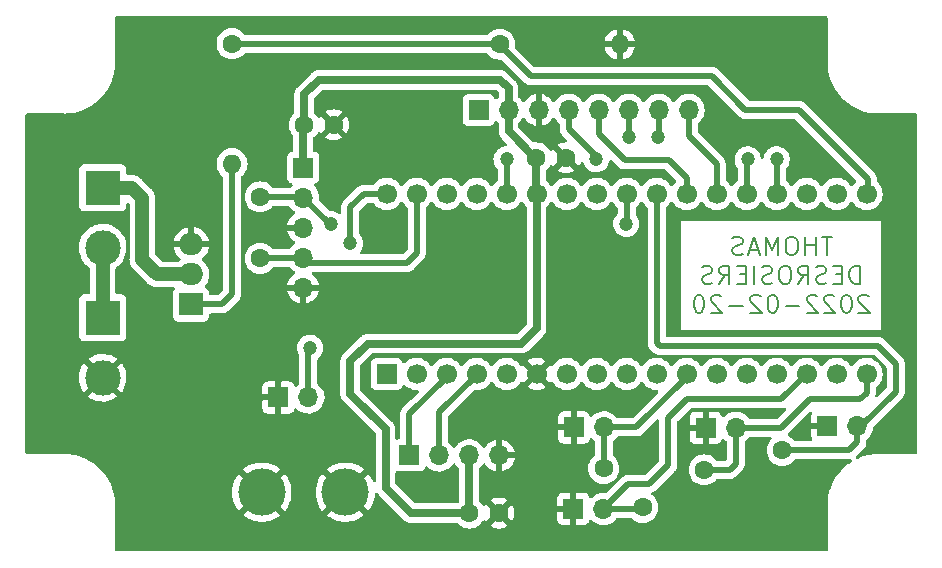
<source format=gbr>
%TF.GenerationSoftware,KiCad,Pcbnew,(6.0.0)*%
%TF.CreationDate,2022-03-05T13:57:21-05:00*%
%TF.ProjectId,lampeDimmer,6c616d70-6544-4696-9d6d-65722e6b6963,v2.3.0*%
%TF.SameCoordinates,Original*%
%TF.FileFunction,Copper,L2,Bot*%
%TF.FilePolarity,Positive*%
%FSLAX46Y46*%
G04 Gerber Fmt 4.6, Leading zero omitted, Abs format (unit mm)*
G04 Created by KiCad (PCBNEW (6.0.0)) date 2022-03-05 13:57:21*
%MOMM*%
%LPD*%
G01*
G04 APERTURE LIST*
%ADD10C,0.190500*%
%TA.AperFunction,NonConductor*%
%ADD11C,0.190500*%
%TD*%
%TA.AperFunction,ComponentPad*%
%ADD12R,3.000000X3.000000*%
%TD*%
%TA.AperFunction,ComponentPad*%
%ADD13C,3.000000*%
%TD*%
%TA.AperFunction,ComponentPad*%
%ADD14O,1.700000X1.700000*%
%TD*%
%TA.AperFunction,ComponentPad*%
%ADD15R,1.700000X1.700000*%
%TD*%
%TA.AperFunction,ComponentPad*%
%ADD16C,1.600000*%
%TD*%
%TA.AperFunction,ComponentPad*%
%ADD17C,1.700000*%
%TD*%
%TA.AperFunction,ComponentPad*%
%ADD18O,1.600000X1.600000*%
%TD*%
%TA.AperFunction,ComponentPad*%
%ADD19C,4.000000*%
%TD*%
%TA.AperFunction,ComponentPad*%
%ADD20C,6.400000*%
%TD*%
%TA.AperFunction,ComponentPad*%
%ADD21R,2.000000X1.905000*%
%TD*%
%TA.AperFunction,ComponentPad*%
%ADD22O,2.000000X1.905000*%
%TD*%
%TA.AperFunction,ViaPad*%
%ADD23C,1.200000*%
%TD*%
%TA.AperFunction,Conductor*%
%ADD24C,0.508000*%
%TD*%
%TA.AperFunction,Conductor*%
%ADD25C,0.635000*%
%TD*%
%TA.AperFunction,Conductor*%
%ADD26C,1.143000*%
%TD*%
G04 APERTURE END LIST*
D10*
D11*
X184031723Y-103461790D02*
X183160866Y-103461790D01*
X183596294Y-104985790D02*
X183596294Y-103461790D01*
X182652866Y-104985790D02*
X182652866Y-103461790D01*
X182652866Y-104187504D02*
X181782009Y-104187504D01*
X181782009Y-104985790D02*
X181782009Y-103461790D01*
X180766009Y-103461790D02*
X180475723Y-103461790D01*
X180330580Y-103534362D01*
X180185437Y-103679504D01*
X180112866Y-103969790D01*
X180112866Y-104477790D01*
X180185437Y-104768076D01*
X180330580Y-104913219D01*
X180475723Y-104985790D01*
X180766009Y-104985790D01*
X180911151Y-104913219D01*
X181056294Y-104768076D01*
X181128866Y-104477790D01*
X181128866Y-103969790D01*
X181056294Y-103679504D01*
X180911151Y-103534362D01*
X180766009Y-103461790D01*
X179459723Y-104985790D02*
X179459723Y-103461790D01*
X178951723Y-104550362D01*
X178443723Y-103461790D01*
X178443723Y-104985790D01*
X177790580Y-104550362D02*
X177064866Y-104550362D01*
X177935723Y-104985790D02*
X177427723Y-103461790D01*
X176919723Y-104985790D01*
X176484294Y-104913219D02*
X176266580Y-104985790D01*
X175903723Y-104985790D01*
X175758580Y-104913219D01*
X175686009Y-104840647D01*
X175613437Y-104695504D01*
X175613437Y-104550362D01*
X175686009Y-104405219D01*
X175758580Y-104332647D01*
X175903723Y-104260076D01*
X176194009Y-104187504D01*
X176339151Y-104114933D01*
X176411723Y-104042362D01*
X176484294Y-103897219D01*
X176484294Y-103752076D01*
X176411723Y-103606933D01*
X176339151Y-103534362D01*
X176194009Y-103461790D01*
X175831151Y-103461790D01*
X175613437Y-103534362D01*
X186390294Y-107439430D02*
X186390294Y-105915430D01*
X186027437Y-105915430D01*
X185809723Y-105988002D01*
X185664580Y-106133144D01*
X185592009Y-106278287D01*
X185519437Y-106568573D01*
X185519437Y-106786287D01*
X185592009Y-107076573D01*
X185664580Y-107221716D01*
X185809723Y-107366859D01*
X186027437Y-107439430D01*
X186390294Y-107439430D01*
X184866294Y-106641144D02*
X184358294Y-106641144D01*
X184140580Y-107439430D02*
X184866294Y-107439430D01*
X184866294Y-105915430D01*
X184140580Y-105915430D01*
X183560009Y-107366859D02*
X183342294Y-107439430D01*
X182979437Y-107439430D01*
X182834294Y-107366859D01*
X182761723Y-107294287D01*
X182689151Y-107149144D01*
X182689151Y-107004002D01*
X182761723Y-106858859D01*
X182834294Y-106786287D01*
X182979437Y-106713716D01*
X183269723Y-106641144D01*
X183414866Y-106568573D01*
X183487437Y-106496002D01*
X183560009Y-106350859D01*
X183560009Y-106205716D01*
X183487437Y-106060573D01*
X183414866Y-105988002D01*
X183269723Y-105915430D01*
X182906866Y-105915430D01*
X182689151Y-105988002D01*
X181165151Y-107439430D02*
X181673151Y-106713716D01*
X182036009Y-107439430D02*
X182036009Y-105915430D01*
X181455437Y-105915430D01*
X181310294Y-105988002D01*
X181237723Y-106060573D01*
X181165151Y-106205716D01*
X181165151Y-106423430D01*
X181237723Y-106568573D01*
X181310294Y-106641144D01*
X181455437Y-106713716D01*
X182036009Y-106713716D01*
X180221723Y-105915430D02*
X179931437Y-105915430D01*
X179786294Y-105988002D01*
X179641151Y-106133144D01*
X179568580Y-106423430D01*
X179568580Y-106931430D01*
X179641151Y-107221716D01*
X179786294Y-107366859D01*
X179931437Y-107439430D01*
X180221723Y-107439430D01*
X180366866Y-107366859D01*
X180512009Y-107221716D01*
X180584580Y-106931430D01*
X180584580Y-106423430D01*
X180512009Y-106133144D01*
X180366866Y-105988002D01*
X180221723Y-105915430D01*
X178988009Y-107366859D02*
X178770294Y-107439430D01*
X178407437Y-107439430D01*
X178262294Y-107366859D01*
X178189723Y-107294287D01*
X178117151Y-107149144D01*
X178117151Y-107004002D01*
X178189723Y-106858859D01*
X178262294Y-106786287D01*
X178407437Y-106713716D01*
X178697723Y-106641144D01*
X178842866Y-106568573D01*
X178915437Y-106496002D01*
X178988009Y-106350859D01*
X178988009Y-106205716D01*
X178915437Y-106060573D01*
X178842866Y-105988002D01*
X178697723Y-105915430D01*
X178334866Y-105915430D01*
X178117151Y-105988002D01*
X177464009Y-107439430D02*
X177464009Y-105915430D01*
X176738294Y-106641144D02*
X176230294Y-106641144D01*
X176012580Y-107439430D02*
X176738294Y-107439430D01*
X176738294Y-105915430D01*
X176012580Y-105915430D01*
X174488580Y-107439430D02*
X174996580Y-106713716D01*
X175359437Y-107439430D02*
X175359437Y-105915430D01*
X174778866Y-105915430D01*
X174633723Y-105988002D01*
X174561151Y-106060573D01*
X174488580Y-106205716D01*
X174488580Y-106423430D01*
X174561151Y-106568573D01*
X174633723Y-106641144D01*
X174778866Y-106713716D01*
X175359437Y-106713716D01*
X173908009Y-107366859D02*
X173690294Y-107439430D01*
X173327437Y-107439430D01*
X173182294Y-107366859D01*
X173109723Y-107294287D01*
X173037151Y-107149144D01*
X173037151Y-107004002D01*
X173109723Y-106858859D01*
X173182294Y-106786287D01*
X173327437Y-106713716D01*
X173617723Y-106641144D01*
X173762866Y-106568573D01*
X173835437Y-106496002D01*
X173908009Y-106350859D01*
X173908009Y-106205716D01*
X173835437Y-106060573D01*
X173762866Y-105988002D01*
X173617723Y-105915430D01*
X173254866Y-105915430D01*
X173037151Y-105988002D01*
X187152294Y-108514213D02*
X187079723Y-108441642D01*
X186934580Y-108369070D01*
X186571723Y-108369070D01*
X186426580Y-108441642D01*
X186354009Y-108514213D01*
X186281437Y-108659356D01*
X186281437Y-108804499D01*
X186354009Y-109022213D01*
X187224866Y-109893070D01*
X186281437Y-109893070D01*
X185338009Y-108369070D02*
X185192866Y-108369070D01*
X185047723Y-108441642D01*
X184975151Y-108514213D01*
X184902580Y-108659356D01*
X184830009Y-108949642D01*
X184830009Y-109312499D01*
X184902580Y-109602784D01*
X184975151Y-109747927D01*
X185047723Y-109820499D01*
X185192866Y-109893070D01*
X185338009Y-109893070D01*
X185483151Y-109820499D01*
X185555723Y-109747927D01*
X185628294Y-109602784D01*
X185700866Y-109312499D01*
X185700866Y-108949642D01*
X185628294Y-108659356D01*
X185555723Y-108514213D01*
X185483151Y-108441642D01*
X185338009Y-108369070D01*
X184249437Y-108514213D02*
X184176866Y-108441642D01*
X184031723Y-108369070D01*
X183668866Y-108369070D01*
X183523723Y-108441642D01*
X183451151Y-108514213D01*
X183378580Y-108659356D01*
X183378580Y-108804499D01*
X183451151Y-109022213D01*
X184322009Y-109893070D01*
X183378580Y-109893070D01*
X182798009Y-108514213D02*
X182725437Y-108441642D01*
X182580294Y-108369070D01*
X182217437Y-108369070D01*
X182072294Y-108441642D01*
X181999723Y-108514213D01*
X181927151Y-108659356D01*
X181927151Y-108804499D01*
X181999723Y-109022213D01*
X182870580Y-109893070D01*
X181927151Y-109893070D01*
X181274009Y-109312499D02*
X180112866Y-109312499D01*
X179096866Y-108369070D02*
X178951723Y-108369070D01*
X178806580Y-108441642D01*
X178734009Y-108514213D01*
X178661437Y-108659356D01*
X178588866Y-108949642D01*
X178588866Y-109312499D01*
X178661437Y-109602784D01*
X178734009Y-109747927D01*
X178806580Y-109820499D01*
X178951723Y-109893070D01*
X179096866Y-109893070D01*
X179242009Y-109820499D01*
X179314580Y-109747927D01*
X179387151Y-109602784D01*
X179459723Y-109312499D01*
X179459723Y-108949642D01*
X179387151Y-108659356D01*
X179314580Y-108514213D01*
X179242009Y-108441642D01*
X179096866Y-108369070D01*
X178008294Y-108514213D02*
X177935723Y-108441642D01*
X177790580Y-108369070D01*
X177427723Y-108369070D01*
X177282580Y-108441642D01*
X177210009Y-108514213D01*
X177137437Y-108659356D01*
X177137437Y-108804499D01*
X177210009Y-109022213D01*
X178080866Y-109893070D01*
X177137437Y-109893070D01*
X176484294Y-109312499D02*
X175323151Y-109312499D01*
X174670009Y-108514213D02*
X174597437Y-108441642D01*
X174452294Y-108369070D01*
X174089437Y-108369070D01*
X173944294Y-108441642D01*
X173871723Y-108514213D01*
X173799151Y-108659356D01*
X173799151Y-108804499D01*
X173871723Y-109022213D01*
X174742580Y-109893070D01*
X173799151Y-109893070D01*
X172855723Y-108369070D02*
X172710580Y-108369070D01*
X172565437Y-108441642D01*
X172492866Y-108514213D01*
X172420294Y-108659356D01*
X172347723Y-108949642D01*
X172347723Y-109312499D01*
X172420294Y-109602784D01*
X172492866Y-109747927D01*
X172565437Y-109820499D01*
X172710580Y-109893070D01*
X172855723Y-109893070D01*
X173000866Y-109820499D01*
X173073437Y-109747927D01*
X173146009Y-109602784D01*
X173218580Y-109312499D01*
X173218580Y-108949642D01*
X173146009Y-108659356D01*
X173073437Y-108514213D01*
X173000866Y-108441642D01*
X172855723Y-108369070D01*
D12*
%TO.P,J10,1,Pin_1*%
%TO.N,/SORTIE*%
X122301000Y-99310012D03*
D13*
%TO.P,J10,2,Pin_2*%
%TO.N,+24V*%
X122301000Y-104390012D03*
%TD*%
D14*
%TO.P,J4,2,Pin_2*%
%TO.N,/SW_ON-OFF*%
X139719990Y-117069006D03*
D15*
%TO.P,J4,1,Pin_1*%
%TO.N,GND*%
X137179990Y-117069006D03*
%TD*%
%TO.P,J8,1,Pin_1*%
%TO.N,+5V*%
X139275007Y-97600008D03*
D14*
%TO.P,J8,2,Pin_2*%
%TO.N,/POT_ADC*%
X139275007Y-100140008D03*
%TO.P,J8,3,Pin_3*%
%TO.N,GND*%
X139275007Y-102680008D03*
%TO.P,J8,4,Pin_4*%
%TO.N,/SW_VEILLE*%
X139275007Y-105220008D03*
%TO.P,J8,5,Pin_5*%
%TO.N,GND*%
X139275007Y-107760008D03*
%TD*%
D12*
%TO.P,J9,1,Pin_1*%
%TO.N,+24V*%
X122301000Y-110319820D03*
D13*
%TO.P,J9,2,Pin_2*%
%TO.N,GND*%
X122301000Y-115399820D03*
%TD*%
D15*
%TO.P,J7,1,Pin_1*%
%TO.N,GND*%
X183661990Y-119482006D03*
D14*
%TO.P,J7,2,Pin_2*%
%TO.N,/EXT_ADC1*%
X186201990Y-119482006D03*
%TD*%
D16*
%TO.P,C2,1*%
%TO.N,+5V*%
X153350000Y-126850000D03*
%TO.P,C2,2*%
%TO.N,GND*%
X155850000Y-126850000D03*
%TD*%
D15*
%TO.P,J6,1,Pin_1*%
%TO.N,GND*%
X162198990Y-119609006D03*
D14*
%TO.P,J6,2,Pin_2*%
%TO.N,/EXT_OC4D*%
X164738990Y-119609006D03*
%TD*%
D15*
%TO.P,J3,1,Pin_1*%
%TO.N,GND*%
X173355000Y-119634000D03*
D14*
%TO.P,J3,2,Pin_2*%
%TO.N,/EXT_IO-1*%
X175895000Y-119634000D03*
%TD*%
D15*
%TO.P,M1,1,PB2(MOSI)*%
%TO.N,unconnected-(M1-Pad1)*%
X146335503Y-115078000D03*
D17*
%TO.P,M1,2,PB0(SS/RXLED)*%
%TO.N,unconnected-(M1-Pad2)*%
X148875503Y-115078000D03*
%TO.P,M1,3,PD3(TX)*%
%TO.N,Net-(J2-Pad1)*%
X151415503Y-115078000D03*
%TO.P,M1,4,PD2(RX)*%
%TO.N,Net-(J2-Pad2)*%
X153955503Y-115078000D03*
%TO.P,M1,5,RESET*%
%TO.N,unconnected-(M1-Pad5)*%
X156495503Y-115078000D03*
%TO.P,M1,6,GND*%
%TO.N,GND*%
X159035503Y-115078000D03*
%TO.P,M1,7,PD1(SDA)*%
%TO.N,unconnected-(M1-Pad7)*%
X161575503Y-115078000D03*
%TO.P,M1,8,PD0(SCL)*%
%TO.N,unconnected-(M1-Pad8)*%
X164115503Y-115078000D03*
%TO.P,M1,9,PD4(ADC8)*%
%TO.N,unconnected-(M1-Pad9)*%
X166655503Y-115078000D03*
%TO.P,M1,10,PC6(OC3A/#OC4A)*%
%TO.N,unconnected-(M1-Pad10)*%
X169195503Y-115078000D03*
%TO.P,M1,11,PD7(ADC10/OC4D)*%
%TO.N,/EXT_OC4D*%
X171735503Y-115078000D03*
%TO.P,M1,12,PE6(INT6)*%
%TO.N,unconnected-(M1-Pad12)*%
X174275503Y-115078000D03*
%TO.P,M1,13,PB4(ADC11/PCINT4)*%
%TO.N,unconnected-(M1-Pad13)*%
X176815503Y-115078000D03*
%TO.P,M1,14,PB5(ADC12/OC1A/#OC4B/PCINT5)*%
%TO.N,unconnected-(M1-Pad14)*%
X179355503Y-115078000D03*
%TO.P,M1,15,PB6(ADC13/OC1B/OC4B/PCINT6)*%
%TO.N,/EXT_OC4B*%
X181895503Y-115078000D03*
%TO.P,M1,16,PB7(OC1C/OCOA/PCINT7)*%
%TO.N,unconnected-(M1-Pad16)*%
X184435503Y-115078000D03*
%TO.P,M1,17,PD6(ADC9/#OC4D)*%
%TO.N,/EXT_IO-1*%
X186975503Y-115078000D03*
%TO.P,M1,18,PC7(OC4A)*%
%TO.N,Net-(M1-Pad18)*%
X186975503Y-99822000D03*
%TO.P,M1,19,3V3*%
%TO.N,unconnected-(M1-Pad19)*%
X184435503Y-99822000D03*
%TO.P,M1,20,AREF*%
%TO.N,unconnected-(M1-Pad20)*%
X181895503Y-99822000D03*
%TO.P,M1,21,PF7(TDI)*%
%TO.N,Net-(J1-Pad7)*%
X179355503Y-99822000D03*
%TO.P,M1,22,PF6(TDO)*%
%TO.N,Net-(J1-Pad4)*%
X176815503Y-99822000D03*
%TO.P,M1,23,PF5(TMS)*%
%TO.N,Net-(J1-Pad8)*%
X174275503Y-99822000D03*
%TO.P,M1,24,PF4(TCK)*%
%TO.N,Net-(J1-Pad5)*%
X171735503Y-99822000D03*
%TO.P,M1,25,PF1(ADC1)*%
%TO.N,/EXT_ADC1*%
X169195503Y-99822000D03*
%TO.P,M1,26,PF0(ADC0)*%
%TO.N,/POT_ADC*%
X166655503Y-99822000D03*
%TO.P,M1,27*%
%TO.N,unconnected-(M1-Pad27)*%
X164115503Y-99822000D03*
%TO.P,M1,28*%
%TO.N,unconnected-(M1-Pad28)*%
X161575503Y-99822000D03*
%TO.P,M1,29,5V*%
%TO.N,+5V*%
X159035503Y-99822000D03*
%TO.P,M1,30,RESET*%
%TO.N,Net-(J1-Pad6)*%
X156495503Y-99822000D03*
%TO.P,M1,31,GND*%
%TO.N,unconnected-(M1-Pad31)*%
X153955503Y-99822000D03*
%TO.P,M1,32,VIN*%
%TO.N,unconnected-(M1-Pad32)*%
X151415503Y-99822000D03*
%TO.P,M1,33,PB3(MISO)*%
%TO.N,/SW_VEILLE*%
X148875503Y-99822000D03*
%TO.P,M1,34,PB1(SCLK)*%
%TO.N,/SW_ON-OFF*%
X146335503Y-99822000D03*
%TD*%
D16*
%TO.P,C3,1*%
%TO.N,+5V*%
X159024000Y-96774000D03*
%TO.P,C3,2*%
%TO.N,GND*%
X161524000Y-96774000D03*
%TD*%
D15*
%TO.P,J2,1,TX*%
%TO.N,Net-(J2-Pad1)*%
X148250000Y-121975000D03*
D14*
%TO.P,J2,2,RX*%
%TO.N,Net-(J2-Pad2)*%
X150790000Y-121975000D03*
%TO.P,J2,3,VCC*%
%TO.N,+5V*%
X153330000Y-121975000D03*
%TO.P,J2,4,GND*%
%TO.N,GND*%
X155870000Y-121975000D03*
%TD*%
D16*
%TO.P,TP2,1,1*%
%TO.N,/EXT_OC4B*%
X168021000Y-126365000D03*
%TD*%
%TO.P,TP1,1,1*%
%TO.N,/EXT_OC4D*%
X164719000Y-123063000D03*
%TD*%
%TO.P,TP5,1,1*%
%TO.N,/POT_ADC*%
X135636000Y-100076000D03*
%TD*%
%TO.P,R1,1*%
%TO.N,Net-(M1-Pad18)*%
X155920000Y-87150000D03*
D18*
%TO.P,R1,2*%
%TO.N,GND*%
X166080000Y-87150000D03*
%TD*%
D16*
%TO.P,TP3,1,1*%
%TO.N,/EXT_IO-1*%
X173228000Y-123190000D03*
%TD*%
%TO.P,TP4,1,1*%
%TO.N,/EXT_ADC1*%
X179832000Y-121539000D03*
%TD*%
D19*
%TO.P,TP7,1,1*%
%TO.N,GND*%
X135768994Y-125095000D03*
%TO.P,TP7,2,2*%
X142848994Y-125095000D03*
%TD*%
D20*
%TO.P,REF\u002A\u002A,1*%
%TO.N,GND*%
X179025550Y-126568200D03*
%TD*%
D16*
%TO.P,C1,1*%
%TO.N,+5V*%
X139359000Y-93980000D03*
%TO.P,C1,2*%
%TO.N,GND*%
X141859000Y-93980000D03*
%TD*%
%TO.P,TP6,1,1*%
%TO.N,/SW_VEILLE*%
X135636000Y-105283000D03*
%TD*%
D20*
%TO.P,REF\u002A\u002A,1*%
%TO.N,GND*%
X127996950Y-88315800D03*
%TD*%
%TO.P,REF\u002A\u002A,1*%
%TO.N,GND*%
X179025550Y-88315800D03*
%TD*%
D21*
%TO.P,Q1,1,G*%
%TO.N,Net-(Q1-Pad1)*%
X129795000Y-109190000D03*
D22*
%TO.P,Q1,2,D*%
%TO.N,/SORTIE*%
X129795000Y-106650000D03*
%TO.P,Q1,3,S*%
%TO.N,GND*%
X129795000Y-104110000D03*
%TD*%
D20*
%TO.P,REF\u002A\u002A,1*%
%TO.N,GND*%
X127996950Y-126568200D03*
%TD*%
D15*
%TO.P,J1,1,#MCLR*%
%TO.N,unconnected-(J1-Pad1)*%
X154124990Y-92725011D03*
D14*
%TO.P,J1,2,VDD*%
%TO.N,+5V*%
X156664990Y-92725011D03*
%TO.P,J1,3,GND*%
%TO.N,GND*%
X159204990Y-92725011D03*
%TO.P,J1,4,TDO*%
%TO.N,Net-(J1-Pad4)*%
X161744990Y-92725011D03*
%TO.P,J1,5,TCK*%
%TO.N,Net-(J1-Pad5)*%
X164284990Y-92725011D03*
%TO.P,J1,6,#RESET*%
%TO.N,Net-(J1-Pad6)*%
X166824990Y-92725011D03*
%TO.P,J1,7,TDI*%
%TO.N,Net-(J1-Pad7)*%
X169364990Y-92725011D03*
%TO.P,J1,8,TMS*%
%TO.N,Net-(J1-Pad8)*%
X171904990Y-92725011D03*
%TD*%
D15*
%TO.P,J5,1,Pin_1*%
%TO.N,GND*%
X162149993Y-126492000D03*
D14*
%TO.P,J5,2,Pin_2*%
%TO.N,/EXT_OC4B*%
X164689993Y-126492000D03*
%TD*%
D16*
%TO.P,R2,1*%
%TO.N,Net-(M1-Pad18)*%
X133250000Y-87120000D03*
D18*
%TO.P,R2,2*%
%TO.N,Net-(Q1-Pad1)*%
X133250000Y-97280000D03*
%TD*%
D23*
%TO.N,GND*%
X146177000Y-104013000D03*
X149987000Y-125095000D03*
X182372000Y-96901000D03*
%TO.N,/POT_ADC*%
X166624000Y-102362000D03*
X141650000Y-102400000D03*
%TO.N,/SW_ON-OFF*%
X139850000Y-112880000D03*
X143256000Y-104013000D03*
%TO.N,Net-(J1-Pad6)*%
X166878000Y-94996000D03*
X156495503Y-96901000D03*
%TO.N,Net-(J1-Pad4)*%
X164084000Y-96901000D03*
X176911000Y-96901000D03*
%TO.N,Net-(J1-Pad7)*%
X179355503Y-96901000D03*
X169291000Y-94996000D03*
%TD*%
D24*
%TO.N,/EXT_IO-1*%
X173228000Y-123190000D02*
X175387000Y-123190000D01*
%TO.N,/EXT_ADC1*%
X169195503Y-112445503D02*
X169450000Y-112700000D01*
X169195503Y-99822000D02*
X169195503Y-112445503D01*
D25*
%TO.N,+5V*%
X139359000Y-93980000D02*
X139359000Y-91400000D01*
X144750000Y-112500000D02*
X157750000Y-112500000D01*
X139275000Y-94064000D02*
X139359000Y-93980000D01*
X139359000Y-91400000D02*
X140589000Y-90170000D01*
X156664990Y-94541990D02*
X158897000Y-96774000D01*
X153330000Y-126830000D02*
X153350000Y-126850000D01*
X157750000Y-112500000D02*
X159035503Y-111214497D01*
X159024000Y-96774000D02*
X159024000Y-99810497D01*
X143250000Y-114000000D02*
X144750000Y-112500000D01*
X146250000Y-119750000D02*
X143250000Y-116750000D01*
X153350000Y-126850000D02*
X148400000Y-126850000D01*
X159035503Y-111214497D02*
X159035503Y-99822000D01*
X156664990Y-92725011D02*
X156664990Y-94541990D01*
X146250000Y-124700000D02*
X146250000Y-119750000D01*
X140589000Y-90170000D02*
X155956000Y-90170000D01*
X148400000Y-126850000D02*
X146250000Y-124700000D01*
X143250000Y-116750000D02*
X143250000Y-114000000D01*
X139275000Y-97600000D02*
X139275000Y-94064000D01*
X153330000Y-121975000D02*
X153330000Y-126830000D01*
X155956000Y-90170000D02*
X156664990Y-90878990D01*
X156664990Y-90878990D02*
X156664990Y-92725011D01*
D24*
%TO.N,/EXT_IO-1*%
X179716000Y-119634000D02*
X180409000Y-118941000D01*
X175387000Y-123190000D02*
X175895000Y-122682000D01*
X180409000Y-118941000D02*
X182150000Y-117200000D01*
X175895000Y-122682000D02*
X175895000Y-119634000D01*
X182150000Y-117200000D02*
X186450000Y-117200000D01*
X186975503Y-116674497D02*
X186975503Y-115078000D01*
X186450000Y-117200000D02*
X186975503Y-116674497D01*
X175895000Y-119634000D02*
X179716000Y-119634000D01*
%TO.N,/EXT_OC4B*%
X164689993Y-126492000D02*
X166804993Y-124377000D01*
X170180000Y-118796359D02*
X171755359Y-117221000D01*
X168573000Y-124377000D02*
X170180000Y-122770000D01*
X170180000Y-122770000D02*
X170180000Y-118796359D01*
X166804993Y-124377000D02*
X168573000Y-124377000D01*
X167894000Y-126492000D02*
X168021000Y-126365000D01*
X179752503Y-117221000D02*
X181895503Y-115078000D01*
X171755359Y-117221000D02*
X179752503Y-117221000D01*
X164689993Y-126492000D02*
X167894000Y-126492000D01*
%TO.N,/EXT_OC4D*%
X164739000Y-119609000D02*
X164739000Y-122956000D01*
X164739000Y-119609000D02*
X167441000Y-119609000D01*
X171735503Y-115314497D02*
X171735503Y-115078000D01*
X167440991Y-119609006D02*
X171735496Y-115314501D01*
%TO.N,/EXT_ADC1*%
X189450000Y-114200000D02*
X187950000Y-112700000D01*
X186540000Y-119475000D02*
X189450000Y-116565000D01*
X189450000Y-116565000D02*
X189450000Y-114200000D01*
X187950000Y-112700000D02*
X169450000Y-112700000D01*
X185511000Y-121539000D02*
X186202000Y-120848000D01*
X186202000Y-120848000D02*
X186202000Y-119482000D01*
X179832000Y-121539000D02*
X185511000Y-121539000D01*
%TO.N,/POT_ADC*%
X135636000Y-100076000D02*
X139211000Y-100076000D01*
X139290000Y-100140000D02*
X141550000Y-102400000D01*
X166655503Y-102330497D02*
X166624000Y-102362000D01*
X139211000Y-100076000D02*
X139275000Y-100140000D01*
X166655503Y-99822000D02*
X166655503Y-102330497D01*
%TO.N,/SW_VEILLE*%
X135636000Y-105283000D02*
X139212000Y-105283000D01*
X139719000Y-105664000D02*
X148082000Y-105664000D01*
X139212000Y-105283000D02*
X139275000Y-105220000D01*
X139275000Y-105220000D02*
X139719000Y-105664000D01*
X148875503Y-104870497D02*
X148875503Y-99822000D01*
X148082000Y-105664000D02*
X148875503Y-104870497D01*
D26*
%TO.N,+24V*%
X122301000Y-104394000D02*
X122301000Y-110319820D01*
%TO.N,/SORTIE*%
X126900000Y-106650000D02*
X125650000Y-105400000D01*
X129545000Y-106650000D02*
X126900000Y-106650000D01*
X124760012Y-99310012D02*
X122301000Y-99310012D01*
X125650000Y-100200000D02*
X124760012Y-99310012D01*
X125650000Y-105400000D02*
X125650000Y-100200000D01*
D24*
%TO.N,Net-(Q1-Pad1)*%
X133250000Y-108304000D02*
X133250000Y-97280000D01*
X129545000Y-109190000D02*
X132364000Y-109190000D01*
X132364000Y-109190000D02*
X133250000Y-108304000D01*
%TO.N,Net-(M1-Pad18)*%
X181229000Y-92710000D02*
X185409500Y-96890500D01*
X176710000Y-92710000D02*
X181229000Y-92710000D01*
X158550000Y-89850000D02*
X173850000Y-89850000D01*
X155920000Y-87220000D02*
X158550000Y-89850000D01*
X155920000Y-87150000D02*
X155920000Y-87220000D01*
X187071000Y-98552000D02*
X187071000Y-99726503D01*
X173850000Y-89850000D02*
X176710000Y-92710000D01*
X185409500Y-96890500D02*
X187071000Y-98552000D01*
X133279991Y-87149991D02*
X155920008Y-87149991D01*
%TO.N,/SW_ON-OFF*%
X143256000Y-104013000D02*
X143256000Y-100965000D01*
X139719990Y-113010010D02*
X139719990Y-117069006D01*
X143256000Y-100965000D02*
X144399000Y-99822000D01*
X144399000Y-99822000D02*
X146335503Y-99822000D01*
%TO.N,Net-(J1-Pad6)*%
X156495503Y-96901000D02*
X156495503Y-99822000D01*
X166824990Y-94942990D02*
X166878000Y-94996000D01*
X166824990Y-92725011D02*
X166824990Y-94942990D01*
%TO.N,Net-(J1-Pad5)*%
X171735503Y-98485503D02*
X171735503Y-99822000D01*
X164285000Y-94785000D02*
X166500000Y-97000000D01*
X164285000Y-92725000D02*
X164285000Y-94785000D01*
X166500000Y-97000000D02*
X170250000Y-97000000D01*
X170250000Y-97000000D02*
X171735503Y-98485503D01*
%TO.N,Net-(J1-Pad8)*%
X171905000Y-92725000D02*
X171905000Y-94905000D01*
X174275503Y-97275503D02*
X174275503Y-99822000D01*
X171905000Y-94905000D02*
X174275503Y-97275503D01*
%TO.N,Net-(J1-Pad4)*%
X161745000Y-94308000D02*
X161745000Y-92725000D01*
X176911000Y-96901000D02*
X176815503Y-96996497D01*
X164084000Y-96647000D02*
X161745000Y-94308000D01*
X176815503Y-96996497D02*
X176815503Y-99822000D01*
%TO.N,Net-(J1-Pad7)*%
X169364990Y-94922010D02*
X169364990Y-92725011D01*
X169291000Y-94996000D02*
X169364990Y-94922010D01*
X179355503Y-96678503D02*
X179355503Y-99822000D01*
%TO.N,Net-(J2-Pad2)*%
X150790000Y-121975000D02*
X150790000Y-118310000D01*
X150790000Y-118310000D02*
X153955503Y-115144497D01*
%TO.N,Net-(J2-Pad1)*%
X148250000Y-118500000D02*
X151415503Y-115334497D01*
X148250000Y-121975000D02*
X148250000Y-118500000D01*
%TD*%
%TA.AperFunction,Conductor*%
%TO.N,GND*%
G36*
X183615871Y-84798852D02*
G01*
X183662364Y-84852508D01*
X183673750Y-84904850D01*
X183673750Y-88649943D01*
X183672004Y-88670847D01*
X183668679Y-88690611D01*
X183668526Y-88703150D01*
X183669215Y-88707960D01*
X183669532Y-88712825D01*
X183669455Y-88712830D01*
X183669709Y-88715499D01*
X183679646Y-88930448D01*
X183687144Y-89092615D01*
X183687577Y-89101990D01*
X183696474Y-89165768D01*
X183741884Y-89491296D01*
X183742739Y-89497428D01*
X183776550Y-89641184D01*
X183832128Y-89877486D01*
X183834151Y-89886089D01*
X183961034Y-90264658D01*
X184122306Y-90629904D01*
X184123728Y-90632457D01*
X184123730Y-90632461D01*
X184212234Y-90791355D01*
X184316591Y-90978712D01*
X184542231Y-91308106D01*
X184544079Y-91310332D01*
X184544087Y-91310342D01*
X184792368Y-91609335D01*
X184797301Y-91615275D01*
X185079625Y-91897599D01*
X185081858Y-91899453D01*
X185081861Y-91899456D01*
X185384558Y-92150813D01*
X185384568Y-92150821D01*
X185386794Y-92152669D01*
X185716188Y-92378309D01*
X185718741Y-92379731D01*
X185938924Y-92502372D01*
X186064996Y-92572594D01*
X186430242Y-92733866D01*
X186433005Y-92734792D01*
X186433010Y-92734794D01*
X186612400Y-92794919D01*
X186808811Y-92860749D01*
X186811644Y-92861415D01*
X186811650Y-92861417D01*
X186901329Y-92882509D01*
X187197472Y-92952161D01*
X187200357Y-92952563D01*
X187200360Y-92952564D01*
X187352609Y-92973802D01*
X187592910Y-93007323D01*
X187595794Y-93007456D01*
X187595801Y-93007457D01*
X187760650Y-93015078D01*
X187963122Y-93024439D01*
X187969554Y-93025127D01*
X187969567Y-93024979D01*
X187974409Y-93025413D01*
X187979211Y-93026221D01*
X187985592Y-93026299D01*
X187986891Y-93026315D01*
X187986895Y-93026315D01*
X187991750Y-93026374D01*
X188019338Y-93022423D01*
X188037201Y-93021150D01*
X191136000Y-93021150D01*
X191204121Y-93041152D01*
X191250614Y-93094808D01*
X191262000Y-93147150D01*
X191262000Y-121736850D01*
X191241998Y-121804971D01*
X191188342Y-121851464D01*
X191136000Y-121862850D01*
X188044957Y-121862850D01*
X188024053Y-121861104D01*
X188014887Y-121859562D01*
X188004289Y-121857779D01*
X187997931Y-121857701D01*
X187996608Y-121857685D01*
X187996604Y-121857685D01*
X187991750Y-121857626D01*
X187986940Y-121858315D01*
X187982075Y-121858632D01*
X187982070Y-121858555D01*
X187979401Y-121858809D01*
X187764452Y-121868746D01*
X187595801Y-121876543D01*
X187595794Y-121876544D01*
X187592910Y-121876677D01*
X187590042Y-121877077D01*
X187590043Y-121877077D01*
X187200360Y-121931436D01*
X187200357Y-121931437D01*
X187197472Y-121931839D01*
X187013962Y-121975000D01*
X186811650Y-122022583D01*
X186811644Y-122022585D01*
X186808811Y-122023251D01*
X186712193Y-122055634D01*
X186433010Y-122149206D01*
X186433005Y-122149208D01*
X186430242Y-122150134D01*
X186338228Y-122190762D01*
X186237407Y-122235279D01*
X186167011Y-122244497D01*
X186102807Y-122214192D01*
X186065179Y-122153987D01*
X186066074Y-122082996D01*
X186097418Y-122030920D01*
X186693528Y-121434810D01*
X186707941Y-121422423D01*
X186719665Y-121413795D01*
X186725564Y-121409454D01*
X186759979Y-121368945D01*
X186766909Y-121361429D01*
X186772653Y-121355685D01*
X186774927Y-121352811D01*
X186774933Y-121352804D01*
X186790372Y-121333289D01*
X186793163Y-121329885D01*
X186835945Y-121279528D01*
X186835948Y-121279524D01*
X186840684Y-121273949D01*
X186844012Y-121267432D01*
X186847389Y-121262368D01*
X186850616Y-121257144D01*
X186855160Y-121251400D01*
X186886242Y-121184896D01*
X186888147Y-121180999D01*
X186921543Y-121115596D01*
X186923284Y-121108482D01*
X186925416Y-121102748D01*
X186927344Y-121096952D01*
X186930444Y-121090320D01*
X186945395Y-121018440D01*
X186946365Y-121014156D01*
X186963804Y-120942888D01*
X186964500Y-120931670D01*
X186964537Y-120931672D01*
X186964773Y-120927773D01*
X186965163Y-120923402D01*
X186966652Y-120916243D01*
X186964546Y-120838423D01*
X186964500Y-120835014D01*
X186964500Y-120671778D01*
X186984502Y-120603657D01*
X187017332Y-120569199D01*
X187035573Y-120556188D01*
X187081850Y-120523179D01*
X187094578Y-120510496D01*
X187191317Y-120414094D01*
X187240086Y-120365495D01*
X187245197Y-120358383D01*
X187367425Y-120188283D01*
X187370443Y-120184083D01*
X187391560Y-120141357D01*
X187467126Y-119988459D01*
X187467127Y-119988457D01*
X187469420Y-119983817D01*
X187528296Y-119790034D01*
X187532855Y-119775029D01*
X187532855Y-119775027D01*
X187534360Y-119770075D01*
X187560783Y-119569375D01*
X187589506Y-119504449D01*
X187596610Y-119496728D01*
X189941528Y-117151810D01*
X189955941Y-117139423D01*
X189961141Y-117135596D01*
X189973564Y-117126454D01*
X190007979Y-117085945D01*
X190014909Y-117078429D01*
X190020653Y-117072685D01*
X190022924Y-117069815D01*
X190022929Y-117069809D01*
X190038397Y-117050259D01*
X190041185Y-117046859D01*
X190083943Y-116996530D01*
X190083945Y-116996528D01*
X190088684Y-116990949D01*
X190092014Y-116984428D01*
X190095405Y-116979343D01*
X190098616Y-116974144D01*
X190103160Y-116968401D01*
X190115456Y-116942093D01*
X190134235Y-116901911D01*
X190136167Y-116897959D01*
X190162511Y-116846367D01*
X190169543Y-116832596D01*
X190171284Y-116825479D01*
X190173411Y-116819761D01*
X190175342Y-116813955D01*
X190178443Y-116807321D01*
X190185200Y-116774840D01*
X190193389Y-116735469D01*
X190194359Y-116731181D01*
X190210469Y-116665343D01*
X190211804Y-116659888D01*
X190212500Y-116648670D01*
X190212539Y-116648672D01*
X190212772Y-116644771D01*
X190213161Y-116640412D01*
X190214652Y-116633244D01*
X190212546Y-116555424D01*
X190212500Y-116552015D01*
X190212500Y-114267368D01*
X190213933Y-114248417D01*
X190216123Y-114234024D01*
X190216123Y-114234022D01*
X190217223Y-114226792D01*
X190212915Y-114173825D01*
X190212500Y-114163611D01*
X190212500Y-114155475D01*
X190209190Y-114127084D01*
X190208757Y-114122709D01*
X190203403Y-114056872D01*
X190203402Y-114056869D01*
X190202809Y-114049573D01*
X190200554Y-114042611D01*
X190199354Y-114036607D01*
X190197948Y-114030660D01*
X190197101Y-114023393D01*
X190172053Y-113954387D01*
X190170625Y-113950227D01*
X190150268Y-113887387D01*
X190150266Y-113887382D01*
X190148012Y-113880425D01*
X190144218Y-113874173D01*
X190141666Y-113868598D01*
X190138930Y-113863135D01*
X190136434Y-113856259D01*
X190112800Y-113820212D01*
X190096181Y-113794863D01*
X190093834Y-113791144D01*
X190055772Y-113728419D01*
X190048332Y-113719994D01*
X190048360Y-113719969D01*
X190045766Y-113717044D01*
X190042961Y-113713690D01*
X190038946Y-113707565D01*
X189982413Y-113654011D01*
X189979972Y-113651634D01*
X188536810Y-112208472D01*
X188524423Y-112194059D01*
X188515795Y-112182335D01*
X188511454Y-112176436D01*
X188470945Y-112142021D01*
X188463429Y-112135091D01*
X188457685Y-112129347D01*
X188454811Y-112127073D01*
X188454804Y-112127067D01*
X188435289Y-112111628D01*
X188431885Y-112108837D01*
X188381528Y-112066055D01*
X188381524Y-112066052D01*
X188375949Y-112061316D01*
X188369432Y-112057988D01*
X188364368Y-112054611D01*
X188359144Y-112051384D01*
X188353400Y-112046840D01*
X188327109Y-112034552D01*
X188286918Y-112015768D01*
X188282967Y-112013837D01*
X188224117Y-111983787D01*
X188217596Y-111980457D01*
X188210481Y-111978716D01*
X188204735Y-111976579D01*
X188198952Y-111974655D01*
X188192321Y-111971556D01*
X188120443Y-111956606D01*
X188116171Y-111955639D01*
X188044888Y-111938196D01*
X188039289Y-111937849D01*
X188039285Y-111937848D01*
X188033670Y-111937500D01*
X188033672Y-111937461D01*
X188029771Y-111937228D01*
X188025412Y-111936839D01*
X188018244Y-111935348D01*
X188010927Y-111935546D01*
X187940423Y-111937454D01*
X187937014Y-111937500D01*
X170084003Y-111937500D01*
X170015882Y-111917498D01*
X169969389Y-111863842D01*
X169958003Y-111811500D01*
X169958003Y-111374212D01*
X171304188Y-111374212D01*
X188195831Y-111374212D01*
X188195831Y-102125792D01*
X171304188Y-102125792D01*
X171304188Y-111374212D01*
X169958003Y-111374212D01*
X169958003Y-101011780D01*
X169978005Y-100943659D01*
X170010835Y-100909201D01*
X170071155Y-100866176D01*
X170071166Y-100866167D01*
X170075363Y-100863173D01*
X170080051Y-100858502D01*
X170201720Y-100737257D01*
X170233599Y-100705489D01*
X170244095Y-100690883D01*
X170363956Y-100524077D01*
X170365279Y-100525028D01*
X170412148Y-100481857D01*
X170482083Y-100469625D01*
X170547529Y-100497144D01*
X170575378Y-100528994D01*
X170635490Y-100627088D01*
X170638870Y-100630990D01*
X170649855Y-100643671D01*
X170781753Y-100795938D01*
X170953629Y-100938632D01*
X171146503Y-101051338D01*
X171355195Y-101131030D01*
X171360263Y-101132061D01*
X171360266Y-101132062D01*
X171467520Y-101153883D01*
X171574100Y-101175567D01*
X171579275Y-101175757D01*
X171579277Y-101175757D01*
X171792176Y-101183564D01*
X171792180Y-101183564D01*
X171797340Y-101183753D01*
X171802460Y-101183097D01*
X171802462Y-101183097D01*
X172013791Y-101156025D01*
X172013792Y-101156025D01*
X172018919Y-101155368D01*
X172023869Y-101153883D01*
X172227932Y-101092661D01*
X172227937Y-101092659D01*
X172232887Y-101091174D01*
X172433497Y-100992896D01*
X172615363Y-100863173D01*
X172620051Y-100858502D01*
X172741720Y-100737257D01*
X172773599Y-100705489D01*
X172784095Y-100690883D01*
X172903956Y-100524077D01*
X172905279Y-100525028D01*
X172952148Y-100481857D01*
X173022083Y-100469625D01*
X173087529Y-100497144D01*
X173115378Y-100528994D01*
X173175490Y-100627088D01*
X173178870Y-100630990D01*
X173189855Y-100643671D01*
X173321753Y-100795938D01*
X173493629Y-100938632D01*
X173686503Y-101051338D01*
X173895195Y-101131030D01*
X173900263Y-101132061D01*
X173900266Y-101132062D01*
X174007520Y-101153883D01*
X174114100Y-101175567D01*
X174119275Y-101175757D01*
X174119277Y-101175757D01*
X174332176Y-101183564D01*
X174332180Y-101183564D01*
X174337340Y-101183753D01*
X174342460Y-101183097D01*
X174342462Y-101183097D01*
X174553791Y-101156025D01*
X174553792Y-101156025D01*
X174558919Y-101155368D01*
X174563869Y-101153883D01*
X174767932Y-101092661D01*
X174767937Y-101092659D01*
X174772887Y-101091174D01*
X174973497Y-100992896D01*
X175155363Y-100863173D01*
X175160051Y-100858502D01*
X175281720Y-100737257D01*
X175313599Y-100705489D01*
X175324095Y-100690883D01*
X175443956Y-100524077D01*
X175445279Y-100525028D01*
X175492148Y-100481857D01*
X175562083Y-100469625D01*
X175627529Y-100497144D01*
X175655378Y-100528994D01*
X175715490Y-100627088D01*
X175718870Y-100630990D01*
X175729855Y-100643671D01*
X175861753Y-100795938D01*
X176033629Y-100938632D01*
X176226503Y-101051338D01*
X176435195Y-101131030D01*
X176440263Y-101132061D01*
X176440266Y-101132062D01*
X176547520Y-101153883D01*
X176654100Y-101175567D01*
X176659275Y-101175757D01*
X176659277Y-101175757D01*
X176872176Y-101183564D01*
X176872180Y-101183564D01*
X176877340Y-101183753D01*
X176882460Y-101183097D01*
X176882462Y-101183097D01*
X177093791Y-101156025D01*
X177093792Y-101156025D01*
X177098919Y-101155368D01*
X177103869Y-101153883D01*
X177307932Y-101092661D01*
X177307937Y-101092659D01*
X177312887Y-101091174D01*
X177513497Y-100992896D01*
X177695363Y-100863173D01*
X177700051Y-100858502D01*
X177821720Y-100737257D01*
X177853599Y-100705489D01*
X177864095Y-100690883D01*
X177983956Y-100524077D01*
X177985279Y-100525028D01*
X178032148Y-100481857D01*
X178102083Y-100469625D01*
X178167529Y-100497144D01*
X178195378Y-100528994D01*
X178255490Y-100627088D01*
X178258870Y-100630990D01*
X178269855Y-100643671D01*
X178401753Y-100795938D01*
X178573629Y-100938632D01*
X178766503Y-101051338D01*
X178975195Y-101131030D01*
X178980263Y-101132061D01*
X178980266Y-101132062D01*
X179087520Y-101153883D01*
X179194100Y-101175567D01*
X179199275Y-101175757D01*
X179199277Y-101175757D01*
X179412176Y-101183564D01*
X179412180Y-101183564D01*
X179417340Y-101183753D01*
X179422460Y-101183097D01*
X179422462Y-101183097D01*
X179633791Y-101156025D01*
X179633792Y-101156025D01*
X179638919Y-101155368D01*
X179643869Y-101153883D01*
X179847932Y-101092661D01*
X179847937Y-101092659D01*
X179852887Y-101091174D01*
X180053497Y-100992896D01*
X180235363Y-100863173D01*
X180240051Y-100858502D01*
X180361720Y-100737257D01*
X180393599Y-100705489D01*
X180404095Y-100690883D01*
X180523956Y-100524077D01*
X180525279Y-100525028D01*
X180572148Y-100481857D01*
X180642083Y-100469625D01*
X180707529Y-100497144D01*
X180735378Y-100528994D01*
X180795490Y-100627088D01*
X180798870Y-100630990D01*
X180809855Y-100643671D01*
X180941753Y-100795938D01*
X181113629Y-100938632D01*
X181306503Y-101051338D01*
X181515195Y-101131030D01*
X181520263Y-101132061D01*
X181520266Y-101132062D01*
X181627520Y-101153883D01*
X181734100Y-101175567D01*
X181739275Y-101175757D01*
X181739277Y-101175757D01*
X181952176Y-101183564D01*
X181952180Y-101183564D01*
X181957340Y-101183753D01*
X181962460Y-101183097D01*
X181962462Y-101183097D01*
X182173791Y-101156025D01*
X182173792Y-101156025D01*
X182178919Y-101155368D01*
X182183869Y-101153883D01*
X182387932Y-101092661D01*
X182387937Y-101092659D01*
X182392887Y-101091174D01*
X182593497Y-100992896D01*
X182775363Y-100863173D01*
X182780051Y-100858502D01*
X182901720Y-100737257D01*
X182933599Y-100705489D01*
X182944095Y-100690883D01*
X183063956Y-100524077D01*
X183065279Y-100525028D01*
X183112148Y-100481857D01*
X183182083Y-100469625D01*
X183247529Y-100497144D01*
X183275378Y-100528994D01*
X183335490Y-100627088D01*
X183338870Y-100630990D01*
X183349855Y-100643671D01*
X183481753Y-100795938D01*
X183653629Y-100938632D01*
X183846503Y-101051338D01*
X184055195Y-101131030D01*
X184060263Y-101132061D01*
X184060266Y-101132062D01*
X184167520Y-101153883D01*
X184274100Y-101175567D01*
X184279275Y-101175757D01*
X184279277Y-101175757D01*
X184492176Y-101183564D01*
X184492180Y-101183564D01*
X184497340Y-101183753D01*
X184502460Y-101183097D01*
X184502462Y-101183097D01*
X184713791Y-101156025D01*
X184713792Y-101156025D01*
X184718919Y-101155368D01*
X184723869Y-101153883D01*
X184927932Y-101092661D01*
X184927937Y-101092659D01*
X184932887Y-101091174D01*
X185133497Y-100992896D01*
X185315363Y-100863173D01*
X185320051Y-100858502D01*
X185441720Y-100737257D01*
X185473599Y-100705489D01*
X185484095Y-100690883D01*
X185603956Y-100524077D01*
X185605279Y-100525028D01*
X185652148Y-100481857D01*
X185722083Y-100469625D01*
X185787529Y-100497144D01*
X185815378Y-100528994D01*
X185875490Y-100627088D01*
X185878870Y-100630990D01*
X185889855Y-100643671D01*
X186021753Y-100795938D01*
X186193629Y-100938632D01*
X186386503Y-101051338D01*
X186595195Y-101131030D01*
X186600263Y-101132061D01*
X186600266Y-101132062D01*
X186707520Y-101153883D01*
X186814100Y-101175567D01*
X186819275Y-101175757D01*
X186819277Y-101175757D01*
X187032176Y-101183564D01*
X187032180Y-101183564D01*
X187037340Y-101183753D01*
X187042460Y-101183097D01*
X187042462Y-101183097D01*
X187253791Y-101156025D01*
X187253792Y-101156025D01*
X187258919Y-101155368D01*
X187263869Y-101153883D01*
X187467932Y-101092661D01*
X187467937Y-101092659D01*
X187472887Y-101091174D01*
X187673497Y-100992896D01*
X187855363Y-100863173D01*
X187860051Y-100858502D01*
X187981720Y-100737257D01*
X188013599Y-100705489D01*
X188024095Y-100690883D01*
X188140938Y-100528277D01*
X188143956Y-100524077D01*
X188164823Y-100481857D01*
X188240639Y-100328453D01*
X188240640Y-100328451D01*
X188242933Y-100323811D01*
X188297098Y-100145534D01*
X188306368Y-100115023D01*
X188306368Y-100115021D01*
X188307873Y-100110069D01*
X188337032Y-99888590D01*
X188337295Y-99877821D01*
X188338577Y-99825365D01*
X188338577Y-99825361D01*
X188338659Y-99822000D01*
X188320355Y-99599361D01*
X188265934Y-99382702D01*
X188176857Y-99177840D01*
X188111878Y-99077398D01*
X188058325Y-98994617D01*
X188058323Y-98994614D01*
X188055517Y-98990277D01*
X187905173Y-98825051D01*
X187881408Y-98806282D01*
X187840346Y-98748367D01*
X187833500Y-98707401D01*
X187833500Y-98619376D01*
X187834933Y-98600426D01*
X187837124Y-98586027D01*
X187837124Y-98586021D01*
X187838224Y-98578792D01*
X187837132Y-98565357D01*
X187833915Y-98525817D01*
X187833500Y-98515602D01*
X187833500Y-98507475D01*
X187830189Y-98479076D01*
X187829760Y-98474736D01*
X187828960Y-98464894D01*
X187823809Y-98401574D01*
X187821553Y-98394612D01*
X187820357Y-98388624D01*
X187818949Y-98382667D01*
X187818101Y-98375393D01*
X187815603Y-98368511D01*
X187815602Y-98368507D01*
X187793055Y-98306393D01*
X187791645Y-98302289D01*
X187769013Y-98232425D01*
X187765213Y-98226162D01*
X187762675Y-98220620D01*
X187759933Y-98215144D01*
X187757434Y-98208259D01*
X187717185Y-98146868D01*
X187714870Y-98143200D01*
X187676773Y-98080419D01*
X187669333Y-98071995D01*
X187669362Y-98071969D01*
X187666762Y-98069038D01*
X187663958Y-98065684D01*
X187659946Y-98059565D01*
X187603413Y-98006011D01*
X187600972Y-98003634D01*
X181815810Y-92218472D01*
X181803423Y-92204059D01*
X181794795Y-92192335D01*
X181790454Y-92186436D01*
X181749945Y-92152021D01*
X181742429Y-92145091D01*
X181736685Y-92139347D01*
X181733811Y-92137073D01*
X181733804Y-92137067D01*
X181714289Y-92121628D01*
X181710885Y-92118837D01*
X181660528Y-92076055D01*
X181660524Y-92076052D01*
X181654949Y-92071316D01*
X181648432Y-92067988D01*
X181643368Y-92064611D01*
X181638144Y-92061384D01*
X181632400Y-92056840D01*
X181606109Y-92044552D01*
X181565918Y-92025768D01*
X181561967Y-92023837D01*
X181503117Y-91993787D01*
X181496596Y-91990457D01*
X181489481Y-91988716D01*
X181483735Y-91986579D01*
X181477952Y-91984655D01*
X181471321Y-91981556D01*
X181399443Y-91966606D01*
X181395171Y-91965639D01*
X181323888Y-91948196D01*
X181318289Y-91947849D01*
X181318285Y-91947848D01*
X181312670Y-91947500D01*
X181312672Y-91947461D01*
X181308771Y-91947228D01*
X181304412Y-91946839D01*
X181297244Y-91945348D01*
X181289927Y-91945546D01*
X181219423Y-91947454D01*
X181216014Y-91947500D01*
X177078028Y-91947500D01*
X177009907Y-91927498D01*
X176988933Y-91910595D01*
X174436810Y-89358472D01*
X174424423Y-89344059D01*
X174415795Y-89332335D01*
X174411454Y-89326436D01*
X174370945Y-89292021D01*
X174363429Y-89285091D01*
X174357685Y-89279347D01*
X174354811Y-89277073D01*
X174354804Y-89277067D01*
X174335289Y-89261628D01*
X174331885Y-89258837D01*
X174281528Y-89216055D01*
X174281524Y-89216052D01*
X174275949Y-89211316D01*
X174269432Y-89207988D01*
X174264368Y-89204611D01*
X174259144Y-89201384D01*
X174253400Y-89196840D01*
X174227109Y-89184552D01*
X174186918Y-89165768D01*
X174182967Y-89163837D01*
X174124117Y-89133787D01*
X174117596Y-89130457D01*
X174110481Y-89128716D01*
X174104735Y-89126579D01*
X174098952Y-89124655D01*
X174092321Y-89121556D01*
X174020443Y-89106606D01*
X174016171Y-89105639D01*
X173944888Y-89088196D01*
X173939289Y-89087849D01*
X173939285Y-89087848D01*
X173933670Y-89087500D01*
X173933672Y-89087461D01*
X173929771Y-89087228D01*
X173925412Y-89086839D01*
X173918244Y-89085348D01*
X173910927Y-89085546D01*
X173840423Y-89087454D01*
X173837014Y-89087500D01*
X158918028Y-89087500D01*
X158849907Y-89067498D01*
X158828933Y-89050595D01*
X157250495Y-87472157D01*
X157220115Y-87416522D01*
X164797273Y-87416522D01*
X164844764Y-87593761D01*
X164848510Y-87604053D01*
X164940586Y-87801511D01*
X164946069Y-87811007D01*
X165071028Y-87989467D01*
X165078084Y-87997875D01*
X165232125Y-88151916D01*
X165240533Y-88158972D01*
X165418993Y-88283931D01*
X165428489Y-88289414D01*
X165625947Y-88381490D01*
X165636239Y-88385236D01*
X165808503Y-88431394D01*
X165822599Y-88431058D01*
X165826000Y-88423116D01*
X165826000Y-88417967D01*
X166334000Y-88417967D01*
X166337973Y-88431498D01*
X166346522Y-88432727D01*
X166523761Y-88385236D01*
X166534053Y-88381490D01*
X166731511Y-88289414D01*
X166741007Y-88283931D01*
X166919467Y-88158972D01*
X166927875Y-88151916D01*
X167081916Y-87997875D01*
X167088972Y-87989467D01*
X167213931Y-87811007D01*
X167219414Y-87801511D01*
X167311490Y-87604053D01*
X167315236Y-87593761D01*
X167361394Y-87421497D01*
X167361058Y-87407401D01*
X167353116Y-87404000D01*
X166352115Y-87404000D01*
X166336876Y-87408475D01*
X166335671Y-87409865D01*
X166334000Y-87417548D01*
X166334000Y-88417967D01*
X165826000Y-88417967D01*
X165826000Y-87422115D01*
X165821525Y-87406876D01*
X165820135Y-87405671D01*
X165812452Y-87404000D01*
X164812033Y-87404000D01*
X164798502Y-87407973D01*
X164797273Y-87416522D01*
X157220115Y-87416522D01*
X157216469Y-87409845D01*
X157214069Y-87372081D01*
X157233019Y-87155476D01*
X157233019Y-87155475D01*
X157233498Y-87150000D01*
X157213543Y-86921913D01*
X157205535Y-86892027D01*
X157201911Y-86878503D01*
X164798606Y-86878503D01*
X164798942Y-86892599D01*
X164806884Y-86896000D01*
X165807885Y-86896000D01*
X165823124Y-86891525D01*
X165824329Y-86890135D01*
X165826000Y-86882452D01*
X165826000Y-86877885D01*
X166334000Y-86877885D01*
X166338475Y-86893124D01*
X166339865Y-86894329D01*
X166347548Y-86896000D01*
X167347967Y-86896000D01*
X167361498Y-86892027D01*
X167362727Y-86883478D01*
X167315236Y-86706239D01*
X167311490Y-86695947D01*
X167219414Y-86498489D01*
X167213931Y-86488993D01*
X167088972Y-86310533D01*
X167081916Y-86302125D01*
X166927875Y-86148084D01*
X166919467Y-86141028D01*
X166741007Y-86016069D01*
X166731511Y-86010586D01*
X166534053Y-85918510D01*
X166523761Y-85914764D01*
X166351497Y-85868606D01*
X166337401Y-85868942D01*
X166334000Y-85876884D01*
X166334000Y-86877885D01*
X165826000Y-86877885D01*
X165826000Y-85882033D01*
X165822027Y-85868502D01*
X165813478Y-85867273D01*
X165636239Y-85914764D01*
X165625947Y-85918510D01*
X165428489Y-86010586D01*
X165418993Y-86016069D01*
X165240533Y-86141028D01*
X165232125Y-86148084D01*
X165078084Y-86302125D01*
X165071028Y-86310533D01*
X164946069Y-86488993D01*
X164940586Y-86498489D01*
X164848510Y-86695947D01*
X164844764Y-86706239D01*
X164798606Y-86878503D01*
X157201911Y-86878503D01*
X157155707Y-86706067D01*
X157155706Y-86706065D01*
X157154284Y-86700757D01*
X157059966Y-86498489D01*
X157059849Y-86498238D01*
X157059846Y-86498233D01*
X157057523Y-86493251D01*
X156969463Y-86367489D01*
X156929357Y-86310211D01*
X156929355Y-86310208D01*
X156926198Y-86305700D01*
X156764300Y-86143802D01*
X156759792Y-86140645D01*
X156759789Y-86140643D01*
X156681611Y-86085902D01*
X156576749Y-86012477D01*
X156571767Y-86010154D01*
X156571762Y-86010151D01*
X156374225Y-85918039D01*
X156374224Y-85918039D01*
X156369243Y-85915716D01*
X156363935Y-85914294D01*
X156363933Y-85914293D01*
X156153402Y-85857881D01*
X156153400Y-85857881D01*
X156148087Y-85856457D01*
X155920000Y-85836502D01*
X155691913Y-85856457D01*
X155686600Y-85857881D01*
X155686598Y-85857881D01*
X155476067Y-85914293D01*
X155476065Y-85914294D01*
X155470757Y-85915716D01*
X155465776Y-85918039D01*
X155465775Y-85918039D01*
X155268238Y-86010151D01*
X155268233Y-86010154D01*
X155263251Y-86012477D01*
X155158389Y-86085902D01*
X155080211Y-86140643D01*
X155080208Y-86140645D01*
X155075700Y-86143802D01*
X154913802Y-86305700D01*
X154894153Y-86333762D01*
X154838697Y-86378090D01*
X154790940Y-86387491D01*
X134400067Y-86387491D01*
X134331946Y-86367489D01*
X134296854Y-86333762D01*
X134259357Y-86280211D01*
X134259355Y-86280208D01*
X134256198Y-86275700D01*
X134094300Y-86113802D01*
X134089792Y-86110645D01*
X134089789Y-86110643D01*
X133949593Y-86012477D01*
X133906749Y-85982477D01*
X133901767Y-85980154D01*
X133901762Y-85980151D01*
X133704225Y-85888039D01*
X133704224Y-85888039D01*
X133699243Y-85885716D01*
X133693935Y-85884294D01*
X133693933Y-85884293D01*
X133483402Y-85827881D01*
X133483400Y-85827881D01*
X133478087Y-85826457D01*
X133250000Y-85806502D01*
X133021913Y-85826457D01*
X133016600Y-85827881D01*
X133016598Y-85827881D01*
X132806067Y-85884293D01*
X132806065Y-85884294D01*
X132800757Y-85885716D01*
X132795776Y-85888039D01*
X132795775Y-85888039D01*
X132598238Y-85980151D01*
X132598233Y-85980154D01*
X132593251Y-85982477D01*
X132550407Y-86012477D01*
X132410211Y-86110643D01*
X132410208Y-86110645D01*
X132405700Y-86113802D01*
X132243802Y-86275700D01*
X132240645Y-86280208D01*
X132240643Y-86280211D01*
X132203147Y-86333761D01*
X132112477Y-86463251D01*
X132110154Y-86468233D01*
X132110151Y-86468238D01*
X132096162Y-86498238D01*
X132015716Y-86670757D01*
X132014294Y-86676065D01*
X132014293Y-86676067D01*
X131960216Y-86877885D01*
X131956457Y-86891913D01*
X131936502Y-87120000D01*
X131956457Y-87348087D01*
X131957881Y-87353400D01*
X131957881Y-87353402D01*
X131972504Y-87407973D01*
X132015716Y-87569243D01*
X132018039Y-87574224D01*
X132018039Y-87574225D01*
X132110151Y-87771762D01*
X132110154Y-87771767D01*
X132112477Y-87776749D01*
X132115634Y-87781257D01*
X132239038Y-87957496D01*
X132243802Y-87964300D01*
X132405700Y-88126198D01*
X132410208Y-88129355D01*
X132410211Y-88129357D01*
X132442429Y-88151916D01*
X132593251Y-88257523D01*
X132598233Y-88259846D01*
X132598238Y-88259849D01*
X132795775Y-88351961D01*
X132800757Y-88354284D01*
X132806065Y-88355706D01*
X132806067Y-88355707D01*
X133016598Y-88412119D01*
X133016600Y-88412119D01*
X133021913Y-88413543D01*
X133250000Y-88433498D01*
X133478087Y-88413543D01*
X133483400Y-88412119D01*
X133483402Y-88412119D01*
X133693933Y-88355707D01*
X133693935Y-88355706D01*
X133699243Y-88354284D01*
X133704225Y-88351961D01*
X133901762Y-88259849D01*
X133901767Y-88259846D01*
X133906749Y-88257523D01*
X134057571Y-88151916D01*
X134089789Y-88129357D01*
X134089792Y-88129355D01*
X134094300Y-88126198D01*
X134256198Y-87964300D01*
X134259351Y-87959797D01*
X134261282Y-87957496D01*
X134320393Y-87918172D01*
X134357800Y-87912491D01*
X154790928Y-87912491D01*
X154859049Y-87932493D01*
X154894141Y-87966221D01*
X154913802Y-87994300D01*
X155075700Y-88156198D01*
X155080208Y-88159355D01*
X155080211Y-88159357D01*
X155158389Y-88214098D01*
X155263251Y-88287523D01*
X155268233Y-88289846D01*
X155268238Y-88289849D01*
X155464765Y-88381490D01*
X155470757Y-88384284D01*
X155476065Y-88385706D01*
X155476067Y-88385707D01*
X155686598Y-88442119D01*
X155686600Y-88442119D01*
X155691913Y-88443543D01*
X155920000Y-88463498D01*
X155925475Y-88463019D01*
X156013344Y-88455332D01*
X156082949Y-88469322D01*
X156113420Y-88491758D01*
X157963190Y-90341528D01*
X157975577Y-90355941D01*
X157988546Y-90373564D01*
X157994129Y-90378307D01*
X158029055Y-90407979D01*
X158036571Y-90414909D01*
X158042315Y-90420653D01*
X158045189Y-90422927D01*
X158045196Y-90422933D01*
X158064711Y-90438372D01*
X158068115Y-90441163D01*
X158118472Y-90483945D01*
X158118476Y-90483948D01*
X158124051Y-90488684D01*
X158130568Y-90492012D01*
X158135632Y-90495389D01*
X158140856Y-90498616D01*
X158146600Y-90503160D01*
X158213104Y-90534242D01*
X158217001Y-90536147D01*
X158282404Y-90569543D01*
X158289518Y-90571284D01*
X158295252Y-90573416D01*
X158301048Y-90575344D01*
X158307680Y-90578444D01*
X158379555Y-90593394D01*
X158383839Y-90594364D01*
X158455112Y-90611804D01*
X158460714Y-90612152D01*
X158460717Y-90612152D01*
X158466330Y-90612500D01*
X158466328Y-90612537D01*
X158470227Y-90612773D01*
X158474598Y-90613163D01*
X158481757Y-90614652D01*
X158559577Y-90612546D01*
X158562986Y-90612500D01*
X173481972Y-90612500D01*
X173550093Y-90632502D01*
X173571067Y-90649405D01*
X176123190Y-93201528D01*
X176135577Y-93215941D01*
X176148546Y-93233564D01*
X176154129Y-93238307D01*
X176189055Y-93267979D01*
X176196571Y-93274909D01*
X176202315Y-93280653D01*
X176205189Y-93282927D01*
X176205196Y-93282933D01*
X176224711Y-93298372D01*
X176228115Y-93301163D01*
X176278472Y-93343945D01*
X176278476Y-93343948D01*
X176284051Y-93348684D01*
X176290568Y-93352012D01*
X176295632Y-93355389D01*
X176300856Y-93358616D01*
X176306600Y-93363160D01*
X176373104Y-93394242D01*
X176377001Y-93396147D01*
X176442404Y-93429543D01*
X176449518Y-93431284D01*
X176455252Y-93433416D01*
X176461048Y-93435344D01*
X176467680Y-93438444D01*
X176539555Y-93453394D01*
X176543839Y-93454364D01*
X176615112Y-93471804D01*
X176620714Y-93472152D01*
X176620717Y-93472152D01*
X176626330Y-93472500D01*
X176626328Y-93472537D01*
X176630227Y-93472773D01*
X176634598Y-93473163D01*
X176641757Y-93474652D01*
X176719577Y-93472546D01*
X176722986Y-93472500D01*
X180860972Y-93472500D01*
X180929093Y-93492502D01*
X180950067Y-93509405D01*
X186067825Y-98627163D01*
X186101851Y-98689475D01*
X186096786Y-98760290D01*
X186069824Y-98803309D01*
X185916132Y-98964138D01*
X185808704Y-99121621D01*
X185753796Y-99166621D01*
X185683271Y-99174792D01*
X185619524Y-99143538D01*
X185598827Y-99119054D01*
X185518325Y-98994617D01*
X185518323Y-98994614D01*
X185515517Y-98990277D01*
X185365173Y-98825051D01*
X185361120Y-98821850D01*
X185361118Y-98821848D01*
X185193917Y-98689800D01*
X185193913Y-98689798D01*
X185189862Y-98686598D01*
X185165313Y-98673046D01*
X185066252Y-98618362D01*
X184994292Y-98578638D01*
X184989423Y-98576914D01*
X184989419Y-98576912D01*
X184788590Y-98505795D01*
X184788586Y-98505794D01*
X184783715Y-98504069D01*
X184778622Y-98503162D01*
X184778619Y-98503161D01*
X184568876Y-98465800D01*
X184568870Y-98465799D01*
X184563787Y-98464894D01*
X184489955Y-98463992D01*
X184345584Y-98462228D01*
X184345582Y-98462228D01*
X184340414Y-98462165D01*
X184119594Y-98495955D01*
X183907259Y-98565357D01*
X183709110Y-98668507D01*
X183704977Y-98671610D01*
X183704974Y-98671612D01*
X183534610Y-98799525D01*
X183530468Y-98802635D01*
X183376132Y-98964138D01*
X183268704Y-99121621D01*
X183213796Y-99166621D01*
X183143271Y-99174792D01*
X183079524Y-99143538D01*
X183058827Y-99119054D01*
X182978325Y-98994617D01*
X182978323Y-98994614D01*
X182975517Y-98990277D01*
X182825173Y-98825051D01*
X182821120Y-98821850D01*
X182821118Y-98821848D01*
X182653917Y-98689800D01*
X182653913Y-98689798D01*
X182649862Y-98686598D01*
X182625313Y-98673046D01*
X182526252Y-98618362D01*
X182454292Y-98578638D01*
X182449423Y-98576914D01*
X182449419Y-98576912D01*
X182248590Y-98505795D01*
X182248586Y-98505794D01*
X182243715Y-98504069D01*
X182238622Y-98503162D01*
X182238619Y-98503161D01*
X182028876Y-98465800D01*
X182028870Y-98465799D01*
X182023787Y-98464894D01*
X181949955Y-98463992D01*
X181805584Y-98462228D01*
X181805582Y-98462228D01*
X181800414Y-98462165D01*
X181579594Y-98495955D01*
X181367259Y-98565357D01*
X181169110Y-98668507D01*
X181164977Y-98671610D01*
X181164974Y-98671612D01*
X180994610Y-98799525D01*
X180990468Y-98802635D01*
X180836132Y-98964138D01*
X180728704Y-99121621D01*
X180673796Y-99166621D01*
X180603271Y-99174792D01*
X180539524Y-99143538D01*
X180518827Y-99119054D01*
X180438325Y-98994617D01*
X180438323Y-98994614D01*
X180435517Y-98990277D01*
X180285173Y-98825051D01*
X180281118Y-98821848D01*
X180165910Y-98730862D01*
X180124848Y-98672944D01*
X180118003Y-98631980D01*
X180118003Y-97763416D01*
X180138005Y-97695295D01*
X180147129Y-97682847D01*
X180171820Y-97653160D01*
X180272961Y-97531551D01*
X180372507Y-97353799D01*
X180374363Y-97348332D01*
X180374365Y-97348327D01*
X180436137Y-97166352D01*
X180436138Y-97166347D01*
X180437993Y-97160883D01*
X180467226Y-96959263D01*
X180468752Y-96901000D01*
X180453871Y-96739048D01*
X180450640Y-96703880D01*
X180450639Y-96703877D01*
X180450111Y-96698126D01*
X180427722Y-96618743D01*
X180396378Y-96507606D01*
X180396377Y-96507604D01*
X180394810Y-96502047D01*
X180385090Y-96482335D01*
X180307259Y-96324510D01*
X180304704Y-96319329D01*
X180286299Y-96294681D01*
X180186261Y-96160715D01*
X180186261Y-96160714D01*
X180182808Y-96156091D01*
X180070737Y-96052493D01*
X180037446Y-96021719D01*
X180037443Y-96021717D01*
X180033206Y-96017800D01*
X179982771Y-95985978D01*
X179865791Y-95912169D01*
X179865786Y-95912167D01*
X179860907Y-95909088D01*
X179671683Y-95833595D01*
X179471869Y-95793849D01*
X179466095Y-95793773D01*
X179466091Y-95793773D01*
X179362955Y-95792424D01*
X179268158Y-95791183D01*
X179262461Y-95792162D01*
X179262460Y-95792162D01*
X179073070Y-95824705D01*
X179067373Y-95825684D01*
X178876237Y-95896198D01*
X178871276Y-95899150D01*
X178871275Y-95899150D01*
X178826476Y-95925803D01*
X178701152Y-96000363D01*
X178547981Y-96134690D01*
X178544414Y-96139215D01*
X178544409Y-96139220D01*
X178514463Y-96177207D01*
X178421854Y-96294681D01*
X178419165Y-96299792D01*
X178419163Y-96299795D01*
X178384302Y-96366055D01*
X178326995Y-96474978D01*
X178266581Y-96669543D01*
X178265902Y-96675280D01*
X178259092Y-96732816D01*
X178231221Y-96798114D01*
X178172473Y-96837977D01*
X178101498Y-96839751D01*
X178040832Y-96802872D01*
X178009734Y-96739048D01*
X178008494Y-96729535D01*
X178006137Y-96703880D01*
X178006136Y-96703877D01*
X178005608Y-96698126D01*
X177983219Y-96618743D01*
X177951875Y-96507606D01*
X177951874Y-96507604D01*
X177950307Y-96502047D01*
X177940587Y-96482335D01*
X177862756Y-96324510D01*
X177860201Y-96319329D01*
X177841796Y-96294681D01*
X177741758Y-96160715D01*
X177741758Y-96160714D01*
X177738305Y-96156091D01*
X177626234Y-96052493D01*
X177592943Y-96021719D01*
X177592940Y-96021717D01*
X177588703Y-96017800D01*
X177538268Y-95985978D01*
X177421288Y-95912169D01*
X177421283Y-95912167D01*
X177416404Y-95909088D01*
X177227180Y-95833595D01*
X177027366Y-95793849D01*
X177021592Y-95793773D01*
X177021588Y-95793773D01*
X176918452Y-95792424D01*
X176823655Y-95791183D01*
X176817958Y-95792162D01*
X176817957Y-95792162D01*
X176628567Y-95824705D01*
X176622870Y-95825684D01*
X176431734Y-95896198D01*
X176426773Y-95899150D01*
X176426772Y-95899150D01*
X176381973Y-95925803D01*
X176256649Y-96000363D01*
X176103478Y-96134690D01*
X176099911Y-96139215D01*
X176099906Y-96139220D01*
X176069960Y-96177207D01*
X175977351Y-96294681D01*
X175974662Y-96299792D01*
X175974660Y-96299795D01*
X175939799Y-96366055D01*
X175882492Y-96474978D01*
X175822078Y-96669543D01*
X175798132Y-96871859D01*
X175811457Y-97075151D01*
X175861605Y-97272610D01*
X175946898Y-97457624D01*
X176002287Y-97535997D01*
X176029900Y-97575069D01*
X176053003Y-97647789D01*
X176053003Y-98632658D01*
X176033001Y-98700779D01*
X176002656Y-98733418D01*
X175914610Y-98799525D01*
X175910468Y-98802635D01*
X175756132Y-98964138D01*
X175648704Y-99121621D01*
X175593796Y-99166621D01*
X175523271Y-99174792D01*
X175459524Y-99143538D01*
X175438827Y-99119054D01*
X175358325Y-98994617D01*
X175358323Y-98994614D01*
X175355517Y-98990277D01*
X175205173Y-98825051D01*
X175201118Y-98821848D01*
X175085910Y-98730862D01*
X175044848Y-98672944D01*
X175038003Y-98631980D01*
X175038003Y-97342871D01*
X175039436Y-97323920D01*
X175041626Y-97309527D01*
X175041626Y-97309525D01*
X175042726Y-97302295D01*
X175040468Y-97274525D01*
X175038418Y-97249328D01*
X175038003Y-97239114D01*
X175038003Y-97230978D01*
X175037102Y-97223246D01*
X175035480Y-97209338D01*
X175034693Y-97202587D01*
X175034260Y-97198212D01*
X175028906Y-97132375D01*
X175028905Y-97132372D01*
X175028312Y-97125076D01*
X175026057Y-97118114D01*
X175024857Y-97112110D01*
X175023451Y-97106163D01*
X175022604Y-97098896D01*
X174997556Y-97029890D01*
X174996128Y-97025730D01*
X174975771Y-96962890D01*
X174975769Y-96962885D01*
X174973515Y-96955928D01*
X174969721Y-96949676D01*
X174967169Y-96944101D01*
X174964433Y-96938638D01*
X174961937Y-96931762D01*
X174921684Y-96870366D01*
X174919337Y-96866647D01*
X174919020Y-96866124D01*
X174881275Y-96803922D01*
X174873835Y-96795497D01*
X174873863Y-96795472D01*
X174871269Y-96792547D01*
X174868464Y-96789193D01*
X174864449Y-96783068D01*
X174807916Y-96729514D01*
X174805475Y-96727137D01*
X172704405Y-94626067D01*
X172670379Y-94563755D01*
X172667500Y-94536972D01*
X172667500Y-93914783D01*
X172687502Y-93846662D01*
X172720332Y-93812204D01*
X172738279Y-93799402D01*
X172784850Y-93766184D01*
X172793584Y-93757481D01*
X172928606Y-93622929D01*
X172943086Y-93608500D01*
X172995011Y-93536239D01*
X173070425Y-93431288D01*
X173073443Y-93427088D01*
X173086985Y-93399689D01*
X173170126Y-93231464D01*
X173170127Y-93231462D01*
X173172420Y-93226822D01*
X173225314Y-93052727D01*
X173235855Y-93018034D01*
X173235855Y-93018032D01*
X173237360Y-93013080D01*
X173266519Y-92791601D01*
X173267572Y-92748510D01*
X173268064Y-92728376D01*
X173268064Y-92728372D01*
X173268146Y-92725011D01*
X173249842Y-92502372D01*
X173195421Y-92285713D01*
X173106344Y-92080851D01*
X173050020Y-91993787D01*
X172987812Y-91897628D01*
X172987810Y-91897625D01*
X172985004Y-91893288D01*
X172834660Y-91728062D01*
X172830606Y-91724860D01*
X172830605Y-91724859D01*
X172663404Y-91592811D01*
X172663400Y-91592809D01*
X172659349Y-91589609D01*
X172623018Y-91569553D01*
X172607126Y-91560780D01*
X172463779Y-91481649D01*
X172458910Y-91479925D01*
X172458906Y-91479923D01*
X172258077Y-91408806D01*
X172258073Y-91408805D01*
X172253202Y-91407080D01*
X172248109Y-91406173D01*
X172248106Y-91406172D01*
X172038363Y-91368811D01*
X172038357Y-91368810D01*
X172033274Y-91367905D01*
X171959442Y-91367003D01*
X171815071Y-91365239D01*
X171815069Y-91365239D01*
X171809901Y-91365176D01*
X171589081Y-91398966D01*
X171376746Y-91468368D01*
X171178597Y-91571518D01*
X171174464Y-91574621D01*
X171174461Y-91574623D01*
X171004090Y-91702541D01*
X170999955Y-91705646D01*
X170996383Y-91709384D01*
X170869143Y-91842533D01*
X170845619Y-91867149D01*
X170738191Y-92024632D01*
X170683283Y-92069632D01*
X170612758Y-92077803D01*
X170549011Y-92046549D01*
X170528314Y-92022065D01*
X170447812Y-91897628D01*
X170447810Y-91897625D01*
X170445004Y-91893288D01*
X170294660Y-91728062D01*
X170290606Y-91724860D01*
X170290605Y-91724859D01*
X170123404Y-91592811D01*
X170123400Y-91592809D01*
X170119349Y-91589609D01*
X170083018Y-91569553D01*
X170067126Y-91560780D01*
X169923779Y-91481649D01*
X169918910Y-91479925D01*
X169918906Y-91479923D01*
X169718077Y-91408806D01*
X169718073Y-91408805D01*
X169713202Y-91407080D01*
X169708109Y-91406173D01*
X169708106Y-91406172D01*
X169498363Y-91368811D01*
X169498357Y-91368810D01*
X169493274Y-91367905D01*
X169419442Y-91367003D01*
X169275071Y-91365239D01*
X169275069Y-91365239D01*
X169269901Y-91365176D01*
X169049081Y-91398966D01*
X168836746Y-91468368D01*
X168638597Y-91571518D01*
X168634464Y-91574621D01*
X168634461Y-91574623D01*
X168464090Y-91702541D01*
X168459955Y-91705646D01*
X168456383Y-91709384D01*
X168329143Y-91842533D01*
X168305619Y-91867149D01*
X168198191Y-92024632D01*
X168143283Y-92069632D01*
X168072758Y-92077803D01*
X168009011Y-92046549D01*
X167988314Y-92022065D01*
X167907812Y-91897628D01*
X167907810Y-91897625D01*
X167905004Y-91893288D01*
X167754660Y-91728062D01*
X167750606Y-91724860D01*
X167750605Y-91724859D01*
X167583404Y-91592811D01*
X167583400Y-91592809D01*
X167579349Y-91589609D01*
X167543018Y-91569553D01*
X167527126Y-91560780D01*
X167383779Y-91481649D01*
X167378910Y-91479925D01*
X167378906Y-91479923D01*
X167178077Y-91408806D01*
X167178073Y-91408805D01*
X167173202Y-91407080D01*
X167168109Y-91406173D01*
X167168106Y-91406172D01*
X166958363Y-91368811D01*
X166958357Y-91368810D01*
X166953274Y-91367905D01*
X166879442Y-91367003D01*
X166735071Y-91365239D01*
X166735069Y-91365239D01*
X166729901Y-91365176D01*
X166509081Y-91398966D01*
X166296746Y-91468368D01*
X166098597Y-91571518D01*
X166094464Y-91574621D01*
X166094461Y-91574623D01*
X165924090Y-91702541D01*
X165919955Y-91705646D01*
X165916383Y-91709384D01*
X165789143Y-91842533D01*
X165765619Y-91867149D01*
X165658191Y-92024632D01*
X165603283Y-92069632D01*
X165532758Y-92077803D01*
X165469011Y-92046549D01*
X165448314Y-92022065D01*
X165367812Y-91897628D01*
X165367810Y-91897625D01*
X165365004Y-91893288D01*
X165214660Y-91728062D01*
X165210606Y-91724860D01*
X165210605Y-91724859D01*
X165043404Y-91592811D01*
X165043400Y-91592809D01*
X165039349Y-91589609D01*
X165003018Y-91569553D01*
X164987126Y-91560780D01*
X164843779Y-91481649D01*
X164838910Y-91479925D01*
X164838906Y-91479923D01*
X164638077Y-91408806D01*
X164638073Y-91408805D01*
X164633202Y-91407080D01*
X164628109Y-91406173D01*
X164628106Y-91406172D01*
X164418363Y-91368811D01*
X164418357Y-91368810D01*
X164413274Y-91367905D01*
X164339442Y-91367003D01*
X164195071Y-91365239D01*
X164195069Y-91365239D01*
X164189901Y-91365176D01*
X163969081Y-91398966D01*
X163756746Y-91468368D01*
X163558597Y-91571518D01*
X163554464Y-91574621D01*
X163554461Y-91574623D01*
X163384090Y-91702541D01*
X163379955Y-91705646D01*
X163376383Y-91709384D01*
X163249143Y-91842533D01*
X163225619Y-91867149D01*
X163118191Y-92024632D01*
X163063283Y-92069632D01*
X162992758Y-92077803D01*
X162929011Y-92046549D01*
X162908314Y-92022065D01*
X162827812Y-91897628D01*
X162827810Y-91897625D01*
X162825004Y-91893288D01*
X162674660Y-91728062D01*
X162670606Y-91724860D01*
X162670605Y-91724859D01*
X162503404Y-91592811D01*
X162503400Y-91592809D01*
X162499349Y-91589609D01*
X162463018Y-91569553D01*
X162447126Y-91560780D01*
X162303779Y-91481649D01*
X162298910Y-91479925D01*
X162298906Y-91479923D01*
X162098077Y-91408806D01*
X162098073Y-91408805D01*
X162093202Y-91407080D01*
X162088109Y-91406173D01*
X162088106Y-91406172D01*
X161878363Y-91368811D01*
X161878357Y-91368810D01*
X161873274Y-91367905D01*
X161799442Y-91367003D01*
X161655071Y-91365239D01*
X161655069Y-91365239D01*
X161649901Y-91365176D01*
X161429081Y-91398966D01*
X161216746Y-91468368D01*
X161018597Y-91571518D01*
X161014464Y-91574621D01*
X161014461Y-91574623D01*
X160844090Y-91702541D01*
X160839955Y-91705646D01*
X160836383Y-91709384D01*
X160709143Y-91842533D01*
X160685619Y-91867149D01*
X160578194Y-92024629D01*
X160577888Y-92025077D01*
X160522977Y-92070080D01*
X160452452Y-92078251D01*
X160388705Y-92046997D01*
X160368008Y-92022513D01*
X160287416Y-91897937D01*
X160281126Y-91889768D01*
X160137796Y-91732251D01*
X160130263Y-91725226D01*
X159963129Y-91593233D01*
X159954542Y-91587528D01*
X159768107Y-91484610D01*
X159758695Y-91480380D01*
X159557949Y-91409291D01*
X159547978Y-91406657D01*
X159476827Y-91393983D01*
X159463530Y-91395443D01*
X159458990Y-91410000D01*
X159458990Y-94043528D01*
X159463054Y-94057370D01*
X159476468Y-94059404D01*
X159483174Y-94058545D01*
X159493252Y-94056403D01*
X159697245Y-93995202D01*
X159706832Y-93991444D01*
X159898085Y-93897750D01*
X159906935Y-93892475D01*
X160080318Y-93768803D01*
X160088190Y-93762150D01*
X160239042Y-93611823D01*
X160245720Y-93603976D01*
X160373012Y-93426830D01*
X160374269Y-93427733D01*
X160421363Y-93384373D01*
X160491301Y-93372156D01*
X160556741Y-93399689D01*
X160584569Y-93431522D01*
X160644977Y-93530099D01*
X160791240Y-93698949D01*
X160867836Y-93762540D01*
X160936985Y-93819949D01*
X160976620Y-93878852D01*
X160982500Y-93916893D01*
X160982500Y-94240624D01*
X160981067Y-94259574D01*
X160978876Y-94273973D01*
X160978876Y-94273979D01*
X160977776Y-94281208D01*
X160978369Y-94288500D01*
X160978369Y-94288503D01*
X160982085Y-94334183D01*
X160982500Y-94344398D01*
X160982500Y-94352525D01*
X160985811Y-94380924D01*
X160986238Y-94385244D01*
X160992191Y-94458426D01*
X160994447Y-94465388D01*
X160995643Y-94471376D01*
X160997051Y-94477333D01*
X160997899Y-94484607D01*
X161000397Y-94491489D01*
X161000398Y-94491493D01*
X161022945Y-94553607D01*
X161024355Y-94557711D01*
X161046987Y-94627575D01*
X161050787Y-94633838D01*
X161053325Y-94639380D01*
X161056067Y-94644856D01*
X161058566Y-94651741D01*
X161062581Y-94657865D01*
X161098815Y-94713132D01*
X161101130Y-94716800D01*
X161139227Y-94779581D01*
X161142941Y-94783786D01*
X161142943Y-94783789D01*
X161146667Y-94788005D01*
X161146638Y-94788031D01*
X161149238Y-94790962D01*
X161152042Y-94794316D01*
X161156054Y-94800435D01*
X161171429Y-94815000D01*
X161212586Y-94853988D01*
X161215028Y-94856366D01*
X161605050Y-95246388D01*
X161639076Y-95308700D01*
X161634011Y-95379515D01*
X161591464Y-95436351D01*
X161524944Y-95461162D01*
X161520297Y-95461328D01*
X161301481Y-95480472D01*
X161290688Y-95482375D01*
X161080239Y-95538764D01*
X161069947Y-95542510D01*
X160872489Y-95634586D01*
X160862994Y-95640069D01*
X160810952Y-95676509D01*
X160802576Y-95686988D01*
X160809644Y-95700434D01*
X162598287Y-97489077D01*
X162610062Y-97495507D01*
X162622077Y-97486211D01*
X162657931Y-97435006D01*
X162663414Y-97425511D01*
X162755490Y-97228053D01*
X162759238Y-97217756D01*
X162768484Y-97183246D01*
X162805434Y-97122622D01*
X162869295Y-97091600D01*
X162939789Y-97100027D01*
X162994537Y-97145230D01*
X163012314Y-97184839D01*
X163034605Y-97272610D01*
X163119898Y-97457624D01*
X163237479Y-97623997D01*
X163261902Y-97647789D01*
X163378942Y-97761804D01*
X163383410Y-97766157D01*
X163388206Y-97769362D01*
X163388209Y-97769364D01*
X163407969Y-97782567D01*
X163552803Y-97879342D01*
X163558106Y-97881620D01*
X163558109Y-97881622D01*
X163696913Y-97941257D01*
X163739987Y-97959763D01*
X163812817Y-97976243D01*
X163933055Y-98003450D01*
X163933060Y-98003451D01*
X163938692Y-98004725D01*
X163944463Y-98004952D01*
X163944465Y-98004952D01*
X164007470Y-98007427D01*
X164142263Y-98012723D01*
X164343883Y-97983490D01*
X164349347Y-97981635D01*
X164349352Y-97981634D01*
X164531327Y-97919862D01*
X164531332Y-97919860D01*
X164536799Y-97918004D01*
X164714551Y-97818458D01*
X164871186Y-97688186D01*
X165001458Y-97531551D01*
X165101004Y-97353799D01*
X165102860Y-97348332D01*
X165102862Y-97348327D01*
X165164634Y-97166352D01*
X165164635Y-97166347D01*
X165166490Y-97160883D01*
X165183110Y-97046254D01*
X165212680Y-96981709D01*
X165272451Y-96943396D01*
X165343448Y-96943480D01*
X165396901Y-96975239D01*
X165913190Y-97491528D01*
X165925577Y-97505941D01*
X165938546Y-97523564D01*
X165944129Y-97528307D01*
X165979055Y-97557979D01*
X165986571Y-97564909D01*
X165992315Y-97570653D01*
X165995189Y-97572927D01*
X165995196Y-97572933D01*
X166014711Y-97588372D01*
X166018115Y-97591163D01*
X166068472Y-97633945D01*
X166068476Y-97633948D01*
X166074051Y-97638684D01*
X166080568Y-97642012D01*
X166085632Y-97645389D01*
X166090856Y-97648616D01*
X166096600Y-97653160D01*
X166103231Y-97656259D01*
X166163082Y-97684232D01*
X166167033Y-97686163D01*
X166179046Y-97692297D01*
X166232404Y-97719543D01*
X166239519Y-97721284D01*
X166245265Y-97723421D01*
X166251048Y-97725345D01*
X166257679Y-97728444D01*
X166329557Y-97743394D01*
X166333829Y-97744361D01*
X166405112Y-97761804D01*
X166410711Y-97762151D01*
X166410715Y-97762152D01*
X166416330Y-97762500D01*
X166416328Y-97762539D01*
X166420229Y-97762772D01*
X166424588Y-97763161D01*
X166431756Y-97764652D01*
X166439073Y-97764454D01*
X166509577Y-97762546D01*
X166512986Y-97762500D01*
X169881972Y-97762500D01*
X169950093Y-97782502D01*
X169971067Y-97799405D01*
X170813654Y-98641992D01*
X170847680Y-98704304D01*
X170842615Y-98775119D01*
X170815653Y-98818138D01*
X170676132Y-98964138D01*
X170568704Y-99121621D01*
X170513796Y-99166621D01*
X170443271Y-99174792D01*
X170379524Y-99143538D01*
X170358827Y-99119054D01*
X170278325Y-98994617D01*
X170278323Y-98994614D01*
X170275517Y-98990277D01*
X170125173Y-98825051D01*
X170121120Y-98821850D01*
X170121118Y-98821848D01*
X169953917Y-98689800D01*
X169953913Y-98689798D01*
X169949862Y-98686598D01*
X169925313Y-98673046D01*
X169826252Y-98618362D01*
X169754292Y-98578638D01*
X169749423Y-98576914D01*
X169749419Y-98576912D01*
X169548590Y-98505795D01*
X169548586Y-98505794D01*
X169543715Y-98504069D01*
X169538622Y-98503162D01*
X169538619Y-98503161D01*
X169328876Y-98465800D01*
X169328870Y-98465799D01*
X169323787Y-98464894D01*
X169249955Y-98463992D01*
X169105584Y-98462228D01*
X169105582Y-98462228D01*
X169100414Y-98462165D01*
X168879594Y-98495955D01*
X168667259Y-98565357D01*
X168469110Y-98668507D01*
X168464977Y-98671610D01*
X168464974Y-98671612D01*
X168294610Y-98799525D01*
X168290468Y-98802635D01*
X168136132Y-98964138D01*
X168028704Y-99121621D01*
X167973796Y-99166621D01*
X167903271Y-99174792D01*
X167839524Y-99143538D01*
X167818827Y-99119054D01*
X167738325Y-98994617D01*
X167738323Y-98994614D01*
X167735517Y-98990277D01*
X167585173Y-98825051D01*
X167581120Y-98821850D01*
X167581118Y-98821848D01*
X167413917Y-98689800D01*
X167413913Y-98689798D01*
X167409862Y-98686598D01*
X167385313Y-98673046D01*
X167286252Y-98618362D01*
X167214292Y-98578638D01*
X167209423Y-98576914D01*
X167209419Y-98576912D01*
X167008590Y-98505795D01*
X167008586Y-98505794D01*
X167003715Y-98504069D01*
X166998622Y-98503162D01*
X166998619Y-98503161D01*
X166788876Y-98465800D01*
X166788870Y-98465799D01*
X166783787Y-98464894D01*
X166709955Y-98463992D01*
X166565584Y-98462228D01*
X166565582Y-98462228D01*
X166560414Y-98462165D01*
X166339594Y-98495955D01*
X166127259Y-98565357D01*
X165929110Y-98668507D01*
X165924977Y-98671610D01*
X165924974Y-98671612D01*
X165754610Y-98799525D01*
X165750468Y-98802635D01*
X165596132Y-98964138D01*
X165488704Y-99121621D01*
X165433796Y-99166621D01*
X165363271Y-99174792D01*
X165299524Y-99143538D01*
X165278827Y-99119054D01*
X165198325Y-98994617D01*
X165198323Y-98994614D01*
X165195517Y-98990277D01*
X165045173Y-98825051D01*
X165041120Y-98821850D01*
X165041118Y-98821848D01*
X164873917Y-98689800D01*
X164873913Y-98689798D01*
X164869862Y-98686598D01*
X164845313Y-98673046D01*
X164746252Y-98618362D01*
X164674292Y-98578638D01*
X164669423Y-98576914D01*
X164669419Y-98576912D01*
X164468590Y-98505795D01*
X164468586Y-98505794D01*
X164463715Y-98504069D01*
X164458622Y-98503162D01*
X164458619Y-98503161D01*
X164248876Y-98465800D01*
X164248870Y-98465799D01*
X164243787Y-98464894D01*
X164169955Y-98463992D01*
X164025584Y-98462228D01*
X164025582Y-98462228D01*
X164020414Y-98462165D01*
X163799594Y-98495955D01*
X163587259Y-98565357D01*
X163389110Y-98668507D01*
X163384977Y-98671610D01*
X163384974Y-98671612D01*
X163214610Y-98799525D01*
X163210468Y-98802635D01*
X163056132Y-98964138D01*
X162948704Y-99121621D01*
X162893796Y-99166621D01*
X162823271Y-99174792D01*
X162759524Y-99143538D01*
X162738827Y-99119054D01*
X162658325Y-98994617D01*
X162658323Y-98994614D01*
X162655517Y-98990277D01*
X162505173Y-98825051D01*
X162501120Y-98821850D01*
X162501118Y-98821848D01*
X162333917Y-98689800D01*
X162333913Y-98689798D01*
X162329862Y-98686598D01*
X162305313Y-98673046D01*
X162206252Y-98618362D01*
X162134292Y-98578638D01*
X162129423Y-98576914D01*
X162129419Y-98576912D01*
X161928590Y-98505795D01*
X161928586Y-98505794D01*
X161923715Y-98504069D01*
X161918622Y-98503162D01*
X161918619Y-98503161D01*
X161708876Y-98465800D01*
X161708870Y-98465799D01*
X161703787Y-98464894D01*
X161629955Y-98463992D01*
X161485584Y-98462228D01*
X161485582Y-98462228D01*
X161480414Y-98462165D01*
X161259594Y-98495955D01*
X161047259Y-98565357D01*
X160849110Y-98668507D01*
X160844977Y-98671610D01*
X160844974Y-98671612D01*
X160674610Y-98799525D01*
X160670468Y-98802635D01*
X160516132Y-98964138D01*
X160408704Y-99121621D01*
X160353796Y-99166621D01*
X160283271Y-99174792D01*
X160219524Y-99143538D01*
X160198827Y-99119054D01*
X160118325Y-98994617D01*
X160118323Y-98994614D01*
X160115517Y-98990277D01*
X159965173Y-98825051D01*
X159897907Y-98771927D01*
X159856845Y-98714010D01*
X159850000Y-98673046D01*
X159850000Y-97860062D01*
X160802493Y-97860062D01*
X160811789Y-97872077D01*
X160862994Y-97907931D01*
X160872489Y-97913414D01*
X161069947Y-98005490D01*
X161080239Y-98009236D01*
X161290688Y-98065625D01*
X161301481Y-98067528D01*
X161518525Y-98086517D01*
X161529475Y-98086517D01*
X161746519Y-98067528D01*
X161757312Y-98065625D01*
X161967761Y-98009236D01*
X161978053Y-98005490D01*
X162175511Y-97913414D01*
X162185006Y-97907931D01*
X162237048Y-97871491D01*
X162245424Y-97861012D01*
X162238356Y-97847566D01*
X161536812Y-97146022D01*
X161522868Y-97138408D01*
X161521035Y-97138539D01*
X161514420Y-97142790D01*
X160808923Y-97848287D01*
X160802493Y-97860062D01*
X159850000Y-97860062D01*
X159850000Y-97850688D01*
X159870002Y-97782567D01*
X159886905Y-97761593D01*
X160030198Y-97618300D01*
X160050196Y-97589741D01*
X160158369Y-97435253D01*
X160161523Y-97430749D01*
X160163847Y-97425765D01*
X160165171Y-97423472D01*
X160216553Y-97374479D01*
X160286267Y-97361043D01*
X160352178Y-97387429D01*
X160383409Y-97423472D01*
X160390066Y-97435002D01*
X160426509Y-97487048D01*
X160436988Y-97495424D01*
X160450434Y-97488356D01*
X161151978Y-96786812D01*
X161159592Y-96772868D01*
X161159461Y-96771035D01*
X161155210Y-96764420D01*
X160449713Y-96058923D01*
X160437938Y-96052493D01*
X160425923Y-96061789D01*
X160390066Y-96112998D01*
X160383409Y-96124528D01*
X160332027Y-96173521D01*
X160262313Y-96186958D01*
X160196402Y-96160571D01*
X160165171Y-96124528D01*
X160163847Y-96122235D01*
X160161523Y-96117251D01*
X160094631Y-96021719D01*
X160033357Y-95934211D01*
X160033355Y-95934208D01*
X160030198Y-95929700D01*
X159868300Y-95767802D01*
X159863792Y-95764645D01*
X159863789Y-95764643D01*
X159737920Y-95676509D01*
X159680749Y-95636477D01*
X159675767Y-95634154D01*
X159675762Y-95634151D01*
X159478225Y-95542039D01*
X159478224Y-95542039D01*
X159473243Y-95539716D01*
X159467935Y-95538294D01*
X159467933Y-95538293D01*
X159257402Y-95481881D01*
X159257400Y-95481881D01*
X159252087Y-95480457D01*
X159024000Y-95460502D01*
X159018525Y-95460981D01*
X159018524Y-95460981D01*
X158832082Y-95477292D01*
X158762477Y-95463303D01*
X158732006Y-95440866D01*
X157527895Y-94236755D01*
X157493869Y-94174443D01*
X157490990Y-94147660D01*
X157490990Y-93869497D01*
X157510992Y-93801376D01*
X157537531Y-93773521D01*
X157536690Y-93772526D01*
X157540647Y-93769182D01*
X157544850Y-93766184D01*
X157553584Y-93757481D01*
X157688606Y-93622929D01*
X157703086Y-93608500D01*
X157755011Y-93536239D01*
X157833443Y-93427088D01*
X157834630Y-93427941D01*
X157881950Y-93384373D01*
X157951887Y-93372156D01*
X158017328Y-93399689D01*
X158045156Y-93431522D01*
X158102684Y-93525399D01*
X158108767Y-93533710D01*
X158248203Y-93694678D01*
X158255570Y-93701894D01*
X158419424Y-93837927D01*
X158427871Y-93843842D01*
X158611746Y-93951290D01*
X158621032Y-93955740D01*
X158819991Y-94031714D01*
X158829889Y-94034590D01*
X158933240Y-94055617D01*
X158947289Y-94054421D01*
X158950990Y-94044076D01*
X158950990Y-91408113D01*
X158947072Y-91394769D01*
X158932796Y-91392782D01*
X158894314Y-91398671D01*
X158884278Y-91401062D01*
X158681858Y-91467223D01*
X158672349Y-91471220D01*
X158483453Y-91569553D01*
X158474728Y-91575047D01*
X158304423Y-91702916D01*
X158296716Y-91709759D01*
X158149580Y-91863728D01*
X158143099Y-91871733D01*
X158038488Y-92025085D01*
X157983577Y-92070087D01*
X157913052Y-92078258D01*
X157849305Y-92047004D01*
X157828608Y-92022520D01*
X157747812Y-91897628D01*
X157747810Y-91897625D01*
X157745004Y-91893288D01*
X157594660Y-91728062D01*
X157538897Y-91684023D01*
X157497835Y-91626107D01*
X157490990Y-91585142D01*
X157490990Y-90919023D01*
X157491432Y-90908479D01*
X157492960Y-90890277D01*
X157495613Y-90858690D01*
X157485279Y-90781247D01*
X157484914Y-90778226D01*
X157477216Y-90707356D01*
X157477216Y-90707354D01*
X157476479Y-90700573D01*
X157474303Y-90694107D01*
X157473786Y-90691757D01*
X157473689Y-90691208D01*
X157473512Y-90690449D01*
X157473354Y-90689904D01*
X157472779Y-90687565D01*
X157471877Y-90680800D01*
X157445159Y-90607394D01*
X157444158Y-90604535D01*
X157440736Y-90594365D01*
X157419236Y-90530479D01*
X157415721Y-90524629D01*
X157414699Y-90522417D01*
X157414491Y-90521912D01*
X157414165Y-90521229D01*
X157413884Y-90520713D01*
X157412830Y-90518572D01*
X157410495Y-90512156D01*
X157402686Y-90499851D01*
X157368659Y-90446231D01*
X157367042Y-90443613D01*
X157330318Y-90382494D01*
X157330317Y-90382493D01*
X157326804Y-90376646D01*
X157322116Y-90371689D01*
X157320647Y-90369753D01*
X157320006Y-90368830D01*
X157317098Y-90364985D01*
X157314332Y-90360626D01*
X157310667Y-90356526D01*
X157258745Y-90304604D01*
X157256292Y-90302082D01*
X157208183Y-90251208D01*
X157208181Y-90251206D01*
X157203494Y-90246250D01*
X157197852Y-90242416D01*
X157193008Y-90238293D01*
X157185578Y-90231437D01*
X156568379Y-89614239D01*
X156561236Y-89606471D01*
X156528985Y-89568307D01*
X156466934Y-89520866D01*
X156464514Y-89518968D01*
X156451104Y-89508186D01*
X156403650Y-89470031D01*
X156397540Y-89466998D01*
X156395504Y-89465696D01*
X156395048Y-89465377D01*
X156394390Y-89464967D01*
X156393900Y-89464698D01*
X156391834Y-89463447D01*
X156386414Y-89459303D01*
X156315646Y-89426304D01*
X156312875Y-89424970D01*
X156305079Y-89421100D01*
X156242898Y-89390233D01*
X156236273Y-89388581D01*
X156234006Y-89387747D01*
X156233481Y-89387528D01*
X156232777Y-89387279D01*
X156232227Y-89387117D01*
X156229943Y-89386339D01*
X156223761Y-89383457D01*
X156217103Y-89381969D01*
X156217095Y-89381966D01*
X156147542Y-89366419D01*
X156144546Y-89365711D01*
X156075385Y-89348467D01*
X156075382Y-89348467D01*
X156068762Y-89346816D01*
X156061941Y-89346625D01*
X156059544Y-89346297D01*
X156058430Y-89346096D01*
X156053656Y-89345434D01*
X156048616Y-89344307D01*
X156043125Y-89344000D01*
X155969711Y-89344000D01*
X155966193Y-89343951D01*
X155965283Y-89343926D01*
X155889365Y-89341805D01*
X155882658Y-89343084D01*
X155876323Y-89343594D01*
X155866216Y-89344000D01*
X140629034Y-89344000D01*
X140618490Y-89343558D01*
X140609001Y-89342761D01*
X140568701Y-89339377D01*
X140561941Y-89340279D01*
X140561937Y-89340279D01*
X140491288Y-89349705D01*
X140488234Y-89350075D01*
X140417364Y-89357774D01*
X140417361Y-89357775D01*
X140410583Y-89358511D01*
X140404122Y-89360685D01*
X140401753Y-89361206D01*
X140401204Y-89361303D01*
X140400463Y-89361475D01*
X140399923Y-89361632D01*
X140397571Y-89362210D01*
X140390810Y-89363112D01*
X140334913Y-89383457D01*
X140317428Y-89389821D01*
X140314524Y-89390838D01*
X140240489Y-89415754D01*
X140234639Y-89419269D01*
X140232447Y-89420282D01*
X140231932Y-89420494D01*
X140231234Y-89420827D01*
X140230733Y-89421100D01*
X140228579Y-89422160D01*
X140222166Y-89424494D01*
X140156169Y-89466377D01*
X140153700Y-89467902D01*
X140086656Y-89508186D01*
X140081694Y-89512878D01*
X140079772Y-89514337D01*
X140078851Y-89514976D01*
X140075005Y-89517885D01*
X140070637Y-89520657D01*
X140066537Y-89524323D01*
X140014632Y-89576228D01*
X140012110Y-89578681D01*
X139961223Y-89626802D01*
X139961220Y-89626806D01*
X139956260Y-89631496D01*
X139952422Y-89637143D01*
X139948293Y-89641995D01*
X139941435Y-89649425D01*
X138803245Y-90787615D01*
X138795478Y-90794758D01*
X138757307Y-90827015D01*
X138753164Y-90832434D01*
X138753163Y-90832435D01*
X138709869Y-90889062D01*
X138707971Y-90891482D01*
X138659031Y-90952350D01*
X138655998Y-90958460D01*
X138654696Y-90960496D01*
X138654377Y-90960952D01*
X138653967Y-90961610D01*
X138653698Y-90962100D01*
X138652447Y-90964166D01*
X138648303Y-90969586D01*
X138635986Y-90996000D01*
X138615305Y-91040351D01*
X138613971Y-91043122D01*
X138579233Y-91113102D01*
X138577581Y-91119727D01*
X138576747Y-91121994D01*
X138576528Y-91122519D01*
X138576279Y-91123223D01*
X138576117Y-91123773D01*
X138575339Y-91126057D01*
X138572457Y-91132239D01*
X138570969Y-91138897D01*
X138570966Y-91138905D01*
X138555419Y-91208458D01*
X138554711Y-91211454D01*
X138545964Y-91246537D01*
X138535816Y-91287238D01*
X138535625Y-91294059D01*
X138535297Y-91296456D01*
X138535096Y-91297570D01*
X138534434Y-91302344D01*
X138533307Y-91307384D01*
X138533000Y-91312875D01*
X138533000Y-91386289D01*
X138532951Y-91389807D01*
X138530805Y-91466635D01*
X138532084Y-91473342D01*
X138532594Y-91479677D01*
X138533000Y-91489784D01*
X138533000Y-92903312D01*
X138512998Y-92971433D01*
X138496095Y-92992407D01*
X138352802Y-93135700D01*
X138349645Y-93140208D01*
X138349643Y-93140211D01*
X138306709Y-93201528D01*
X138221477Y-93323251D01*
X138219154Y-93328233D01*
X138219151Y-93328238D01*
X138127039Y-93525775D01*
X138124716Y-93530757D01*
X138123294Y-93536065D01*
X138123293Y-93536067D01*
X138078764Y-93702251D01*
X138065457Y-93751913D01*
X138045502Y-93980000D01*
X138065457Y-94208087D01*
X138066881Y-94213400D01*
X138066881Y-94213402D01*
X138115486Y-94394795D01*
X138124716Y-94429243D01*
X138127039Y-94434224D01*
X138127039Y-94434225D01*
X138219151Y-94631762D01*
X138219154Y-94631767D01*
X138221477Y-94636749D01*
X138224634Y-94641257D01*
X138348603Y-94818303D01*
X138352802Y-94824300D01*
X138412095Y-94883593D01*
X138446121Y-94945905D01*
X138449000Y-94972688D01*
X138449000Y-96120619D01*
X138428998Y-96188740D01*
X138375342Y-96235233D01*
X138336608Y-96245882D01*
X138333972Y-96246168D01*
X138314691Y-96248263D01*
X138178302Y-96299393D01*
X138061746Y-96386747D01*
X137974392Y-96503303D01*
X137923262Y-96639692D01*
X137916507Y-96701874D01*
X137916507Y-98498142D01*
X137916876Y-98501539D01*
X137917052Y-98503161D01*
X137923262Y-98560324D01*
X137974392Y-98696713D01*
X138061746Y-98813269D01*
X138178302Y-98900623D01*
X138186711Y-98903775D01*
X138186712Y-98903776D01*
X138295458Y-98944543D01*
X138352223Y-98987184D01*
X138376923Y-99053746D01*
X138361716Y-99123095D01*
X138342323Y-99149576D01*
X138222894Y-99274551D01*
X138161369Y-99309981D01*
X138131800Y-99313500D01*
X136765067Y-99313500D01*
X136696946Y-99293498D01*
X136661855Y-99259772D01*
X136645359Y-99236214D01*
X136645357Y-99236212D01*
X136642198Y-99231700D01*
X136480300Y-99069802D01*
X136475792Y-99066645D01*
X136475789Y-99066643D01*
X136366727Y-98990277D01*
X136292749Y-98938477D01*
X136287767Y-98936154D01*
X136287762Y-98936151D01*
X136090225Y-98844039D01*
X136090224Y-98844039D01*
X136085243Y-98841716D01*
X136079935Y-98840294D01*
X136079933Y-98840293D01*
X135869402Y-98783881D01*
X135869400Y-98783881D01*
X135864087Y-98782457D01*
X135636000Y-98762502D01*
X135407913Y-98782457D01*
X135402600Y-98783881D01*
X135402598Y-98783881D01*
X135192067Y-98840293D01*
X135192065Y-98840294D01*
X135186757Y-98841716D01*
X135181776Y-98844039D01*
X135181775Y-98844039D01*
X134984238Y-98936151D01*
X134984233Y-98936154D01*
X134979251Y-98938477D01*
X134905273Y-98990277D01*
X134796211Y-99066643D01*
X134796208Y-99066645D01*
X134791700Y-99069802D01*
X134629802Y-99231700D01*
X134626645Y-99236208D01*
X134626643Y-99236211D01*
X134599797Y-99274551D01*
X134498477Y-99419251D01*
X134496154Y-99424233D01*
X134496151Y-99424238D01*
X134430981Y-99563998D01*
X134401716Y-99626757D01*
X134400294Y-99632065D01*
X134400293Y-99632067D01*
X134357503Y-99791762D01*
X134342457Y-99847913D01*
X134322502Y-100076000D01*
X134342457Y-100304087D01*
X134343881Y-100309400D01*
X134343881Y-100309402D01*
X134400161Y-100519438D01*
X134401716Y-100525243D01*
X134404039Y-100530224D01*
X134404039Y-100530225D01*
X134496151Y-100727762D01*
X134496154Y-100727767D01*
X134498477Y-100732749D01*
X134571902Y-100837611D01*
X134624321Y-100912472D01*
X134629802Y-100920300D01*
X134791700Y-101082198D01*
X134796208Y-101085355D01*
X134796211Y-101085357D01*
X134841756Y-101117248D01*
X134979251Y-101213523D01*
X134984233Y-101215846D01*
X134984238Y-101215849D01*
X135123609Y-101280838D01*
X135186757Y-101310284D01*
X135192065Y-101311706D01*
X135192067Y-101311707D01*
X135402598Y-101368119D01*
X135402600Y-101368119D01*
X135407913Y-101369543D01*
X135636000Y-101389498D01*
X135864087Y-101369543D01*
X135869400Y-101368119D01*
X135869402Y-101368119D01*
X136079933Y-101311707D01*
X136079935Y-101311706D01*
X136085243Y-101310284D01*
X136148391Y-101280838D01*
X136287762Y-101215849D01*
X136287767Y-101215846D01*
X136292749Y-101213523D01*
X136430244Y-101117248D01*
X136475789Y-101085357D01*
X136475792Y-101085355D01*
X136480300Y-101082198D01*
X136642198Y-100920300D01*
X136645359Y-100915786D01*
X136661855Y-100892228D01*
X136717312Y-100847900D01*
X136765067Y-100838500D01*
X138039108Y-100838500D01*
X138107229Y-100858502D01*
X138146541Y-100898665D01*
X138149855Y-100904073D01*
X138174994Y-100945096D01*
X138321257Y-101113946D01*
X138493133Y-101256640D01*
X138555098Y-101292849D01*
X138566962Y-101299782D01*
X138615686Y-101351420D01*
X138628757Y-101421203D01*
X138602026Y-101486975D01*
X138561569Y-101520335D01*
X138553464Y-101524554D01*
X138544745Y-101530044D01*
X138374440Y-101657913D01*
X138366733Y-101664756D01*
X138219597Y-101818725D01*
X138213111Y-101826735D01*
X138093105Y-102002657D01*
X138088007Y-102011631D01*
X137998345Y-102204791D01*
X137994782Y-102214478D01*
X137939396Y-102414191D01*
X137940919Y-102422615D01*
X137953299Y-102426008D01*
X139403007Y-102426008D01*
X139471128Y-102446010D01*
X139517621Y-102499666D01*
X139529007Y-102552008D01*
X139529007Y-102808008D01*
X139509005Y-102876129D01*
X139455349Y-102922622D01*
X139403007Y-102934008D01*
X137958232Y-102934008D01*
X137944701Y-102937981D01*
X137943264Y-102947974D01*
X137973572Y-103082454D01*
X137976652Y-103092283D01*
X138056777Y-103289611D01*
X138061420Y-103298802D01*
X138172701Y-103480396D01*
X138178784Y-103488707D01*
X138318220Y-103649675D01*
X138325587Y-103656891D01*
X138489441Y-103792924D01*
X138497888Y-103798839D01*
X138566976Y-103839211D01*
X138615700Y-103890850D01*
X138628771Y-103960633D01*
X138602040Y-104026404D01*
X138561591Y-104059760D01*
X138548614Y-104066515D01*
X138544481Y-104069618D01*
X138544478Y-104069620D01*
X138374107Y-104197538D01*
X138369972Y-104200643D01*
X138215636Y-104362146D01*
X138212722Y-104366418D01*
X138212721Y-104366419D01*
X138145130Y-104465504D01*
X138090219Y-104510507D01*
X138041042Y-104520500D01*
X136765067Y-104520500D01*
X136696946Y-104500498D01*
X136661855Y-104466772D01*
X136645359Y-104443214D01*
X136645357Y-104443212D01*
X136642198Y-104438700D01*
X136480300Y-104276802D01*
X136475792Y-104273645D01*
X136475789Y-104273643D01*
X136371534Y-104200643D01*
X136292749Y-104145477D01*
X136287767Y-104143154D01*
X136287762Y-104143151D01*
X136090225Y-104051039D01*
X136090224Y-104051039D01*
X136085243Y-104048716D01*
X136079935Y-104047294D01*
X136079933Y-104047293D01*
X135869402Y-103990881D01*
X135869400Y-103990881D01*
X135864087Y-103989457D01*
X135636000Y-103969502D01*
X135407913Y-103989457D01*
X135402600Y-103990881D01*
X135402598Y-103990881D01*
X135192067Y-104047293D01*
X135192065Y-104047294D01*
X135186757Y-104048716D01*
X135181776Y-104051039D01*
X135181775Y-104051039D01*
X134984238Y-104143151D01*
X134984233Y-104143154D01*
X134979251Y-104145477D01*
X134900466Y-104200643D01*
X134796211Y-104273643D01*
X134796208Y-104273645D01*
X134791700Y-104276802D01*
X134629802Y-104438700D01*
X134626645Y-104443208D01*
X134626643Y-104443211D01*
X134607296Y-104470842D01*
X134498477Y-104626251D01*
X134496154Y-104631233D01*
X134496151Y-104631238D01*
X134417370Y-104800186D01*
X134401716Y-104833757D01*
X134400294Y-104839065D01*
X134400293Y-104839067D01*
X134343881Y-105049598D01*
X134342457Y-105054913D01*
X134322502Y-105283000D01*
X134342457Y-105511087D01*
X134343881Y-105516400D01*
X134343881Y-105516402D01*
X134366061Y-105599176D01*
X134401716Y-105732243D01*
X134404039Y-105737224D01*
X134404039Y-105737225D01*
X134496151Y-105934762D01*
X134496154Y-105934767D01*
X134498477Y-105939749D01*
X134527207Y-105980779D01*
X134610146Y-106099228D01*
X134629802Y-106127300D01*
X134791700Y-106289198D01*
X134796208Y-106292355D01*
X134796211Y-106292357D01*
X134819967Y-106308991D01*
X134979251Y-106420523D01*
X134984233Y-106422846D01*
X134984238Y-106422849D01*
X135152271Y-106501203D01*
X135186757Y-106517284D01*
X135192065Y-106518706D01*
X135192067Y-106518707D01*
X135402598Y-106575119D01*
X135402600Y-106575119D01*
X135407913Y-106576543D01*
X135636000Y-106596498D01*
X135864087Y-106576543D01*
X135869400Y-106575119D01*
X135869402Y-106575119D01*
X136079933Y-106518707D01*
X136079935Y-106518706D01*
X136085243Y-106517284D01*
X136119729Y-106501203D01*
X136287762Y-106422849D01*
X136287767Y-106422846D01*
X136292749Y-106420523D01*
X136452033Y-106308991D01*
X136475789Y-106292357D01*
X136475792Y-106292355D01*
X136480300Y-106289198D01*
X136642198Y-106127300D01*
X136648764Y-106117923D01*
X136661855Y-106099228D01*
X136717312Y-106054900D01*
X136765067Y-106045500D01*
X138135114Y-106045500D01*
X138203235Y-106065502D01*
X138230351Y-106089002D01*
X138259616Y-106122786D01*
X138321257Y-106193946D01*
X138493133Y-106336640D01*
X138509868Y-106346419D01*
X138566962Y-106379782D01*
X138615686Y-106431420D01*
X138628757Y-106501203D01*
X138602026Y-106566975D01*
X138561569Y-106600335D01*
X138553464Y-106604554D01*
X138544745Y-106610044D01*
X138374440Y-106737913D01*
X138366733Y-106744756D01*
X138219597Y-106898725D01*
X138213111Y-106906735D01*
X138093105Y-107082657D01*
X138088007Y-107091631D01*
X137998345Y-107284791D01*
X137994782Y-107294478D01*
X137939396Y-107494191D01*
X137940919Y-107502615D01*
X137953299Y-107506008D01*
X140593351Y-107506008D01*
X140606882Y-107502035D01*
X140608187Y-107492955D01*
X140566221Y-107325883D01*
X140562901Y-107316132D01*
X140477979Y-107120822D01*
X140473112Y-107111747D01*
X140357433Y-106932934D01*
X140351143Y-106924765D01*
X140207813Y-106767248D01*
X140200280Y-106760223D01*
X140062462Y-106651382D01*
X140021399Y-106593465D01*
X140018167Y-106522542D01*
X140053792Y-106461131D01*
X140116963Y-106428728D01*
X140140554Y-106426500D01*
X148014624Y-106426500D01*
X148033574Y-106427933D01*
X148047973Y-106430124D01*
X148047979Y-106430124D01*
X148055208Y-106431224D01*
X148062500Y-106430631D01*
X148062503Y-106430631D01*
X148108183Y-106426915D01*
X148118398Y-106426500D01*
X148126525Y-106426500D01*
X148130161Y-106426076D01*
X148130163Y-106426076D01*
X148133615Y-106425673D01*
X148154924Y-106423189D01*
X148159244Y-106422762D01*
X148232426Y-106416809D01*
X148239388Y-106414553D01*
X148245376Y-106413357D01*
X148251333Y-106411949D01*
X148258607Y-106411101D01*
X148265489Y-106408603D01*
X148265493Y-106408602D01*
X148327607Y-106386055D01*
X148331711Y-106384645D01*
X148401575Y-106362013D01*
X148407838Y-106358213D01*
X148413380Y-106355675D01*
X148418856Y-106352933D01*
X148425741Y-106350434D01*
X148487132Y-106310185D01*
X148490800Y-106307870D01*
X148553581Y-106269773D01*
X148557786Y-106266059D01*
X148557789Y-106266057D01*
X148562005Y-106262333D01*
X148562031Y-106262362D01*
X148564962Y-106259762D01*
X148568316Y-106256958D01*
X148574435Y-106252946D01*
X148627989Y-106196413D01*
X148630366Y-106193972D01*
X149367031Y-105457307D01*
X149381444Y-105444920D01*
X149393168Y-105436292D01*
X149399067Y-105431951D01*
X149433482Y-105391442D01*
X149440412Y-105383926D01*
X149446156Y-105378182D01*
X149448430Y-105375308D01*
X149448436Y-105375301D01*
X149463875Y-105355786D01*
X149466666Y-105352382D01*
X149509448Y-105302025D01*
X149509451Y-105302021D01*
X149514187Y-105296446D01*
X149517515Y-105289929D01*
X149520892Y-105284865D01*
X149524119Y-105279641D01*
X149528663Y-105273897D01*
X149559745Y-105207393D01*
X149561650Y-105203496D01*
X149595046Y-105138093D01*
X149596787Y-105130979D01*
X149598919Y-105125245D01*
X149600847Y-105119449D01*
X149603947Y-105112817D01*
X149618898Y-105040937D01*
X149619868Y-105036653D01*
X149634732Y-104975907D01*
X149637307Y-104965385D01*
X149638003Y-104954167D01*
X149638040Y-104954169D01*
X149638276Y-104950270D01*
X149638666Y-104945899D01*
X149640155Y-104938740D01*
X149638049Y-104860920D01*
X149638003Y-104857511D01*
X149638003Y-101011780D01*
X149658005Y-100943659D01*
X149690835Y-100909201D01*
X149751155Y-100866176D01*
X149751166Y-100866167D01*
X149755363Y-100863173D01*
X149760051Y-100858502D01*
X149881720Y-100737257D01*
X149913599Y-100705489D01*
X149924095Y-100690883D01*
X150043956Y-100524077D01*
X150045279Y-100525028D01*
X150092148Y-100481857D01*
X150162083Y-100469625D01*
X150227529Y-100497144D01*
X150255378Y-100528994D01*
X150315490Y-100627088D01*
X150318870Y-100630990D01*
X150329855Y-100643671D01*
X150461753Y-100795938D01*
X150633629Y-100938632D01*
X150826503Y-101051338D01*
X151035195Y-101131030D01*
X151040263Y-101132061D01*
X151040266Y-101132062D01*
X151147520Y-101153883D01*
X151254100Y-101175567D01*
X151259275Y-101175757D01*
X151259277Y-101175757D01*
X151472176Y-101183564D01*
X151472180Y-101183564D01*
X151477340Y-101183753D01*
X151482460Y-101183097D01*
X151482462Y-101183097D01*
X151693791Y-101156025D01*
X151693792Y-101156025D01*
X151698919Y-101155368D01*
X151703869Y-101153883D01*
X151907932Y-101092661D01*
X151907937Y-101092659D01*
X151912887Y-101091174D01*
X152113497Y-100992896D01*
X152295363Y-100863173D01*
X152300051Y-100858502D01*
X152421720Y-100737257D01*
X152453599Y-100705489D01*
X152464095Y-100690883D01*
X152583956Y-100524077D01*
X152585279Y-100525028D01*
X152632148Y-100481857D01*
X152702083Y-100469625D01*
X152767529Y-100497144D01*
X152795378Y-100528994D01*
X152855490Y-100627088D01*
X152858870Y-100630990D01*
X152869855Y-100643671D01*
X153001753Y-100795938D01*
X153173629Y-100938632D01*
X153366503Y-101051338D01*
X153575195Y-101131030D01*
X153580263Y-101132061D01*
X153580266Y-101132062D01*
X153687520Y-101153883D01*
X153794100Y-101175567D01*
X153799275Y-101175757D01*
X153799277Y-101175757D01*
X154012176Y-101183564D01*
X154012180Y-101183564D01*
X154017340Y-101183753D01*
X154022460Y-101183097D01*
X154022462Y-101183097D01*
X154233791Y-101156025D01*
X154233792Y-101156025D01*
X154238919Y-101155368D01*
X154243869Y-101153883D01*
X154447932Y-101092661D01*
X154447937Y-101092659D01*
X154452887Y-101091174D01*
X154653497Y-100992896D01*
X154835363Y-100863173D01*
X154840051Y-100858502D01*
X154961720Y-100737257D01*
X154993599Y-100705489D01*
X155004095Y-100690883D01*
X155123956Y-100524077D01*
X155125279Y-100525028D01*
X155172148Y-100481857D01*
X155242083Y-100469625D01*
X155307529Y-100497144D01*
X155335378Y-100528994D01*
X155395490Y-100627088D01*
X155398870Y-100630990D01*
X155409855Y-100643671D01*
X155541753Y-100795938D01*
X155713629Y-100938632D01*
X155906503Y-101051338D01*
X156115195Y-101131030D01*
X156120263Y-101132061D01*
X156120266Y-101132062D01*
X156227520Y-101153883D01*
X156334100Y-101175567D01*
X156339275Y-101175757D01*
X156339277Y-101175757D01*
X156552176Y-101183564D01*
X156552180Y-101183564D01*
X156557340Y-101183753D01*
X156562460Y-101183097D01*
X156562462Y-101183097D01*
X156773791Y-101156025D01*
X156773792Y-101156025D01*
X156778919Y-101155368D01*
X156783869Y-101153883D01*
X156987932Y-101092661D01*
X156987937Y-101092659D01*
X156992887Y-101091174D01*
X157193497Y-100992896D01*
X157375363Y-100863173D01*
X157380051Y-100858502D01*
X157501720Y-100737257D01*
X157533599Y-100705489D01*
X157544095Y-100690883D01*
X157663956Y-100524077D01*
X157665279Y-100525028D01*
X157712148Y-100481857D01*
X157782083Y-100469625D01*
X157847529Y-100497144D01*
X157875378Y-100528994D01*
X157935490Y-100627088D01*
X157938870Y-100630990D01*
X157949855Y-100643671D01*
X158081753Y-100795938D01*
X158085728Y-100799238D01*
X158085731Y-100799241D01*
X158163988Y-100864211D01*
X158203623Y-100923114D01*
X158209503Y-100961155D01*
X158209503Y-110820167D01*
X158189501Y-110888288D01*
X158172598Y-110909262D01*
X157444765Y-111637095D01*
X157382453Y-111671121D01*
X157355670Y-111674000D01*
X144790033Y-111674000D01*
X144779489Y-111673558D01*
X144770000Y-111672761D01*
X144729700Y-111669377D01*
X144652257Y-111679711D01*
X144649257Y-111680073D01*
X144607502Y-111684609D01*
X144578366Y-111687774D01*
X144578364Y-111687774D01*
X144571583Y-111688511D01*
X144565117Y-111690687D01*
X144562767Y-111691204D01*
X144562218Y-111691301D01*
X144561459Y-111691478D01*
X144560914Y-111691636D01*
X144558574Y-111692211D01*
X144551810Y-111693113D01*
X144545401Y-111695446D01*
X144545396Y-111695447D01*
X144478459Y-111719811D01*
X144475552Y-111720829D01*
X144407959Y-111743576D01*
X144407954Y-111743578D01*
X144401489Y-111745754D01*
X144395636Y-111749271D01*
X144393453Y-111750280D01*
X144392946Y-111750489D01*
X144392226Y-111750833D01*
X144391728Y-111751104D01*
X144389583Y-111752159D01*
X144383165Y-111754495D01*
X144317211Y-111796351D01*
X144314643Y-111797936D01*
X144286682Y-111814737D01*
X144247656Y-111838186D01*
X144242699Y-111842874D01*
X144240763Y-111844343D01*
X144239840Y-111844984D01*
X144235995Y-111847892D01*
X144231636Y-111850658D01*
X144227536Y-111854323D01*
X144175614Y-111906245D01*
X144173092Y-111908698D01*
X144122429Y-111956608D01*
X144117260Y-111961496D01*
X144113426Y-111967137D01*
X144109297Y-111971989D01*
X144102440Y-111979419D01*
X142694245Y-113387615D01*
X142686478Y-113394758D01*
X142648307Y-113427015D01*
X142644164Y-113432434D01*
X142644163Y-113432435D01*
X142600869Y-113489062D01*
X142598971Y-113491482D01*
X142550031Y-113552350D01*
X142546998Y-113558460D01*
X142545696Y-113560496D01*
X142545377Y-113560952D01*
X142544967Y-113561610D01*
X142544698Y-113562100D01*
X142543447Y-113564166D01*
X142539303Y-113569586D01*
X142518386Y-113614444D01*
X142506305Y-113640351D01*
X142504971Y-113643122D01*
X142470233Y-113713102D01*
X142468581Y-113719727D01*
X142467747Y-113721994D01*
X142467528Y-113722519D01*
X142467279Y-113723223D01*
X142467117Y-113723773D01*
X142466339Y-113726057D01*
X142463457Y-113732239D01*
X142461969Y-113738897D01*
X142461966Y-113738905D01*
X142446419Y-113808458D01*
X142445711Y-113811454D01*
X142428467Y-113880615D01*
X142426816Y-113887238D01*
X142426625Y-113894059D01*
X142426297Y-113896456D01*
X142426096Y-113897570D01*
X142425434Y-113902344D01*
X142424307Y-113907384D01*
X142424000Y-113912875D01*
X142424000Y-113986289D01*
X142423951Y-113989807D01*
X142421805Y-114066635D01*
X142423084Y-114073342D01*
X142423594Y-114079677D01*
X142424000Y-114089784D01*
X142424000Y-116709967D01*
X142423558Y-116720511D01*
X142419377Y-116770300D01*
X142429528Y-116846367D01*
X142429706Y-116847704D01*
X142430073Y-116850743D01*
X142438511Y-116928417D01*
X142440687Y-116934883D01*
X142441204Y-116937233D01*
X142441301Y-116937783D01*
X142441480Y-116938550D01*
X142441635Y-116939085D01*
X142442211Y-116941432D01*
X142443113Y-116948190D01*
X142469810Y-117021540D01*
X142470826Y-117024443D01*
X142493575Y-117092039D01*
X142493578Y-117092046D01*
X142495754Y-117098511D01*
X142499269Y-117104360D01*
X142500282Y-117106553D01*
X142500494Y-117107068D01*
X142500827Y-117107766D01*
X142501100Y-117108267D01*
X142502160Y-117110421D01*
X142504494Y-117116834D01*
X142546342Y-117182775D01*
X142547956Y-117185390D01*
X142588186Y-117252344D01*
X142592867Y-117257295D01*
X142594337Y-117259231D01*
X142594985Y-117260162D01*
X142597885Y-117263996D01*
X142600657Y-117268364D01*
X142604323Y-117272464D01*
X142656246Y-117324387D01*
X142658699Y-117326909D01*
X142687226Y-117357075D01*
X142711496Y-117382740D01*
X142717137Y-117386574D01*
X142721989Y-117390703D01*
X142729419Y-117397560D01*
X144071188Y-118739328D01*
X145387095Y-120055235D01*
X145421121Y-120117547D01*
X145424000Y-120144330D01*
X145424000Y-124113099D01*
X145403998Y-124181220D01*
X145350342Y-124227713D01*
X145280068Y-124237817D01*
X145215488Y-124208323D01*
X145183992Y-124166747D01*
X145052805Y-123887959D01*
X145048993Y-123881026D01*
X144884143Y-123621264D01*
X144879499Y-123614871D01*
X144804497Y-123524210D01*
X144791980Y-123515755D01*
X144781242Y-123521962D01*
X143221016Y-125082188D01*
X143213402Y-125096132D01*
X143213533Y-125097965D01*
X143217784Y-125104580D01*
X144780139Y-126666935D01*
X144793401Y-126674177D01*
X144803506Y-126666988D01*
X144879499Y-126575129D01*
X144884143Y-126568736D01*
X145048993Y-126308974D01*
X145052805Y-126302041D01*
X145183795Y-126023672D01*
X145186710Y-126016309D01*
X145281777Y-125723723D01*
X145283748Y-125716046D01*
X145341394Y-125413855D01*
X145342387Y-125405995D01*
X145351882Y-125255081D01*
X145376122Y-125188351D01*
X145432591Y-125145319D01*
X145503360Y-125139648D01*
X145565962Y-125173138D01*
X145580263Y-125191283D01*
X145580550Y-125191065D01*
X145584674Y-125196498D01*
X145588186Y-125202344D01*
X145592868Y-125207295D01*
X145594337Y-125209231D01*
X145594985Y-125210162D01*
X145597885Y-125213996D01*
X145600657Y-125218364D01*
X145604323Y-125222464D01*
X145656245Y-125274386D01*
X145658698Y-125276907D01*
X145711496Y-125332740D01*
X145717137Y-125336574D01*
X145721989Y-125340703D01*
X145729419Y-125347560D01*
X147787615Y-127405755D01*
X147794758Y-127413522D01*
X147827015Y-127451693D01*
X147832434Y-127455836D01*
X147832435Y-127455837D01*
X147889062Y-127499131D01*
X147891482Y-127501029D01*
X147952350Y-127549969D01*
X147958460Y-127553002D01*
X147960496Y-127554304D01*
X147960952Y-127554623D01*
X147961610Y-127555033D01*
X147962100Y-127555302D01*
X147964166Y-127556553D01*
X147969586Y-127560697D01*
X148011098Y-127580054D01*
X148040351Y-127593695D01*
X148043122Y-127595029D01*
X148113102Y-127629767D01*
X148119727Y-127631419D01*
X148121994Y-127632253D01*
X148122519Y-127632472D01*
X148123223Y-127632721D01*
X148123773Y-127632883D01*
X148126057Y-127633661D01*
X148132239Y-127636543D01*
X148138897Y-127638031D01*
X148138905Y-127638034D01*
X148208458Y-127653581D01*
X148211454Y-127654289D01*
X148280615Y-127671533D01*
X148280618Y-127671533D01*
X148287238Y-127673184D01*
X148294059Y-127673375D01*
X148296463Y-127673704D01*
X148297559Y-127673901D01*
X148302328Y-127674563D01*
X148307384Y-127675693D01*
X148312875Y-127676000D01*
X148386311Y-127676000D01*
X148389828Y-127676049D01*
X148459814Y-127678004D01*
X148459819Y-127678004D01*
X148466635Y-127678194D01*
X148473339Y-127676915D01*
X148479665Y-127676406D01*
X148489772Y-127676000D01*
X152273312Y-127676000D01*
X152341433Y-127696002D01*
X152362407Y-127712905D01*
X152505700Y-127856198D01*
X152510208Y-127859355D01*
X152510211Y-127859357D01*
X152588389Y-127914098D01*
X152693251Y-127987523D01*
X152698233Y-127989846D01*
X152698238Y-127989849D01*
X152894765Y-128081490D01*
X152900757Y-128084284D01*
X152906065Y-128085706D01*
X152906067Y-128085707D01*
X153116598Y-128142119D01*
X153116600Y-128142119D01*
X153121913Y-128143543D01*
X153350000Y-128163498D01*
X153578087Y-128143543D01*
X153583400Y-128142119D01*
X153583402Y-128142119D01*
X153793933Y-128085707D01*
X153793935Y-128085706D01*
X153799243Y-128084284D01*
X153805235Y-128081490D01*
X154001762Y-127989849D01*
X154001767Y-127989846D01*
X154006749Y-127987523D01*
X154080243Y-127936062D01*
X155128493Y-127936062D01*
X155137789Y-127948077D01*
X155188994Y-127983931D01*
X155198489Y-127989414D01*
X155395947Y-128081490D01*
X155406239Y-128085236D01*
X155616688Y-128141625D01*
X155627481Y-128143528D01*
X155844525Y-128162517D01*
X155855475Y-128162517D01*
X156072519Y-128143528D01*
X156083312Y-128141625D01*
X156293761Y-128085236D01*
X156304053Y-128081490D01*
X156501511Y-127989414D01*
X156511006Y-127983931D01*
X156563048Y-127947491D01*
X156571424Y-127937012D01*
X156564356Y-127923566D01*
X155862812Y-127222022D01*
X155848868Y-127214408D01*
X155847035Y-127214539D01*
X155840420Y-127218790D01*
X155134923Y-127924287D01*
X155128493Y-127936062D01*
X154080243Y-127936062D01*
X154111611Y-127914098D01*
X154189789Y-127859357D01*
X154189792Y-127859355D01*
X154194300Y-127856198D01*
X154356198Y-127694300D01*
X154369060Y-127675932D01*
X154454084Y-127554504D01*
X154487523Y-127506749D01*
X154489847Y-127501765D01*
X154491171Y-127499472D01*
X154542553Y-127450479D01*
X154612267Y-127437043D01*
X154678178Y-127463429D01*
X154709409Y-127499472D01*
X154716066Y-127511002D01*
X154752509Y-127563048D01*
X154762988Y-127571424D01*
X154776434Y-127564356D01*
X155477978Y-126862812D01*
X155484356Y-126851132D01*
X156214408Y-126851132D01*
X156214539Y-126852965D01*
X156218790Y-126859580D01*
X156924287Y-127565077D01*
X156936062Y-127571507D01*
X156948077Y-127562211D01*
X156983931Y-127511006D01*
X156989414Y-127501511D01*
X157042966Y-127386669D01*
X160791994Y-127386669D01*
X160792364Y-127393490D01*
X160797888Y-127444352D01*
X160801514Y-127459604D01*
X160846669Y-127580054D01*
X160855207Y-127595649D01*
X160931708Y-127697724D01*
X160944269Y-127710285D01*
X161046344Y-127786786D01*
X161061939Y-127795324D01*
X161182387Y-127840478D01*
X161197642Y-127844105D01*
X161248507Y-127849631D01*
X161255321Y-127850000D01*
X161877878Y-127850000D01*
X161893117Y-127845525D01*
X161894322Y-127844135D01*
X161895993Y-127836452D01*
X161895993Y-126764115D01*
X161891518Y-126748876D01*
X161890128Y-126747671D01*
X161882445Y-126746000D01*
X160810109Y-126746000D01*
X160794870Y-126750475D01*
X160793665Y-126751865D01*
X160791994Y-126759548D01*
X160791994Y-127386669D01*
X157042966Y-127386669D01*
X157081490Y-127304053D01*
X157085236Y-127293761D01*
X157141625Y-127083312D01*
X157143528Y-127072519D01*
X157162517Y-126855475D01*
X157162517Y-126844525D01*
X157143528Y-126627481D01*
X157141625Y-126616688D01*
X157085236Y-126406239D01*
X157081490Y-126395947D01*
X156999391Y-126219885D01*
X160791993Y-126219885D01*
X160796468Y-126235124D01*
X160797858Y-126236329D01*
X160805541Y-126238000D01*
X161877878Y-126238000D01*
X161893117Y-126233525D01*
X161894322Y-126232135D01*
X161895993Y-126224452D01*
X161895993Y-125152116D01*
X161891518Y-125136877D01*
X161890128Y-125135672D01*
X161882445Y-125134001D01*
X161255324Y-125134001D01*
X161248503Y-125134371D01*
X161197641Y-125139895D01*
X161182389Y-125143521D01*
X161061939Y-125188676D01*
X161046344Y-125197214D01*
X160944269Y-125273715D01*
X160931708Y-125286276D01*
X160855207Y-125388351D01*
X160846669Y-125403946D01*
X160801515Y-125524394D01*
X160797888Y-125539649D01*
X160792362Y-125590514D01*
X160791993Y-125597328D01*
X160791993Y-126219885D01*
X156999391Y-126219885D01*
X156989414Y-126198489D01*
X156983931Y-126188994D01*
X156947491Y-126136952D01*
X156937012Y-126128576D01*
X156923566Y-126135644D01*
X156222022Y-126837188D01*
X156214408Y-126851132D01*
X155484356Y-126851132D01*
X155485592Y-126848868D01*
X155485461Y-126847035D01*
X155481210Y-126840420D01*
X154775713Y-126134923D01*
X154763938Y-126128493D01*
X154751923Y-126137789D01*
X154716066Y-126188998D01*
X154709409Y-126200528D01*
X154658027Y-126249521D01*
X154588313Y-126262958D01*
X154522402Y-126236571D01*
X154491171Y-126200528D01*
X154489847Y-126198235D01*
X154487523Y-126193251D01*
X154356198Y-126005700D01*
X154194300Y-125843802D01*
X154195826Y-125842276D01*
X154161675Y-125790925D01*
X154157435Y-125762988D01*
X155128576Y-125762988D01*
X155135644Y-125776434D01*
X155837188Y-126477978D01*
X155851132Y-126485592D01*
X155852965Y-126485461D01*
X155859580Y-126481210D01*
X156565077Y-125775713D01*
X156571507Y-125763938D01*
X156562211Y-125751923D01*
X156511006Y-125716069D01*
X156501511Y-125710586D01*
X156304053Y-125618510D01*
X156293761Y-125614764D01*
X156083312Y-125558375D01*
X156072519Y-125556472D01*
X155855475Y-125537483D01*
X155844525Y-125537483D01*
X155627481Y-125556472D01*
X155616688Y-125558375D01*
X155406239Y-125614764D01*
X155395947Y-125618510D01*
X155198489Y-125710586D01*
X155188994Y-125716069D01*
X155136952Y-125752509D01*
X155128576Y-125762988D01*
X154157435Y-125762988D01*
X154156000Y-125753536D01*
X154156000Y-123119486D01*
X154176002Y-123051365D01*
X154202541Y-123023510D01*
X154201700Y-123022515D01*
X154205657Y-123019171D01*
X154209860Y-123016173D01*
X154213726Y-123012321D01*
X154342421Y-122884074D01*
X154368096Y-122858489D01*
X154371558Y-122853672D01*
X154498453Y-122677077D01*
X154499640Y-122677930D01*
X154546960Y-122634362D01*
X154616897Y-122622145D01*
X154682338Y-122649678D01*
X154710166Y-122681511D01*
X154767694Y-122775388D01*
X154773777Y-122783699D01*
X154913213Y-122944667D01*
X154920580Y-122951883D01*
X155084434Y-123087916D01*
X155092881Y-123093831D01*
X155276756Y-123201279D01*
X155286042Y-123205729D01*
X155485001Y-123281703D01*
X155494899Y-123284579D01*
X155598250Y-123305606D01*
X155612299Y-123304410D01*
X155616000Y-123294065D01*
X155616000Y-123293517D01*
X156124000Y-123293517D01*
X156128064Y-123307359D01*
X156141478Y-123309393D01*
X156148184Y-123308534D01*
X156158262Y-123306392D01*
X156362255Y-123245191D01*
X156371842Y-123241433D01*
X156563095Y-123147739D01*
X156571945Y-123142464D01*
X156745328Y-123018792D01*
X156753200Y-123012139D01*
X156904052Y-122861812D01*
X156910730Y-122853965D01*
X157035003Y-122681020D01*
X157040313Y-122672183D01*
X157134670Y-122481267D01*
X157138469Y-122471672D01*
X157200377Y-122267910D01*
X157202555Y-122257837D01*
X157203986Y-122246962D01*
X157201775Y-122232778D01*
X157188617Y-122229000D01*
X156142115Y-122229000D01*
X156126876Y-122233475D01*
X156125671Y-122234865D01*
X156124000Y-122242548D01*
X156124000Y-123293517D01*
X155616000Y-123293517D01*
X155616000Y-121702885D01*
X156124000Y-121702885D01*
X156128475Y-121718124D01*
X156129865Y-121719329D01*
X156137548Y-121721000D01*
X157188344Y-121721000D01*
X157201875Y-121717027D01*
X157203180Y-121707947D01*
X157161214Y-121540875D01*
X157157894Y-121531124D01*
X157072972Y-121335814D01*
X157068105Y-121326739D01*
X156952426Y-121147926D01*
X156946136Y-121139757D01*
X156802806Y-120982240D01*
X156795273Y-120975215D01*
X156628139Y-120843222D01*
X156619552Y-120837517D01*
X156433117Y-120734599D01*
X156423705Y-120730369D01*
X156222959Y-120659280D01*
X156212988Y-120656646D01*
X156141837Y-120643972D01*
X156128540Y-120645432D01*
X156124000Y-120659989D01*
X156124000Y-121702885D01*
X155616000Y-121702885D01*
X155616000Y-120658102D01*
X155612082Y-120644758D01*
X155597806Y-120642771D01*
X155559324Y-120648660D01*
X155549288Y-120651051D01*
X155346868Y-120717212D01*
X155337359Y-120721209D01*
X155148463Y-120819542D01*
X155139738Y-120825036D01*
X154969433Y-120952905D01*
X154961726Y-120959748D01*
X154814590Y-121113717D01*
X154808109Y-121121722D01*
X154703498Y-121275074D01*
X154648587Y-121320076D01*
X154578062Y-121328247D01*
X154514315Y-121296993D01*
X154493618Y-121272509D01*
X154412822Y-121147617D01*
X154412820Y-121147614D01*
X154410014Y-121143277D01*
X154259670Y-120978051D01*
X154255619Y-120974852D01*
X154255615Y-120974848D01*
X154088414Y-120842800D01*
X154088410Y-120842798D01*
X154084359Y-120839598D01*
X154048028Y-120819542D01*
X153985418Y-120784980D01*
X153888789Y-120731638D01*
X153883920Y-120729914D01*
X153883916Y-120729912D01*
X153683087Y-120658795D01*
X153683083Y-120658794D01*
X153678212Y-120657069D01*
X153673119Y-120656162D01*
X153673116Y-120656161D01*
X153463373Y-120618800D01*
X153463367Y-120618799D01*
X153458284Y-120617894D01*
X153384452Y-120616992D01*
X153240081Y-120615228D01*
X153240079Y-120615228D01*
X153234911Y-120615165D01*
X153014091Y-120648955D01*
X152801756Y-120718357D01*
X152760958Y-120739595D01*
X152690065Y-120776500D01*
X152603607Y-120821507D01*
X152599474Y-120824610D01*
X152599471Y-120824612D01*
X152429100Y-120952530D01*
X152424965Y-120955635D01*
X152394490Y-120987525D01*
X152291721Y-121095067D01*
X152270629Y-121117138D01*
X152163201Y-121274621D01*
X152108293Y-121319621D01*
X152037768Y-121327792D01*
X151974021Y-121296538D01*
X151953324Y-121272054D01*
X151872822Y-121147617D01*
X151872820Y-121147614D01*
X151870014Y-121143277D01*
X151719670Y-120978051D01*
X151715615Y-120974848D01*
X151600407Y-120883862D01*
X151559345Y-120825944D01*
X151552500Y-120784980D01*
X151552500Y-120503675D01*
X160840991Y-120503675D01*
X160841361Y-120510496D01*
X160846885Y-120561358D01*
X160850511Y-120576610D01*
X160895666Y-120697060D01*
X160904204Y-120712655D01*
X160980705Y-120814730D01*
X160993266Y-120827291D01*
X161095341Y-120903792D01*
X161110936Y-120912330D01*
X161231384Y-120957484D01*
X161246639Y-120961111D01*
X161297504Y-120966637D01*
X161304318Y-120967006D01*
X161926875Y-120967006D01*
X161942114Y-120962531D01*
X161943319Y-120961141D01*
X161944990Y-120953458D01*
X161944990Y-119881121D01*
X161940515Y-119865882D01*
X161939125Y-119864677D01*
X161931442Y-119863006D01*
X160859106Y-119863006D01*
X160843867Y-119867481D01*
X160842662Y-119868871D01*
X160840991Y-119876554D01*
X160840991Y-120503675D01*
X151552500Y-120503675D01*
X151552500Y-119336891D01*
X160840990Y-119336891D01*
X160845465Y-119352130D01*
X160846855Y-119353335D01*
X160854538Y-119355006D01*
X161926875Y-119355006D01*
X161942114Y-119350531D01*
X161943319Y-119349141D01*
X161944990Y-119341458D01*
X161944990Y-118269122D01*
X161940515Y-118253883D01*
X161939125Y-118252678D01*
X161931442Y-118251007D01*
X161304321Y-118251007D01*
X161297500Y-118251377D01*
X161246638Y-118256901D01*
X161231386Y-118260527D01*
X161110936Y-118305682D01*
X161095341Y-118314220D01*
X160993266Y-118390721D01*
X160980705Y-118403282D01*
X160904204Y-118505357D01*
X160895666Y-118520952D01*
X160850512Y-118641400D01*
X160846885Y-118656655D01*
X160841359Y-118707520D01*
X160840990Y-118714334D01*
X160840990Y-119336891D01*
X151552500Y-119336891D01*
X151552500Y-118678028D01*
X151572502Y-118609907D01*
X151589405Y-118588933D01*
X153709613Y-116468725D01*
X153771925Y-116434699D01*
X153803323Y-116431905D01*
X153893360Y-116435207D01*
X154012176Y-116439564D01*
X154012180Y-116439564D01*
X154017340Y-116439753D01*
X154022460Y-116439097D01*
X154022462Y-116439097D01*
X154233791Y-116412025D01*
X154233792Y-116412025D01*
X154238919Y-116411368D01*
X154243869Y-116409883D01*
X154447932Y-116348661D01*
X154447937Y-116348659D01*
X154452887Y-116347174D01*
X154653497Y-116248896D01*
X154835363Y-116119173D01*
X154862983Y-116091650D01*
X154975494Y-115979531D01*
X154993599Y-115961489D01*
X155064168Y-115863282D01*
X155123956Y-115780077D01*
X155125279Y-115781028D01*
X155172148Y-115737857D01*
X155242083Y-115725625D01*
X155307529Y-115753144D01*
X155335378Y-115784994D01*
X155395490Y-115883088D01*
X155541753Y-116051938D01*
X155713629Y-116194632D01*
X155906503Y-116307338D01*
X156115195Y-116387030D01*
X156120263Y-116388061D01*
X156120266Y-116388062D01*
X156217577Y-116407860D01*
X156334100Y-116431567D01*
X156339275Y-116431757D01*
X156339277Y-116431757D01*
X156552176Y-116439564D01*
X156552180Y-116439564D01*
X156557340Y-116439753D01*
X156562460Y-116439097D01*
X156562462Y-116439097D01*
X156773791Y-116412025D01*
X156773792Y-116412025D01*
X156778919Y-116411368D01*
X156783869Y-116409883D01*
X156987932Y-116348661D01*
X156987937Y-116348659D01*
X156992887Y-116347174D01*
X157193497Y-116248896D01*
X157258047Y-116202853D01*
X158275480Y-116202853D01*
X158280761Y-116209907D01*
X158442259Y-116304279D01*
X158451545Y-116308729D01*
X158650504Y-116384703D01*
X158660402Y-116387579D01*
X158869098Y-116430038D01*
X158879326Y-116431257D01*
X159092153Y-116439062D01*
X159102439Y-116438595D01*
X159313688Y-116411534D01*
X159323765Y-116409392D01*
X159527758Y-116348191D01*
X159537345Y-116344433D01*
X159728601Y-116250738D01*
X159737447Y-116245465D01*
X159784750Y-116211723D01*
X159793151Y-116201023D01*
X159786163Y-116187870D01*
X159048315Y-115450022D01*
X159034371Y-115442408D01*
X159032538Y-115442539D01*
X159025923Y-115446790D01*
X158282240Y-116190473D01*
X158275480Y-116202853D01*
X157258047Y-116202853D01*
X157375363Y-116119173D01*
X157402983Y-116091650D01*
X157515494Y-115979531D01*
X157533599Y-115961489D01*
X157604168Y-115863282D01*
X157663956Y-115780077D01*
X157665143Y-115780930D01*
X157712463Y-115737362D01*
X157782400Y-115725145D01*
X157847841Y-115752678D01*
X157875669Y-115784512D01*
X157901962Y-115827419D01*
X157912419Y-115836880D01*
X157921197Y-115833096D01*
X158663481Y-115090812D01*
X158671095Y-115076868D01*
X158670964Y-115075035D01*
X158666713Y-115068420D01*
X157925352Y-114327059D01*
X157913816Y-114320759D01*
X157901534Y-114330382D01*
X157869002Y-114378072D01*
X157814090Y-114423075D01*
X157743566Y-114431246D01*
X157679819Y-114399992D01*
X157659121Y-114375508D01*
X157578325Y-114250617D01*
X157578323Y-114250614D01*
X157575517Y-114246277D01*
X157425173Y-114081051D01*
X157421122Y-114077852D01*
X157421118Y-114077848D01*
X157264841Y-113954427D01*
X158276726Y-113954427D01*
X158283471Y-113966758D01*
X159022691Y-114705978D01*
X159036635Y-114713592D01*
X159038468Y-114713461D01*
X159045083Y-114709210D01*
X159788892Y-113965401D01*
X159795913Y-113952544D01*
X159789114Y-113943213D01*
X159785057Y-113940518D01*
X159598620Y-113837599D01*
X159589208Y-113833369D01*
X159388462Y-113762280D01*
X159378492Y-113759646D01*
X159168830Y-113722301D01*
X159158576Y-113721331D01*
X158945619Y-113718728D01*
X158935335Y-113719448D01*
X158724824Y-113751661D01*
X158714796Y-113754050D01*
X158512371Y-113820212D01*
X158502862Y-113824209D01*
X158313969Y-113922540D01*
X158305237Y-113928039D01*
X158285180Y-113943099D01*
X158276726Y-113954427D01*
X157264841Y-113954427D01*
X157253917Y-113945800D01*
X157253913Y-113945798D01*
X157249862Y-113942598D01*
X157054292Y-113834638D01*
X157049423Y-113832914D01*
X157049419Y-113832912D01*
X156848590Y-113761795D01*
X156848586Y-113761794D01*
X156843715Y-113760069D01*
X156838622Y-113759162D01*
X156838619Y-113759161D01*
X156628876Y-113721800D01*
X156628870Y-113721799D01*
X156623787Y-113720894D01*
X156548074Y-113719969D01*
X156405584Y-113718228D01*
X156405582Y-113718228D01*
X156400414Y-113718165D01*
X156179594Y-113751955D01*
X155967259Y-113821357D01*
X155769110Y-113924507D01*
X155764977Y-113927610D01*
X155764974Y-113927612D01*
X155602537Y-114049573D01*
X155590468Y-114058635D01*
X155572108Y-114077848D01*
X155477337Y-114177020D01*
X155436132Y-114220138D01*
X155328704Y-114377621D01*
X155273796Y-114422621D01*
X155203271Y-114430792D01*
X155139524Y-114399538D01*
X155118827Y-114375054D01*
X155038325Y-114250617D01*
X155038323Y-114250614D01*
X155035517Y-114246277D01*
X154885173Y-114081051D01*
X154881122Y-114077852D01*
X154881118Y-114077848D01*
X154713917Y-113945800D01*
X154713913Y-113945798D01*
X154709862Y-113942598D01*
X154514292Y-113834638D01*
X154509423Y-113832914D01*
X154509419Y-113832912D01*
X154308590Y-113761795D01*
X154308586Y-113761794D01*
X154303715Y-113760069D01*
X154298622Y-113759162D01*
X154298619Y-113759161D01*
X154088876Y-113721800D01*
X154088870Y-113721799D01*
X154083787Y-113720894D01*
X154008074Y-113719969D01*
X153865584Y-113718228D01*
X153865582Y-113718228D01*
X153860414Y-113718165D01*
X153639594Y-113751955D01*
X153427259Y-113821357D01*
X153229110Y-113924507D01*
X153224977Y-113927610D01*
X153224974Y-113927612D01*
X153062537Y-114049573D01*
X153050468Y-114058635D01*
X153032108Y-114077848D01*
X152937337Y-114177020D01*
X152896132Y-114220138D01*
X152788704Y-114377621D01*
X152733796Y-114422621D01*
X152663271Y-114430792D01*
X152599524Y-114399538D01*
X152578827Y-114375054D01*
X152498325Y-114250617D01*
X152498323Y-114250614D01*
X152495517Y-114246277D01*
X152345173Y-114081051D01*
X152341122Y-114077852D01*
X152341118Y-114077848D01*
X152173917Y-113945800D01*
X152173913Y-113945798D01*
X152169862Y-113942598D01*
X151974292Y-113834638D01*
X151969423Y-113832914D01*
X151969419Y-113832912D01*
X151768590Y-113761795D01*
X151768586Y-113761794D01*
X151763715Y-113760069D01*
X151758622Y-113759162D01*
X151758619Y-113759161D01*
X151548876Y-113721800D01*
X151548870Y-113721799D01*
X151543787Y-113720894D01*
X151468074Y-113719969D01*
X151325584Y-113718228D01*
X151325582Y-113718228D01*
X151320414Y-113718165D01*
X151099594Y-113751955D01*
X150887259Y-113821357D01*
X150689110Y-113924507D01*
X150684977Y-113927610D01*
X150684974Y-113927612D01*
X150522537Y-114049573D01*
X150510468Y-114058635D01*
X150492108Y-114077848D01*
X150397337Y-114177020D01*
X150356132Y-114220138D01*
X150248704Y-114377621D01*
X150193796Y-114422621D01*
X150123271Y-114430792D01*
X150059524Y-114399538D01*
X150038827Y-114375054D01*
X149958325Y-114250617D01*
X149958323Y-114250614D01*
X149955517Y-114246277D01*
X149805173Y-114081051D01*
X149801122Y-114077852D01*
X149801118Y-114077848D01*
X149633917Y-113945800D01*
X149633913Y-113945798D01*
X149629862Y-113942598D01*
X149434292Y-113834638D01*
X149429423Y-113832914D01*
X149429419Y-113832912D01*
X149228590Y-113761795D01*
X149228586Y-113761794D01*
X149223715Y-113760069D01*
X149218622Y-113759162D01*
X149218619Y-113759161D01*
X149008876Y-113721800D01*
X149008870Y-113721799D01*
X149003787Y-113720894D01*
X148928074Y-113719969D01*
X148785584Y-113718228D01*
X148785582Y-113718228D01*
X148780414Y-113718165D01*
X148559594Y-113751955D01*
X148347259Y-113821357D01*
X148149110Y-113924507D01*
X148144977Y-113927610D01*
X148144974Y-113927612D01*
X147982537Y-114049573D01*
X147970468Y-114058635D01*
X147909238Y-114122709D01*
X147889786Y-114143064D01*
X147828262Y-114178494D01*
X147757349Y-114175037D01*
X147699563Y-114133791D01*
X147680710Y-114100243D01*
X147639270Y-113989703D01*
X147636118Y-113981295D01*
X147548764Y-113864739D01*
X147432208Y-113777385D01*
X147295819Y-113726255D01*
X147239943Y-113720185D01*
X147237034Y-113719869D01*
X147233637Y-113719500D01*
X145437369Y-113719500D01*
X145433972Y-113719869D01*
X145431063Y-113720185D01*
X145375187Y-113726255D01*
X145238798Y-113777385D01*
X145122242Y-113864739D01*
X145034888Y-113981295D01*
X144983758Y-114117684D01*
X144977688Y-114173560D01*
X144977439Y-114175857D01*
X144977003Y-114179866D01*
X144977003Y-115976134D01*
X144983758Y-116038316D01*
X145034888Y-116174705D01*
X145122242Y-116291261D01*
X145238798Y-116378615D01*
X145375187Y-116429745D01*
X145437369Y-116436500D01*
X147233637Y-116436500D01*
X147295819Y-116429745D01*
X147432208Y-116378615D01*
X147548764Y-116291261D01*
X147636118Y-116174705D01*
X147651201Y-116134472D01*
X147680101Y-116057382D01*
X147722743Y-116000618D01*
X147789305Y-115975918D01*
X147858653Y-115991126D01*
X147893320Y-116019114D01*
X147921753Y-116051938D01*
X148093629Y-116194632D01*
X148286503Y-116307338D01*
X148495195Y-116387030D01*
X148500263Y-116388061D01*
X148500266Y-116388062D01*
X148597577Y-116407860D01*
X148714100Y-116431567D01*
X148719275Y-116431757D01*
X148719277Y-116431757D01*
X148889167Y-116437987D01*
X148932596Y-116439579D01*
X148999938Y-116462063D01*
X149044434Y-116517387D01*
X149051956Y-116587984D01*
X149017074Y-116654589D01*
X148387148Y-117284514D01*
X147758472Y-117913190D01*
X147744059Y-117925577D01*
X147726436Y-117938546D01*
X147714319Y-117952809D01*
X147692021Y-117979055D01*
X147685091Y-117986571D01*
X147679347Y-117992315D01*
X147677073Y-117995189D01*
X147677067Y-117995196D01*
X147661628Y-118014711D01*
X147658837Y-118018115D01*
X147616055Y-118068472D01*
X147616052Y-118068476D01*
X147611316Y-118074051D01*
X147607988Y-118080568D01*
X147604611Y-118085632D01*
X147601384Y-118090856D01*
X147596840Y-118096600D01*
X147593741Y-118103231D01*
X147565768Y-118163082D01*
X147563837Y-118167033D01*
X147556025Y-118182333D01*
X147530457Y-118232404D01*
X147528716Y-118239519D01*
X147526579Y-118245265D01*
X147524655Y-118251048D01*
X147521556Y-118257679D01*
X147507973Y-118322986D01*
X147506608Y-118329547D01*
X147505639Y-118333829D01*
X147488196Y-118405112D01*
X147487500Y-118416330D01*
X147487461Y-118416328D01*
X147487228Y-118420229D01*
X147486839Y-118424588D01*
X147485348Y-118431756D01*
X147485546Y-118439073D01*
X147487454Y-118509577D01*
X147487500Y-118512986D01*
X147487500Y-120490500D01*
X147467498Y-120558621D01*
X147413842Y-120605114D01*
X147361500Y-120616500D01*
X147351866Y-120616500D01*
X147289684Y-120623255D01*
X147282288Y-120626027D01*
X147282282Y-120626029D01*
X147246229Y-120639545D01*
X147175422Y-120644728D01*
X147113053Y-120610807D01*
X147078924Y-120548551D01*
X147076000Y-120521563D01*
X147076000Y-119790034D01*
X147076442Y-119779490D01*
X147080052Y-119736499D01*
X147080623Y-119729701D01*
X147073742Y-119678127D01*
X147070295Y-119652288D01*
X147069925Y-119649234D01*
X147062226Y-119578364D01*
X147062225Y-119578361D01*
X147061489Y-119571583D01*
X147059315Y-119565122D01*
X147058794Y-119562753D01*
X147058697Y-119562204D01*
X147058525Y-119561463D01*
X147058368Y-119560923D01*
X147057790Y-119558571D01*
X147056888Y-119551810D01*
X147030178Y-119478425D01*
X147029161Y-119475522D01*
X147006422Y-119407956D01*
X147004246Y-119401489D01*
X147000731Y-119395639D01*
X146999718Y-119393447D01*
X146999506Y-119392932D01*
X146999173Y-119392234D01*
X146998900Y-119391733D01*
X146997840Y-119389579D01*
X146995506Y-119383166D01*
X146953623Y-119317169D01*
X146952098Y-119314700D01*
X146911814Y-119247656D01*
X146907122Y-119242694D01*
X146905663Y-119240772D01*
X146905024Y-119239851D01*
X146902115Y-119236005D01*
X146899343Y-119231637D01*
X146895677Y-119227537D01*
X146843772Y-119175632D01*
X146841319Y-119173110D01*
X146793198Y-119122223D01*
X146793194Y-119122220D01*
X146788504Y-119117260D01*
X146782857Y-119113422D01*
X146778005Y-119109293D01*
X146770575Y-119102435D01*
X144112905Y-116444765D01*
X144078879Y-116382453D01*
X144076000Y-116355670D01*
X144076000Y-114394331D01*
X144096002Y-114326210D01*
X144112900Y-114305241D01*
X145055236Y-113362904D01*
X145117547Y-113328880D01*
X145144330Y-113326000D01*
X157709967Y-113326000D01*
X157720512Y-113326442D01*
X157770300Y-113330623D01*
X157847743Y-113320289D01*
X157850743Y-113319927D01*
X157892498Y-113315391D01*
X157921634Y-113312226D01*
X157921636Y-113312226D01*
X157928417Y-113311489D01*
X157934883Y-113309313D01*
X157937233Y-113308796D01*
X157937783Y-113308699D01*
X157938550Y-113308520D01*
X157939085Y-113308365D01*
X157941432Y-113307789D01*
X157948190Y-113306887D01*
X158021542Y-113280189D01*
X158024443Y-113279174D01*
X158092039Y-113256425D01*
X158092046Y-113256422D01*
X158098511Y-113254246D01*
X158104360Y-113250731D01*
X158106553Y-113249718D01*
X158107068Y-113249506D01*
X158107766Y-113249173D01*
X158108267Y-113248900D01*
X158110421Y-113247840D01*
X158116834Y-113245506D01*
X158182802Y-113203641D01*
X158185394Y-113202041D01*
X158246502Y-113165324D01*
X158252344Y-113161814D01*
X158257295Y-113157133D01*
X158259231Y-113155663D01*
X158260162Y-113155015D01*
X158263996Y-113152115D01*
X158268364Y-113149343D01*
X158272464Y-113145677D01*
X158324386Y-113093755D01*
X158326908Y-113091302D01*
X158377782Y-113043193D01*
X158377784Y-113043191D01*
X158382740Y-113038504D01*
X158386574Y-113032863D01*
X158390703Y-113028011D01*
X158397560Y-113020581D01*
X159591258Y-111826882D01*
X159599025Y-111819739D01*
X159616840Y-111804684D01*
X159637196Y-111787482D01*
X159650422Y-111770183D01*
X159684633Y-111725438D01*
X159686532Y-111723015D01*
X159688682Y-111720342D01*
X159721190Y-111679909D01*
X159731195Y-111667466D01*
X159731196Y-111667464D01*
X159735472Y-111662146D01*
X159738509Y-111656028D01*
X159739798Y-111654012D01*
X159740126Y-111653543D01*
X159740533Y-111652890D01*
X159740805Y-111652395D01*
X159742052Y-111650336D01*
X159746200Y-111644911D01*
X159779203Y-111574136D01*
X159780537Y-111571364D01*
X159812235Y-111507508D01*
X159815270Y-111501395D01*
X159816922Y-111494770D01*
X159817756Y-111492503D01*
X159817975Y-111491978D01*
X159818224Y-111491274D01*
X159818386Y-111490724D01*
X159819164Y-111488440D01*
X159822046Y-111482258D01*
X159823534Y-111475600D01*
X159823537Y-111475592D01*
X159839084Y-111406039D01*
X159839792Y-111403043D01*
X159857036Y-111333882D01*
X159857036Y-111333879D01*
X159858687Y-111327259D01*
X159858878Y-111320438D01*
X159859206Y-111318041D01*
X159859407Y-111316927D01*
X159860069Y-111312153D01*
X159861196Y-111307113D01*
X159861503Y-111301622D01*
X159861503Y-111228208D01*
X159861552Y-111224690D01*
X159863507Y-111154683D01*
X159863698Y-111147862D01*
X159862419Y-111141155D01*
X159861909Y-111134820D01*
X159861503Y-111124713D01*
X159861503Y-100966486D01*
X159881505Y-100898365D01*
X159908044Y-100870510D01*
X159907203Y-100869515D01*
X159911160Y-100866171D01*
X159915363Y-100863173D01*
X159920051Y-100858502D01*
X160041720Y-100737257D01*
X160073599Y-100705489D01*
X160084095Y-100690883D01*
X160203956Y-100524077D01*
X160205279Y-100525028D01*
X160252148Y-100481857D01*
X160322083Y-100469625D01*
X160387529Y-100497144D01*
X160415378Y-100528994D01*
X160475490Y-100627088D01*
X160478870Y-100630990D01*
X160489855Y-100643671D01*
X160621753Y-100795938D01*
X160793629Y-100938632D01*
X160986503Y-101051338D01*
X161195195Y-101131030D01*
X161200263Y-101132061D01*
X161200266Y-101132062D01*
X161307520Y-101153883D01*
X161414100Y-101175567D01*
X161419275Y-101175757D01*
X161419277Y-101175757D01*
X161632176Y-101183564D01*
X161632180Y-101183564D01*
X161637340Y-101183753D01*
X161642460Y-101183097D01*
X161642462Y-101183097D01*
X161853791Y-101156025D01*
X161853792Y-101156025D01*
X161858919Y-101155368D01*
X161863869Y-101153883D01*
X162067932Y-101092661D01*
X162067937Y-101092659D01*
X162072887Y-101091174D01*
X162273497Y-100992896D01*
X162455363Y-100863173D01*
X162460051Y-100858502D01*
X162581720Y-100737257D01*
X162613599Y-100705489D01*
X162624095Y-100690883D01*
X162743956Y-100524077D01*
X162745279Y-100525028D01*
X162792148Y-100481857D01*
X162862083Y-100469625D01*
X162927529Y-100497144D01*
X162955378Y-100528994D01*
X163015490Y-100627088D01*
X163018870Y-100630990D01*
X163029855Y-100643671D01*
X163161753Y-100795938D01*
X163333629Y-100938632D01*
X163526503Y-101051338D01*
X163735195Y-101131030D01*
X163740263Y-101132061D01*
X163740266Y-101132062D01*
X163847520Y-101153883D01*
X163954100Y-101175567D01*
X163959275Y-101175757D01*
X163959277Y-101175757D01*
X164172176Y-101183564D01*
X164172180Y-101183564D01*
X164177340Y-101183753D01*
X164182460Y-101183097D01*
X164182462Y-101183097D01*
X164393791Y-101156025D01*
X164393792Y-101156025D01*
X164398919Y-101155368D01*
X164403869Y-101153883D01*
X164607932Y-101092661D01*
X164607937Y-101092659D01*
X164612887Y-101091174D01*
X164813497Y-100992896D01*
X164995363Y-100863173D01*
X165000051Y-100858502D01*
X165121720Y-100737257D01*
X165153599Y-100705489D01*
X165164095Y-100690883D01*
X165283956Y-100524077D01*
X165285279Y-100525028D01*
X165332148Y-100481857D01*
X165402083Y-100469625D01*
X165467529Y-100497144D01*
X165495378Y-100528994D01*
X165555490Y-100627088D01*
X165558870Y-100630990D01*
X165569855Y-100643671D01*
X165701753Y-100795938D01*
X165847490Y-100916931D01*
X165887123Y-100975831D01*
X165893003Y-101013873D01*
X165893003Y-101471490D01*
X165873001Y-101539611D01*
X165850080Y-101566222D01*
X165816478Y-101595690D01*
X165812911Y-101600215D01*
X165812906Y-101600220D01*
X165752552Y-101676779D01*
X165690351Y-101755681D01*
X165595492Y-101935978D01*
X165535078Y-102130543D01*
X165511132Y-102332859D01*
X165524457Y-102536151D01*
X165574605Y-102733610D01*
X165659898Y-102918624D01*
X165777479Y-103084997D01*
X165838815Y-103144748D01*
X165881444Y-103186275D01*
X165923410Y-103227157D01*
X165928206Y-103230362D01*
X165928209Y-103230364D01*
X166058555Y-103317458D01*
X166092803Y-103340342D01*
X166098106Y-103342620D01*
X166098109Y-103342622D01*
X166247210Y-103406681D01*
X166279987Y-103420763D01*
X166349579Y-103436510D01*
X166473055Y-103464450D01*
X166473060Y-103464451D01*
X166478692Y-103465725D01*
X166484463Y-103465952D01*
X166484465Y-103465952D01*
X166547470Y-103468427D01*
X166682263Y-103473723D01*
X166883883Y-103444490D01*
X166889347Y-103442635D01*
X166889352Y-103442634D01*
X167071327Y-103380862D01*
X167071332Y-103380860D01*
X167076799Y-103379004D01*
X167254551Y-103279458D01*
X167411186Y-103149186D01*
X167541458Y-102992551D01*
X167641004Y-102814799D01*
X167642860Y-102809332D01*
X167642862Y-102809327D01*
X167704634Y-102627352D01*
X167704635Y-102627347D01*
X167706490Y-102621883D01*
X167735723Y-102420263D01*
X167737249Y-102362000D01*
X167718608Y-102159126D01*
X167708991Y-102125026D01*
X167664875Y-101968606D01*
X167664874Y-101968604D01*
X167663307Y-101963047D01*
X167652680Y-101941496D01*
X167575756Y-101785510D01*
X167573201Y-101780329D01*
X167551408Y-101751144D01*
X167454762Y-101621721D01*
X167451305Y-101617091D01*
X167449835Y-101615732D01*
X167419649Y-101552829D01*
X167418003Y-101532528D01*
X167418003Y-101011780D01*
X167438005Y-100943659D01*
X167470835Y-100909201D01*
X167531155Y-100866176D01*
X167531166Y-100866167D01*
X167535363Y-100863173D01*
X167540051Y-100858502D01*
X167661720Y-100737257D01*
X167693599Y-100705489D01*
X167704095Y-100690883D01*
X167823956Y-100524077D01*
X167825279Y-100525028D01*
X167872148Y-100481857D01*
X167942083Y-100469625D01*
X168007529Y-100497144D01*
X168035378Y-100528994D01*
X168095490Y-100627088D01*
X168098870Y-100630990D01*
X168109855Y-100643671D01*
X168241753Y-100795938D01*
X168387490Y-100916931D01*
X168427123Y-100975831D01*
X168433003Y-101013873D01*
X168433003Y-112378127D01*
X168431570Y-112397077D01*
X168429379Y-112411476D01*
X168429379Y-112411482D01*
X168428279Y-112418711D01*
X168428872Y-112426003D01*
X168428872Y-112426006D01*
X168432588Y-112471686D01*
X168433003Y-112481901D01*
X168433003Y-112490028D01*
X168436314Y-112518427D01*
X168436741Y-112522747D01*
X168442694Y-112595929D01*
X168444950Y-112602891D01*
X168446146Y-112608879D01*
X168447554Y-112614836D01*
X168448402Y-112622110D01*
X168450900Y-112628992D01*
X168450901Y-112628996D01*
X168473448Y-112691110D01*
X168474858Y-112695214D01*
X168497490Y-112765078D01*
X168501290Y-112771341D01*
X168503828Y-112776883D01*
X168506570Y-112782359D01*
X168509069Y-112789244D01*
X168513084Y-112795368D01*
X168549318Y-112850635D01*
X168551633Y-112854303D01*
X168589730Y-112917084D01*
X168593444Y-112921289D01*
X168593446Y-112921292D01*
X168597170Y-112925508D01*
X168597141Y-112925534D01*
X168599741Y-112928465D01*
X168602545Y-112931819D01*
X168606557Y-112937938D01*
X168611869Y-112942970D01*
X168663089Y-112991491D01*
X168665531Y-112993869D01*
X168863190Y-113191528D01*
X168875577Y-113205941D01*
X168888546Y-113223564D01*
X168894129Y-113228307D01*
X168929055Y-113257979D01*
X168936571Y-113264909D01*
X168942315Y-113270653D01*
X168945189Y-113272927D01*
X168945196Y-113272933D01*
X168964711Y-113288372D01*
X168968115Y-113291163D01*
X169018472Y-113333945D01*
X169018476Y-113333948D01*
X169024051Y-113338684D01*
X169030568Y-113342012D01*
X169035632Y-113345389D01*
X169040856Y-113348616D01*
X169046600Y-113353160D01*
X169053231Y-113356259D01*
X169113082Y-113384232D01*
X169117033Y-113386163D01*
X169150298Y-113403149D01*
X169182404Y-113419543D01*
X169189519Y-113421284D01*
X169195265Y-113423421D01*
X169201048Y-113425345D01*
X169207679Y-113428444D01*
X169279557Y-113443394D01*
X169283829Y-113444361D01*
X169355112Y-113461804D01*
X169360711Y-113462151D01*
X169360715Y-113462152D01*
X169366330Y-113462500D01*
X169366328Y-113462539D01*
X169370229Y-113462772D01*
X169374588Y-113463161D01*
X169381756Y-113464652D01*
X169389073Y-113464454D01*
X169459577Y-113462546D01*
X169462986Y-113462500D01*
X187581972Y-113462500D01*
X187650093Y-113482502D01*
X187671067Y-113499405D01*
X188036097Y-113864435D01*
X188070123Y-113926747D01*
X188066938Y-113971283D01*
X188082634Y-113966257D01*
X188151220Y-113984600D01*
X188174787Y-114003125D01*
X188650595Y-114478933D01*
X188684621Y-114541245D01*
X188687500Y-114568028D01*
X188687500Y-116196972D01*
X188667498Y-116265093D01*
X188650595Y-116286067D01*
X187919371Y-117017291D01*
X187857059Y-117051317D01*
X187786244Y-117046252D01*
X187729408Y-117003705D01*
X187704597Y-116937185D01*
X187706916Y-116902542D01*
X187718905Y-116844904D01*
X187719862Y-116840678D01*
X187724981Y-116819761D01*
X187737307Y-116769385D01*
X187738003Y-116758167D01*
X187738042Y-116758169D01*
X187738275Y-116754268D01*
X187738664Y-116749909D01*
X187740155Y-116742741D01*
X187738049Y-116664921D01*
X187738003Y-116661512D01*
X187738003Y-116267780D01*
X187758005Y-116199659D01*
X187790835Y-116165201D01*
X187851155Y-116122176D01*
X187851166Y-116122167D01*
X187855363Y-116119173D01*
X187882983Y-116091650D01*
X187995494Y-115979531D01*
X188013599Y-115961489D01*
X188084168Y-115863282D01*
X188140938Y-115784277D01*
X188143956Y-115780077D01*
X188149624Y-115768610D01*
X188240639Y-115584453D01*
X188240640Y-115584451D01*
X188242933Y-115579811D01*
X188297963Y-115398688D01*
X188306368Y-115371023D01*
X188306368Y-115371021D01*
X188307873Y-115366069D01*
X188337032Y-115144590D01*
X188337114Y-115141240D01*
X188338577Y-115081365D01*
X188338577Y-115081361D01*
X188338659Y-115078000D01*
X188320355Y-114855361D01*
X188265934Y-114638702D01*
X188176857Y-114433840D01*
X188117534Y-114342141D01*
X188058325Y-114250617D01*
X188058323Y-114250614D01*
X188055517Y-114246277D01*
X187992498Y-114177020D01*
X187961447Y-114113174D01*
X187965933Y-114075501D01*
X187955991Y-114079209D01*
X187886617Y-114064118D01*
X187868910Y-114052412D01*
X187733917Y-113945800D01*
X187733913Y-113945798D01*
X187729862Y-113942598D01*
X187534292Y-113834638D01*
X187529423Y-113832914D01*
X187529419Y-113832912D01*
X187328590Y-113761795D01*
X187328586Y-113761794D01*
X187323715Y-113760069D01*
X187318622Y-113759162D01*
X187318619Y-113759161D01*
X187108876Y-113721800D01*
X187108870Y-113721799D01*
X187103787Y-113720894D01*
X187028074Y-113719969D01*
X186885584Y-113718228D01*
X186885582Y-113718228D01*
X186880414Y-113718165D01*
X186659594Y-113751955D01*
X186447259Y-113821357D01*
X186249110Y-113924507D01*
X186244977Y-113927610D01*
X186244974Y-113927612D01*
X186082537Y-114049573D01*
X186070468Y-114058635D01*
X186052108Y-114077848D01*
X185957337Y-114177020D01*
X185916132Y-114220138D01*
X185808704Y-114377621D01*
X185753796Y-114422621D01*
X185683271Y-114430792D01*
X185619524Y-114399538D01*
X185598827Y-114375054D01*
X185518325Y-114250617D01*
X185518323Y-114250614D01*
X185515517Y-114246277D01*
X185365173Y-114081051D01*
X185361122Y-114077852D01*
X185361118Y-114077848D01*
X185193917Y-113945800D01*
X185193913Y-113945798D01*
X185189862Y-113942598D01*
X184994292Y-113834638D01*
X184989423Y-113832914D01*
X184989419Y-113832912D01*
X184788590Y-113761795D01*
X184788586Y-113761794D01*
X184783715Y-113760069D01*
X184778622Y-113759162D01*
X184778619Y-113759161D01*
X184568876Y-113721800D01*
X184568870Y-113721799D01*
X184563787Y-113720894D01*
X184488074Y-113719969D01*
X184345584Y-113718228D01*
X184345582Y-113718228D01*
X184340414Y-113718165D01*
X184119594Y-113751955D01*
X183907259Y-113821357D01*
X183709110Y-113924507D01*
X183704977Y-113927610D01*
X183704974Y-113927612D01*
X183542537Y-114049573D01*
X183530468Y-114058635D01*
X183512108Y-114077848D01*
X183417337Y-114177020D01*
X183376132Y-114220138D01*
X183268704Y-114377621D01*
X183213796Y-114422621D01*
X183143271Y-114430792D01*
X183079524Y-114399538D01*
X183058827Y-114375054D01*
X182978325Y-114250617D01*
X182978323Y-114250614D01*
X182975517Y-114246277D01*
X182825173Y-114081051D01*
X182821122Y-114077852D01*
X182821118Y-114077848D01*
X182653917Y-113945800D01*
X182653913Y-113945798D01*
X182649862Y-113942598D01*
X182454292Y-113834638D01*
X182449423Y-113832914D01*
X182449419Y-113832912D01*
X182248590Y-113761795D01*
X182248586Y-113761794D01*
X182243715Y-113760069D01*
X182238622Y-113759162D01*
X182238619Y-113759161D01*
X182028876Y-113721800D01*
X182028870Y-113721799D01*
X182023787Y-113720894D01*
X181948074Y-113719969D01*
X181805584Y-113718228D01*
X181805582Y-113718228D01*
X181800414Y-113718165D01*
X181579594Y-113751955D01*
X181367259Y-113821357D01*
X181169110Y-113924507D01*
X181164977Y-113927610D01*
X181164974Y-113927612D01*
X181002537Y-114049573D01*
X180990468Y-114058635D01*
X180972108Y-114077848D01*
X180877337Y-114177020D01*
X180836132Y-114220138D01*
X180728704Y-114377621D01*
X180673796Y-114422621D01*
X180603271Y-114430792D01*
X180539524Y-114399538D01*
X180518827Y-114375054D01*
X180438325Y-114250617D01*
X180438323Y-114250614D01*
X180435517Y-114246277D01*
X180285173Y-114081051D01*
X180281122Y-114077852D01*
X180281118Y-114077848D01*
X180113917Y-113945800D01*
X180113913Y-113945798D01*
X180109862Y-113942598D01*
X179914292Y-113834638D01*
X179909423Y-113832914D01*
X179909419Y-113832912D01*
X179708590Y-113761795D01*
X179708586Y-113761794D01*
X179703715Y-113760069D01*
X179698622Y-113759162D01*
X179698619Y-113759161D01*
X179488876Y-113721800D01*
X179488870Y-113721799D01*
X179483787Y-113720894D01*
X179408074Y-113719969D01*
X179265584Y-113718228D01*
X179265582Y-113718228D01*
X179260414Y-113718165D01*
X179039594Y-113751955D01*
X178827259Y-113821357D01*
X178629110Y-113924507D01*
X178624977Y-113927610D01*
X178624974Y-113927612D01*
X178462537Y-114049573D01*
X178450468Y-114058635D01*
X178432108Y-114077848D01*
X178337337Y-114177020D01*
X178296132Y-114220138D01*
X178188704Y-114377621D01*
X178133796Y-114422621D01*
X178063271Y-114430792D01*
X177999524Y-114399538D01*
X177978827Y-114375054D01*
X177898325Y-114250617D01*
X177898323Y-114250614D01*
X177895517Y-114246277D01*
X177745173Y-114081051D01*
X177741122Y-114077852D01*
X177741118Y-114077848D01*
X177573917Y-113945800D01*
X177573913Y-113945798D01*
X177569862Y-113942598D01*
X177374292Y-113834638D01*
X177369423Y-113832914D01*
X177369419Y-113832912D01*
X177168590Y-113761795D01*
X177168586Y-113761794D01*
X177163715Y-113760069D01*
X177158622Y-113759162D01*
X177158619Y-113759161D01*
X176948876Y-113721800D01*
X176948870Y-113721799D01*
X176943787Y-113720894D01*
X176868074Y-113719969D01*
X176725584Y-113718228D01*
X176725582Y-113718228D01*
X176720414Y-113718165D01*
X176499594Y-113751955D01*
X176287259Y-113821357D01*
X176089110Y-113924507D01*
X176084977Y-113927610D01*
X176084974Y-113927612D01*
X175922537Y-114049573D01*
X175910468Y-114058635D01*
X175892108Y-114077848D01*
X175797337Y-114177020D01*
X175756132Y-114220138D01*
X175648704Y-114377621D01*
X175593796Y-114422621D01*
X175523271Y-114430792D01*
X175459524Y-114399538D01*
X175438827Y-114375054D01*
X175358325Y-114250617D01*
X175358323Y-114250614D01*
X175355517Y-114246277D01*
X175205173Y-114081051D01*
X175201122Y-114077852D01*
X175201118Y-114077848D01*
X175033917Y-113945800D01*
X175033913Y-113945798D01*
X175029862Y-113942598D01*
X174834292Y-113834638D01*
X174829423Y-113832914D01*
X174829419Y-113832912D01*
X174628590Y-113761795D01*
X174628586Y-113761794D01*
X174623715Y-113760069D01*
X174618622Y-113759162D01*
X174618619Y-113759161D01*
X174408876Y-113721800D01*
X174408870Y-113721799D01*
X174403787Y-113720894D01*
X174328074Y-113719969D01*
X174185584Y-113718228D01*
X174185582Y-113718228D01*
X174180414Y-113718165D01*
X173959594Y-113751955D01*
X173747259Y-113821357D01*
X173549110Y-113924507D01*
X173544977Y-113927610D01*
X173544974Y-113927612D01*
X173382537Y-114049573D01*
X173370468Y-114058635D01*
X173352108Y-114077848D01*
X173257337Y-114177020D01*
X173216132Y-114220138D01*
X173108704Y-114377621D01*
X173053796Y-114422621D01*
X172983271Y-114430792D01*
X172919524Y-114399538D01*
X172898827Y-114375054D01*
X172818325Y-114250617D01*
X172818323Y-114250614D01*
X172815517Y-114246277D01*
X172665173Y-114081051D01*
X172661122Y-114077852D01*
X172661118Y-114077848D01*
X172493917Y-113945800D01*
X172493913Y-113945798D01*
X172489862Y-113942598D01*
X172294292Y-113834638D01*
X172289423Y-113832914D01*
X172289419Y-113832912D01*
X172088590Y-113761795D01*
X172088586Y-113761794D01*
X172083715Y-113760069D01*
X172078622Y-113759162D01*
X172078619Y-113759161D01*
X171868876Y-113721800D01*
X171868870Y-113721799D01*
X171863787Y-113720894D01*
X171788074Y-113719969D01*
X171645584Y-113718228D01*
X171645582Y-113718228D01*
X171640414Y-113718165D01*
X171419594Y-113751955D01*
X171207259Y-113821357D01*
X171009110Y-113924507D01*
X171004977Y-113927610D01*
X171004974Y-113927612D01*
X170842537Y-114049573D01*
X170830468Y-114058635D01*
X170812108Y-114077848D01*
X170717337Y-114177020D01*
X170676132Y-114220138D01*
X170568704Y-114377621D01*
X170513796Y-114422621D01*
X170443271Y-114430792D01*
X170379524Y-114399538D01*
X170358827Y-114375054D01*
X170278325Y-114250617D01*
X170278323Y-114250614D01*
X170275517Y-114246277D01*
X170125173Y-114081051D01*
X170121122Y-114077852D01*
X170121118Y-114077848D01*
X169953917Y-113945800D01*
X169953913Y-113945798D01*
X169949862Y-113942598D01*
X169754292Y-113834638D01*
X169749423Y-113832914D01*
X169749419Y-113832912D01*
X169548590Y-113761795D01*
X169548586Y-113761794D01*
X169543715Y-113760069D01*
X169538622Y-113759162D01*
X169538619Y-113759161D01*
X169328876Y-113721800D01*
X169328870Y-113721799D01*
X169323787Y-113720894D01*
X169248074Y-113719969D01*
X169105584Y-113718228D01*
X169105582Y-113718228D01*
X169100414Y-113718165D01*
X168879594Y-113751955D01*
X168667259Y-113821357D01*
X168469110Y-113924507D01*
X168464977Y-113927610D01*
X168464974Y-113927612D01*
X168302537Y-114049573D01*
X168290468Y-114058635D01*
X168272108Y-114077848D01*
X168177337Y-114177020D01*
X168136132Y-114220138D01*
X168028704Y-114377621D01*
X167973796Y-114422621D01*
X167903271Y-114430792D01*
X167839524Y-114399538D01*
X167818827Y-114375054D01*
X167738325Y-114250617D01*
X167738323Y-114250614D01*
X167735517Y-114246277D01*
X167585173Y-114081051D01*
X167581122Y-114077852D01*
X167581118Y-114077848D01*
X167413917Y-113945800D01*
X167413913Y-113945798D01*
X167409862Y-113942598D01*
X167214292Y-113834638D01*
X167209423Y-113832914D01*
X167209419Y-113832912D01*
X167008590Y-113761795D01*
X167008586Y-113761794D01*
X167003715Y-113760069D01*
X166998622Y-113759162D01*
X166998619Y-113759161D01*
X166788876Y-113721800D01*
X166788870Y-113721799D01*
X166783787Y-113720894D01*
X166708074Y-113719969D01*
X166565584Y-113718228D01*
X166565582Y-113718228D01*
X166560414Y-113718165D01*
X166339594Y-113751955D01*
X166127259Y-113821357D01*
X165929110Y-113924507D01*
X165924977Y-113927610D01*
X165924974Y-113927612D01*
X165762537Y-114049573D01*
X165750468Y-114058635D01*
X165732108Y-114077848D01*
X165637337Y-114177020D01*
X165596132Y-114220138D01*
X165488704Y-114377621D01*
X165433796Y-114422621D01*
X165363271Y-114430792D01*
X165299524Y-114399538D01*
X165278827Y-114375054D01*
X165198325Y-114250617D01*
X165198323Y-114250614D01*
X165195517Y-114246277D01*
X165045173Y-114081051D01*
X165041122Y-114077852D01*
X165041118Y-114077848D01*
X164873917Y-113945800D01*
X164873913Y-113945798D01*
X164869862Y-113942598D01*
X164674292Y-113834638D01*
X164669423Y-113832914D01*
X164669419Y-113832912D01*
X164468590Y-113761795D01*
X164468586Y-113761794D01*
X164463715Y-113760069D01*
X164458622Y-113759162D01*
X164458619Y-113759161D01*
X164248876Y-113721800D01*
X164248870Y-113721799D01*
X164243787Y-113720894D01*
X164168074Y-113719969D01*
X164025584Y-113718228D01*
X164025582Y-113718228D01*
X164020414Y-113718165D01*
X163799594Y-113751955D01*
X163587259Y-113821357D01*
X163389110Y-113924507D01*
X163384977Y-113927610D01*
X163384974Y-113927612D01*
X163222537Y-114049573D01*
X163210468Y-114058635D01*
X163192108Y-114077848D01*
X163097337Y-114177020D01*
X163056132Y-114220138D01*
X162948704Y-114377621D01*
X162893796Y-114422621D01*
X162823271Y-114430792D01*
X162759524Y-114399538D01*
X162738827Y-114375054D01*
X162658325Y-114250617D01*
X162658323Y-114250614D01*
X162655517Y-114246277D01*
X162505173Y-114081051D01*
X162501122Y-114077852D01*
X162501118Y-114077848D01*
X162333917Y-113945800D01*
X162333913Y-113945798D01*
X162329862Y-113942598D01*
X162134292Y-113834638D01*
X162129423Y-113832914D01*
X162129419Y-113832912D01*
X161928590Y-113761795D01*
X161928586Y-113761794D01*
X161923715Y-113760069D01*
X161918622Y-113759162D01*
X161918619Y-113759161D01*
X161708876Y-113721800D01*
X161708870Y-113721799D01*
X161703787Y-113720894D01*
X161628074Y-113719969D01*
X161485584Y-113718228D01*
X161485582Y-113718228D01*
X161480414Y-113718165D01*
X161259594Y-113751955D01*
X161047259Y-113821357D01*
X160849110Y-113924507D01*
X160844977Y-113927610D01*
X160844974Y-113927612D01*
X160682537Y-114049573D01*
X160670468Y-114058635D01*
X160652108Y-114077848D01*
X160557337Y-114177020D01*
X160516132Y-114220138D01*
X160513223Y-114224403D01*
X160513217Y-114224411D01*
X160500907Y-114242457D01*
X160408707Y-114377618D01*
X160408401Y-114378066D01*
X160353490Y-114423069D01*
X160282965Y-114431240D01*
X160219218Y-114399986D01*
X160198520Y-114375501D01*
X160168565Y-114329197D01*
X160157880Y-114319995D01*
X160148315Y-114324398D01*
X159407525Y-115065188D01*
X159399911Y-115079132D01*
X159400042Y-115080965D01*
X159404293Y-115087580D01*
X160145977Y-115829264D01*
X160157987Y-115835823D01*
X160169726Y-115826855D01*
X160203525Y-115779819D01*
X160204780Y-115780721D01*
X160251894Y-115737355D01*
X160321833Y-115725148D01*
X160387270Y-115752691D01*
X160415083Y-115784513D01*
X160472790Y-115878683D01*
X160472794Y-115878688D01*
X160475490Y-115883088D01*
X160621753Y-116051938D01*
X160793629Y-116194632D01*
X160986503Y-116307338D01*
X161195195Y-116387030D01*
X161200263Y-116388061D01*
X161200266Y-116388062D01*
X161297577Y-116407860D01*
X161414100Y-116431567D01*
X161419275Y-116431757D01*
X161419277Y-116431757D01*
X161632176Y-116439564D01*
X161632180Y-116439564D01*
X161637340Y-116439753D01*
X161642460Y-116439097D01*
X161642462Y-116439097D01*
X161853791Y-116412025D01*
X161853792Y-116412025D01*
X161858919Y-116411368D01*
X161863869Y-116409883D01*
X162067932Y-116348661D01*
X162067937Y-116348659D01*
X162072887Y-116347174D01*
X162273497Y-116248896D01*
X162455363Y-116119173D01*
X162482983Y-116091650D01*
X162595494Y-115979531D01*
X162613599Y-115961489D01*
X162684168Y-115863282D01*
X162743956Y-115780077D01*
X162745279Y-115781028D01*
X162792148Y-115737857D01*
X162862083Y-115725625D01*
X162927529Y-115753144D01*
X162955378Y-115784994D01*
X163015490Y-115883088D01*
X163161753Y-116051938D01*
X163333629Y-116194632D01*
X163526503Y-116307338D01*
X163735195Y-116387030D01*
X163740263Y-116388061D01*
X163740266Y-116388062D01*
X163837577Y-116407860D01*
X163954100Y-116431567D01*
X163959275Y-116431757D01*
X163959277Y-116431757D01*
X164172176Y-116439564D01*
X164172180Y-116439564D01*
X164177340Y-116439753D01*
X164182460Y-116439097D01*
X164182462Y-116439097D01*
X164393791Y-116412025D01*
X164393792Y-116412025D01*
X164398919Y-116411368D01*
X164403869Y-116409883D01*
X164607932Y-116348661D01*
X164607937Y-116348659D01*
X164612887Y-116347174D01*
X164813497Y-116248896D01*
X164995363Y-116119173D01*
X165022983Y-116091650D01*
X165135494Y-115979531D01*
X165153599Y-115961489D01*
X165224168Y-115863282D01*
X165283956Y-115780077D01*
X165285279Y-115781028D01*
X165332148Y-115737857D01*
X165402083Y-115725625D01*
X165467529Y-115753144D01*
X165495378Y-115784994D01*
X165555490Y-115883088D01*
X165701753Y-116051938D01*
X165873629Y-116194632D01*
X166066503Y-116307338D01*
X166275195Y-116387030D01*
X166280263Y-116388061D01*
X166280266Y-116388062D01*
X166377577Y-116407860D01*
X166494100Y-116431567D01*
X166499275Y-116431757D01*
X166499277Y-116431757D01*
X166712176Y-116439564D01*
X166712180Y-116439564D01*
X166717340Y-116439753D01*
X166722460Y-116439097D01*
X166722462Y-116439097D01*
X166933791Y-116412025D01*
X166933792Y-116412025D01*
X166938919Y-116411368D01*
X166943869Y-116409883D01*
X167147932Y-116348661D01*
X167147937Y-116348659D01*
X167152887Y-116347174D01*
X167353497Y-116248896D01*
X167535363Y-116119173D01*
X167562983Y-116091650D01*
X167675494Y-115979531D01*
X167693599Y-115961489D01*
X167764168Y-115863282D01*
X167823956Y-115780077D01*
X167825279Y-115781028D01*
X167872148Y-115737857D01*
X167942083Y-115725625D01*
X168007529Y-115753144D01*
X168035378Y-115784994D01*
X168095490Y-115883088D01*
X168241753Y-116051938D01*
X168413629Y-116194632D01*
X168606503Y-116307338D01*
X168815195Y-116387030D01*
X168820263Y-116388061D01*
X168820266Y-116388062D01*
X168917577Y-116407860D01*
X169034100Y-116431567D01*
X169039274Y-116431757D01*
X169039276Y-116431757D01*
X169096883Y-116433869D01*
X169233302Y-116438872D01*
X169300642Y-116461355D01*
X169345138Y-116516679D01*
X169352660Y-116587276D01*
X169317778Y-116653881D01*
X167162064Y-118809595D01*
X167099752Y-118843621D01*
X167072969Y-118846500D01*
X165932338Y-118846500D01*
X165864217Y-118826498D01*
X165826546Y-118788941D01*
X165821811Y-118781621D01*
X165821807Y-118781616D01*
X165819004Y-118777283D01*
X165668660Y-118612057D01*
X165664609Y-118608858D01*
X165664605Y-118608854D01*
X165497404Y-118476806D01*
X165497400Y-118476804D01*
X165493349Y-118473604D01*
X165473490Y-118462641D01*
X165411237Y-118428276D01*
X165297779Y-118365644D01*
X165292910Y-118363920D01*
X165292906Y-118363918D01*
X165092077Y-118292801D01*
X165092073Y-118292800D01*
X165087202Y-118291075D01*
X165082109Y-118290168D01*
X165082106Y-118290167D01*
X164872363Y-118252806D01*
X164872357Y-118252805D01*
X164867274Y-118251900D01*
X164793442Y-118250998D01*
X164649071Y-118249234D01*
X164649069Y-118249234D01*
X164643901Y-118249171D01*
X164423081Y-118282961D01*
X164210746Y-118352363D01*
X164183543Y-118366524D01*
X164078683Y-118421111D01*
X164012597Y-118455513D01*
X164008464Y-118458616D01*
X164008461Y-118458618D01*
X163838090Y-118586536D01*
X163833955Y-118589641D01*
X163830383Y-118593379D01*
X163752888Y-118674472D01*
X163691364Y-118709901D01*
X163620452Y-118706444D01*
X163562666Y-118665198D01*
X163543813Y-118631650D01*
X163502314Y-118520952D01*
X163493776Y-118505357D01*
X163417275Y-118403282D01*
X163404714Y-118390721D01*
X163302639Y-118314220D01*
X163287044Y-118305682D01*
X163166596Y-118260528D01*
X163151341Y-118256901D01*
X163100476Y-118251375D01*
X163093662Y-118251006D01*
X162471105Y-118251006D01*
X162455866Y-118255481D01*
X162454661Y-118256871D01*
X162452990Y-118264554D01*
X162452990Y-120948890D01*
X162457465Y-120964129D01*
X162458855Y-120965334D01*
X162466538Y-120967005D01*
X163093659Y-120967005D01*
X163100480Y-120966635D01*
X163151342Y-120961111D01*
X163166594Y-120957485D01*
X163287044Y-120912330D01*
X163302639Y-120903792D01*
X163404714Y-120827291D01*
X163417275Y-120814730D01*
X163493776Y-120712655D01*
X163502314Y-120697060D01*
X163543215Y-120587958D01*
X163585857Y-120531194D01*
X163652418Y-120506494D01*
X163721767Y-120521702D01*
X163756434Y-120549690D01*
X163781855Y-120579037D01*
X163781859Y-120579041D01*
X163785240Y-120582944D01*
X163864751Y-120648955D01*
X163930985Y-120703944D01*
X163970620Y-120762847D01*
X163976500Y-120800888D01*
X163976500Y-121919929D01*
X163956498Y-121988050D01*
X163922771Y-122023142D01*
X163879211Y-122053643D01*
X163879208Y-122053645D01*
X163874700Y-122056802D01*
X163712802Y-122218700D01*
X163709645Y-122223208D01*
X163709643Y-122223211D01*
X163648243Y-122310900D01*
X163581477Y-122406251D01*
X163579154Y-122411233D01*
X163579151Y-122411238D01*
X163516685Y-122545198D01*
X163484716Y-122613757D01*
X163483294Y-122619065D01*
X163483293Y-122619067D01*
X163426881Y-122829598D01*
X163425457Y-122834913D01*
X163405502Y-123063000D01*
X163425457Y-123291087D01*
X163426881Y-123296400D01*
X163426881Y-123296402D01*
X163443068Y-123356810D01*
X163484716Y-123512243D01*
X163487039Y-123517224D01*
X163487039Y-123517225D01*
X163579151Y-123714762D01*
X163579154Y-123714767D01*
X163581477Y-123719749D01*
X163632108Y-123792057D01*
X163694405Y-123881026D01*
X163712802Y-123907300D01*
X163874700Y-124069198D01*
X163879208Y-124072355D01*
X163879211Y-124072357D01*
X163937397Y-124113099D01*
X164062251Y-124200523D01*
X164067233Y-124202846D01*
X164067238Y-124202849D01*
X164264775Y-124294961D01*
X164269757Y-124297284D01*
X164275065Y-124298706D01*
X164275067Y-124298707D01*
X164485598Y-124355119D01*
X164485600Y-124355119D01*
X164490913Y-124356543D01*
X164719000Y-124376498D01*
X164947087Y-124356543D01*
X164952400Y-124355119D01*
X164952402Y-124355119D01*
X165162933Y-124298707D01*
X165162935Y-124298706D01*
X165168243Y-124297284D01*
X165173225Y-124294961D01*
X165370762Y-124202849D01*
X165370767Y-124202846D01*
X165375749Y-124200523D01*
X165500603Y-124113099D01*
X165558789Y-124072357D01*
X165558792Y-124072355D01*
X165563300Y-124069198D01*
X165725198Y-123907300D01*
X165743596Y-123881026D01*
X165805892Y-123792057D01*
X165856523Y-123719749D01*
X165858846Y-123714767D01*
X165858849Y-123714762D01*
X165950961Y-123517225D01*
X165950961Y-123517224D01*
X165953284Y-123512243D01*
X165994933Y-123356810D01*
X166011119Y-123296402D01*
X166011119Y-123296400D01*
X166012543Y-123291087D01*
X166032498Y-123063000D01*
X166012543Y-122834913D01*
X166011119Y-122829598D01*
X165954707Y-122619067D01*
X165954706Y-122619065D01*
X165953284Y-122613757D01*
X165921315Y-122545198D01*
X165858849Y-122411238D01*
X165858846Y-122411233D01*
X165856523Y-122406251D01*
X165789757Y-122310900D01*
X165728357Y-122223211D01*
X165728355Y-122223208D01*
X165725198Y-122218700D01*
X165563300Y-122056802D01*
X165558789Y-122053643D01*
X165558785Y-122053640D01*
X165555233Y-122051153D01*
X165510902Y-121995698D01*
X165501500Y-121947938D01*
X165501500Y-120798778D01*
X165521502Y-120730657D01*
X165554332Y-120696199D01*
X165589333Y-120671233D01*
X165618850Y-120650179D01*
X165777086Y-120492495D01*
X165799748Y-120460958D01*
X165826323Y-120423974D01*
X165882318Y-120380326D01*
X165928646Y-120371500D01*
X167373576Y-120371500D01*
X167392527Y-120372933D01*
X167406966Y-120375130D01*
X167406969Y-120375130D01*
X167414199Y-120376230D01*
X167421491Y-120375637D01*
X167421494Y-120375637D01*
X167467248Y-120371915D01*
X167477463Y-120371500D01*
X167485525Y-120371500D01*
X167508465Y-120368825D01*
X167513745Y-120368210D01*
X167518121Y-120367777D01*
X167538901Y-120366087D01*
X167591417Y-120361815D01*
X167598378Y-120359560D01*
X167604271Y-120358383D01*
X167610338Y-120356949D01*
X167617607Y-120356101D01*
X167686558Y-120331073D01*
X167690661Y-120329665D01*
X167723259Y-120319105D01*
X167753600Y-120309276D01*
X167753603Y-120309275D01*
X167760566Y-120307019D01*
X167766824Y-120303221D01*
X167772327Y-120300702D01*
X167777858Y-120297932D01*
X167784741Y-120295434D01*
X167846101Y-120255205D01*
X167849819Y-120252859D01*
X167899113Y-120222946D01*
X167912572Y-120214779D01*
X167916777Y-120211065D01*
X167916780Y-120211063D01*
X167920996Y-120207339D01*
X167921021Y-120207367D01*
X167923938Y-120204782D01*
X167927315Y-120201959D01*
X167933435Y-120197946D01*
X167987043Y-120141356D01*
X167989420Y-120138915D01*
X169202405Y-118925930D01*
X169264717Y-118891904D01*
X169335532Y-118896969D01*
X169392368Y-118939516D01*
X169417179Y-119006036D01*
X169417500Y-119015025D01*
X169417500Y-122401973D01*
X169397498Y-122470094D01*
X169380595Y-122491068D01*
X168294067Y-123577595D01*
X168231755Y-123611621D01*
X168204972Y-123614500D01*
X166872369Y-123614500D01*
X166853419Y-123613067D01*
X166839020Y-123610876D01*
X166839014Y-123610876D01*
X166831785Y-123609776D01*
X166824493Y-123610369D01*
X166824490Y-123610369D01*
X166778810Y-123614085D01*
X166768595Y-123614500D01*
X166760468Y-123614500D01*
X166756832Y-123614924D01*
X166756830Y-123614924D01*
X166753378Y-123615327D01*
X166732069Y-123617811D01*
X166727749Y-123618238D01*
X166654567Y-123624191D01*
X166647605Y-123626447D01*
X166641617Y-123627643D01*
X166635660Y-123629051D01*
X166628386Y-123629899D01*
X166621504Y-123632397D01*
X166621500Y-123632398D01*
X166559386Y-123654945D01*
X166555282Y-123656355D01*
X166485418Y-123678987D01*
X166479155Y-123682787D01*
X166473613Y-123685325D01*
X166468137Y-123688067D01*
X166461252Y-123690566D01*
X166455128Y-123694581D01*
X166399861Y-123730815D01*
X166396193Y-123733130D01*
X166333412Y-123771227D01*
X166329207Y-123774941D01*
X166329204Y-123774943D01*
X166324988Y-123778667D01*
X166324962Y-123778638D01*
X166322031Y-123781238D01*
X166318677Y-123784042D01*
X166312558Y-123788054D01*
X166307526Y-123793366D01*
X166259005Y-123844586D01*
X166256627Y-123847028D01*
X164992488Y-125111167D01*
X164930176Y-125145193D01*
X164881301Y-125146120D01*
X164818277Y-125134894D01*
X164744445Y-125133992D01*
X164600074Y-125132228D01*
X164600072Y-125132228D01*
X164594904Y-125132165D01*
X164374084Y-125165955D01*
X164161749Y-125235357D01*
X164157157Y-125237747D01*
X164157158Y-125237747D01*
X163984203Y-125327782D01*
X163963600Y-125338507D01*
X163959467Y-125341610D01*
X163959464Y-125341612D01*
X163789093Y-125469530D01*
X163784958Y-125472635D01*
X163781386Y-125476373D01*
X163703891Y-125557466D01*
X163642367Y-125592895D01*
X163571455Y-125589438D01*
X163513669Y-125548192D01*
X163494816Y-125514644D01*
X163453317Y-125403946D01*
X163444779Y-125388351D01*
X163368278Y-125286276D01*
X163355717Y-125273715D01*
X163253642Y-125197214D01*
X163238047Y-125188676D01*
X163117599Y-125143522D01*
X163102344Y-125139895D01*
X163051479Y-125134369D01*
X163044665Y-125134000D01*
X162422108Y-125134000D01*
X162406869Y-125138475D01*
X162405664Y-125139865D01*
X162403993Y-125147548D01*
X162403993Y-127831884D01*
X162408468Y-127847123D01*
X162409858Y-127848328D01*
X162417541Y-127849999D01*
X163044662Y-127849999D01*
X163051483Y-127849629D01*
X163102345Y-127844105D01*
X163117597Y-127840479D01*
X163238047Y-127795324D01*
X163253642Y-127786786D01*
X163355717Y-127710285D01*
X163368278Y-127697724D01*
X163444779Y-127595649D01*
X163453317Y-127580054D01*
X163494218Y-127470952D01*
X163536860Y-127414188D01*
X163603421Y-127389488D01*
X163672770Y-127404696D01*
X163707437Y-127432684D01*
X163732858Y-127462031D01*
X163732862Y-127462035D01*
X163736243Y-127465938D01*
X163843065Y-127554623D01*
X163900737Y-127602503D01*
X163908119Y-127608632D01*
X164100993Y-127721338D01*
X164309685Y-127801030D01*
X164314753Y-127802061D01*
X164314756Y-127802062D01*
X164422010Y-127823883D01*
X164528590Y-127845567D01*
X164533765Y-127845757D01*
X164533767Y-127845757D01*
X164746666Y-127853564D01*
X164746670Y-127853564D01*
X164751830Y-127853753D01*
X164756950Y-127853097D01*
X164756952Y-127853097D01*
X164968281Y-127826025D01*
X164968282Y-127826025D01*
X164973409Y-127825368D01*
X164978359Y-127823883D01*
X165182422Y-127762661D01*
X165182427Y-127762659D01*
X165187377Y-127761174D01*
X165387987Y-127662896D01*
X165569853Y-127533173D01*
X165728089Y-127375489D01*
X165731105Y-127371292D01*
X165777322Y-127306974D01*
X165833317Y-127263326D01*
X165879645Y-127254500D01*
X167007812Y-127254500D01*
X167075933Y-127274502D01*
X167096907Y-127291405D01*
X167176700Y-127371198D01*
X167181208Y-127374355D01*
X167181211Y-127374357D01*
X167237145Y-127413522D01*
X167364251Y-127502523D01*
X167369233Y-127504846D01*
X167369238Y-127504849D01*
X167566775Y-127596961D01*
X167571757Y-127599284D01*
X167577065Y-127600706D01*
X167577067Y-127600707D01*
X167787598Y-127657119D01*
X167787600Y-127657119D01*
X167792913Y-127658543D01*
X168021000Y-127678498D01*
X168249087Y-127658543D01*
X168254400Y-127657119D01*
X168254402Y-127657119D01*
X168464933Y-127600707D01*
X168464935Y-127600706D01*
X168470243Y-127599284D01*
X168475225Y-127596961D01*
X168672762Y-127504849D01*
X168672767Y-127504846D01*
X168677749Y-127502523D01*
X168804855Y-127413522D01*
X168860789Y-127374357D01*
X168860792Y-127374355D01*
X168865300Y-127371198D01*
X169027198Y-127209300D01*
X169158523Y-127021749D01*
X169160846Y-127016767D01*
X169160849Y-127016762D01*
X169252961Y-126819225D01*
X169252961Y-126819224D01*
X169255284Y-126814243D01*
X169294756Y-126666935D01*
X169313119Y-126598402D01*
X169313119Y-126598400D01*
X169314543Y-126593087D01*
X169334498Y-126365000D01*
X169314543Y-126136913D01*
X169283566Y-126021305D01*
X169256707Y-125921067D01*
X169256706Y-125921065D01*
X169255284Y-125915757D01*
X169239733Y-125882407D01*
X169160849Y-125713238D01*
X169160846Y-125713233D01*
X169158523Y-125708251D01*
X169075329Y-125589438D01*
X169030357Y-125525211D01*
X169030355Y-125525208D01*
X169027198Y-125520700D01*
X168865300Y-125358802D01*
X168860792Y-125355645D01*
X168860789Y-125355643D01*
X168804073Y-125315930D01*
X168759745Y-125260472D01*
X168752436Y-125189853D01*
X168784467Y-125126493D01*
X168837514Y-125092850D01*
X168885606Y-125077271D01*
X168885609Y-125077270D01*
X168892575Y-125075013D01*
X168898837Y-125071213D01*
X168904380Y-125068675D01*
X168909856Y-125065933D01*
X168916741Y-125063434D01*
X168978132Y-125023185D01*
X168981800Y-125020870D01*
X169044581Y-124982773D01*
X169048786Y-124979059D01*
X169048789Y-124979057D01*
X169053005Y-124975333D01*
X169053031Y-124975362D01*
X169055962Y-124972762D01*
X169059316Y-124969958D01*
X169065435Y-124965946D01*
X169118989Y-124909413D01*
X169121366Y-124906972D01*
X170671528Y-123356810D01*
X170685941Y-123344423D01*
X170697665Y-123335795D01*
X170703564Y-123331454D01*
X170737979Y-123290945D01*
X170744909Y-123283429D01*
X170750653Y-123277685D01*
X170752927Y-123274811D01*
X170752933Y-123274804D01*
X170768372Y-123255289D01*
X170771163Y-123251885D01*
X170813945Y-123201528D01*
X170813948Y-123201524D01*
X170818684Y-123195949D01*
X170822012Y-123189432D01*
X170825389Y-123184368D01*
X170828616Y-123179144D01*
X170833160Y-123173400D01*
X170858358Y-123119486D01*
X170864232Y-123106918D01*
X170866163Y-123102967D01*
X170896213Y-123044117D01*
X170899543Y-123037596D01*
X170901284Y-123030481D01*
X170903421Y-123024735D01*
X170905345Y-123018952D01*
X170908444Y-123012321D01*
X170923394Y-122940443D01*
X170924363Y-122936162D01*
X170936118Y-122888126D01*
X170941804Y-122864888D01*
X170942500Y-122853670D01*
X170942539Y-122853672D01*
X170942772Y-122849771D01*
X170943161Y-122845412D01*
X170944652Y-122838244D01*
X170942546Y-122760423D01*
X170942500Y-122757014D01*
X170942500Y-120528669D01*
X171997001Y-120528669D01*
X171997371Y-120535490D01*
X172002895Y-120586352D01*
X172006521Y-120601604D01*
X172051676Y-120722054D01*
X172060214Y-120737649D01*
X172136715Y-120839724D01*
X172149276Y-120852285D01*
X172251351Y-120928786D01*
X172266946Y-120937324D01*
X172387394Y-120982478D01*
X172402649Y-120986105D01*
X172453514Y-120991631D01*
X172460328Y-120992000D01*
X173082885Y-120992000D01*
X173098124Y-120987525D01*
X173099329Y-120986135D01*
X173101000Y-120978452D01*
X173101000Y-119906115D01*
X173096525Y-119890876D01*
X173095135Y-119889671D01*
X173087452Y-119888000D01*
X172015116Y-119888000D01*
X171999877Y-119892475D01*
X171998672Y-119893865D01*
X171997001Y-119901548D01*
X171997001Y-120528669D01*
X170942500Y-120528669D01*
X170942500Y-119361885D01*
X171997000Y-119361885D01*
X172001475Y-119377124D01*
X172002865Y-119378329D01*
X172010548Y-119380000D01*
X173082885Y-119380000D01*
X173098124Y-119375525D01*
X173099329Y-119374135D01*
X173101000Y-119366452D01*
X173101000Y-118294116D01*
X173096525Y-118278877D01*
X173095135Y-118277672D01*
X173087452Y-118276001D01*
X172460331Y-118276001D01*
X172453510Y-118276371D01*
X172402648Y-118281895D01*
X172387396Y-118285521D01*
X172266946Y-118330676D01*
X172251351Y-118339214D01*
X172149276Y-118415715D01*
X172136715Y-118428276D01*
X172060214Y-118530351D01*
X172051676Y-118545946D01*
X172006522Y-118666394D01*
X172002895Y-118681649D01*
X171997369Y-118732514D01*
X171997000Y-118739328D01*
X171997000Y-119361885D01*
X170942500Y-119361885D01*
X170942500Y-119164387D01*
X170962502Y-119096266D01*
X170979405Y-119075292D01*
X172034292Y-118020405D01*
X172096604Y-117986379D01*
X172123387Y-117983500D01*
X179685127Y-117983500D01*
X179704077Y-117984933D01*
X179718476Y-117987124D01*
X179718482Y-117987124D01*
X179725711Y-117988224D01*
X179733003Y-117987631D01*
X179733006Y-117987631D01*
X179778686Y-117983915D01*
X179788901Y-117983500D01*
X179797028Y-117983500D01*
X179800664Y-117983076D01*
X179800666Y-117983076D01*
X179805589Y-117982502D01*
X179825427Y-117980189D01*
X179829747Y-117979762D01*
X179902929Y-117973809D01*
X179909891Y-117971553D01*
X179915879Y-117970357D01*
X179921836Y-117968949D01*
X179929110Y-117968101D01*
X179983787Y-117948254D01*
X180054645Y-117943813D01*
X180116655Y-117978385D01*
X180150130Y-118040995D01*
X180144443Y-118111763D01*
X180115874Y-118155788D01*
X179437067Y-118834595D01*
X179374755Y-118868621D01*
X179347972Y-118871500D01*
X177088351Y-118871500D01*
X177020230Y-118851498D01*
X176982558Y-118813939D01*
X176979160Y-118808686D01*
X176975014Y-118802277D01*
X176824670Y-118637051D01*
X176820619Y-118633852D01*
X176820615Y-118633848D01*
X176653414Y-118501800D01*
X176653410Y-118501798D01*
X176649359Y-118498598D01*
X176453789Y-118390638D01*
X176448920Y-118388914D01*
X176448916Y-118388912D01*
X176248087Y-118317795D01*
X176248083Y-118317794D01*
X176243212Y-118316069D01*
X176238119Y-118315162D01*
X176238116Y-118315161D01*
X176028373Y-118277800D01*
X176028367Y-118277799D01*
X176023284Y-118276894D01*
X175949452Y-118275992D01*
X175805081Y-118274228D01*
X175805079Y-118274228D01*
X175799911Y-118274165D01*
X175579091Y-118307955D01*
X175366756Y-118377357D01*
X175321552Y-118400889D01*
X175175717Y-118476806D01*
X175168607Y-118480507D01*
X175164474Y-118483610D01*
X175164471Y-118483612D01*
X174996262Y-118609907D01*
X174989965Y-118614635D01*
X174986393Y-118618373D01*
X174908898Y-118699466D01*
X174847374Y-118734895D01*
X174776462Y-118731438D01*
X174718676Y-118690192D01*
X174699823Y-118656644D01*
X174658324Y-118545946D01*
X174649786Y-118530351D01*
X174573285Y-118428276D01*
X174560724Y-118415715D01*
X174458649Y-118339214D01*
X174443054Y-118330676D01*
X174322606Y-118285522D01*
X174307351Y-118281895D01*
X174256486Y-118276369D01*
X174249672Y-118276000D01*
X173627115Y-118276000D01*
X173611876Y-118280475D01*
X173610671Y-118281865D01*
X173609000Y-118289548D01*
X173609000Y-120973884D01*
X173613475Y-120989123D01*
X173614865Y-120990328D01*
X173622548Y-120991999D01*
X174249669Y-120991999D01*
X174256490Y-120991629D01*
X174307352Y-120986105D01*
X174322604Y-120982479D01*
X174443054Y-120937324D01*
X174458649Y-120928786D01*
X174560724Y-120852285D01*
X174573285Y-120839724D01*
X174649786Y-120737649D01*
X174658324Y-120722054D01*
X174699225Y-120612952D01*
X174741867Y-120556188D01*
X174808428Y-120531488D01*
X174877777Y-120546696D01*
X174912444Y-120574684D01*
X174937865Y-120604031D01*
X174937869Y-120604035D01*
X174941250Y-120607938D01*
X175086987Y-120728931D01*
X175126620Y-120787831D01*
X175132500Y-120825873D01*
X175132500Y-122301500D01*
X175112498Y-122369621D01*
X175058842Y-122416114D01*
X175006500Y-122427500D01*
X174357067Y-122427500D01*
X174288946Y-122407498D01*
X174253855Y-122373772D01*
X174237359Y-122350214D01*
X174237357Y-122350212D01*
X174234198Y-122345700D01*
X174072300Y-122183802D01*
X174067792Y-122180645D01*
X174067789Y-122180643D01*
X173989611Y-122125902D01*
X173884749Y-122052477D01*
X173879767Y-122050154D01*
X173879762Y-122050151D01*
X173682225Y-121958039D01*
X173682224Y-121958039D01*
X173677243Y-121955716D01*
X173671935Y-121954294D01*
X173671933Y-121954293D01*
X173461402Y-121897881D01*
X173461400Y-121897881D01*
X173456087Y-121896457D01*
X173228000Y-121876502D01*
X172999913Y-121896457D01*
X172994600Y-121897881D01*
X172994598Y-121897881D01*
X172784067Y-121954293D01*
X172784065Y-121954294D01*
X172778757Y-121955716D01*
X172773776Y-121958039D01*
X172773775Y-121958039D01*
X172576238Y-122050151D01*
X172576233Y-122050154D01*
X172571251Y-122052477D01*
X172466389Y-122125902D01*
X172388211Y-122180643D01*
X172388208Y-122180645D01*
X172383700Y-122183802D01*
X172221802Y-122345700D01*
X172218645Y-122350208D01*
X172218643Y-122350211D01*
X172182399Y-122401973D01*
X172090477Y-122533251D01*
X172088154Y-122538233D01*
X172088151Y-122538238D01*
X172021117Y-122681994D01*
X171993716Y-122740757D01*
X171992294Y-122746065D01*
X171992293Y-122746067D01*
X171936475Y-122954382D01*
X171934457Y-122961913D01*
X171914502Y-123190000D01*
X171934457Y-123418087D01*
X171935881Y-123423400D01*
X171935881Y-123423402D01*
X171990795Y-123628340D01*
X171993716Y-123639243D01*
X171996039Y-123644224D01*
X171996039Y-123644225D01*
X172088151Y-123841762D01*
X172088154Y-123841767D01*
X172090477Y-123846749D01*
X172133254Y-123907841D01*
X172202146Y-124006228D01*
X172221802Y-124034300D01*
X172383700Y-124196198D01*
X172388208Y-124199355D01*
X172388211Y-124199357D01*
X172401016Y-124208323D01*
X172571251Y-124327523D01*
X172576233Y-124329846D01*
X172576238Y-124329849D01*
X172773775Y-124421961D01*
X172778757Y-124424284D01*
X172784065Y-124425706D01*
X172784067Y-124425707D01*
X172994598Y-124482119D01*
X172994600Y-124482119D01*
X172999913Y-124483543D01*
X173228000Y-124503498D01*
X173456087Y-124483543D01*
X173461400Y-124482119D01*
X173461402Y-124482119D01*
X173671933Y-124425707D01*
X173671935Y-124425706D01*
X173677243Y-124424284D01*
X173682225Y-124421961D01*
X173879762Y-124329849D01*
X173879767Y-124329846D01*
X173884749Y-124327523D01*
X174054984Y-124208323D01*
X174067789Y-124199357D01*
X174067792Y-124199355D01*
X174072300Y-124196198D01*
X174234198Y-124034300D01*
X174237359Y-124029786D01*
X174253855Y-124006228D01*
X174309312Y-123961900D01*
X174357067Y-123952500D01*
X175319624Y-123952500D01*
X175338574Y-123953933D01*
X175352973Y-123956124D01*
X175352979Y-123956124D01*
X175360208Y-123957224D01*
X175367500Y-123956631D01*
X175367503Y-123956631D01*
X175413183Y-123952915D01*
X175423398Y-123952500D01*
X175431525Y-123952500D01*
X175435161Y-123952076D01*
X175435163Y-123952076D01*
X175438615Y-123951673D01*
X175459924Y-123949189D01*
X175464244Y-123948762D01*
X175537426Y-123942809D01*
X175544388Y-123940553D01*
X175550376Y-123939357D01*
X175556333Y-123937949D01*
X175563607Y-123937101D01*
X175570489Y-123934603D01*
X175570493Y-123934602D01*
X175632607Y-123912055D01*
X175636711Y-123910645D01*
X175706575Y-123888013D01*
X175712838Y-123884213D01*
X175718380Y-123881675D01*
X175723856Y-123878933D01*
X175730741Y-123876434D01*
X175779318Y-123844586D01*
X175792132Y-123836185D01*
X175795800Y-123833870D01*
X175858581Y-123795773D01*
X175862786Y-123792059D01*
X175862789Y-123792057D01*
X175867005Y-123788333D01*
X175867031Y-123788362D01*
X175869962Y-123785762D01*
X175873316Y-123782958D01*
X175879435Y-123778946D01*
X175932989Y-123722413D01*
X175935366Y-123719972D01*
X176386528Y-123268810D01*
X176400941Y-123256423D01*
X176404834Y-123253558D01*
X176418564Y-123243454D01*
X176452979Y-123202945D01*
X176459909Y-123195429D01*
X176465653Y-123189685D01*
X176467924Y-123186815D01*
X176467929Y-123186809D01*
X176483397Y-123167259D01*
X176486185Y-123163859D01*
X176528943Y-123113530D01*
X176528945Y-123113528D01*
X176533684Y-123107949D01*
X176537014Y-123101428D01*
X176540405Y-123096343D01*
X176543616Y-123091144D01*
X176548160Y-123085401D01*
X176552501Y-123076114D01*
X176579235Y-123018911D01*
X176581167Y-123014959D01*
X176605455Y-122967393D01*
X176614543Y-122949596D01*
X176616284Y-122942483D01*
X176618412Y-122936760D01*
X176620344Y-122930951D01*
X176623443Y-122924321D01*
X176638390Y-122852462D01*
X176639360Y-122848177D01*
X176655469Y-122782343D01*
X176656804Y-122776888D01*
X176657500Y-122765670D01*
X176657538Y-122765672D01*
X176657773Y-122761757D01*
X176658161Y-122757406D01*
X176659651Y-122750244D01*
X176657546Y-122672444D01*
X176657500Y-122669036D01*
X176657500Y-120823780D01*
X176677502Y-120755659D01*
X176710332Y-120721201D01*
X176770652Y-120678176D01*
X176770663Y-120678167D01*
X176774860Y-120675173D01*
X176790743Y-120659346D01*
X176867412Y-120582944D01*
X176933096Y-120517489D01*
X176951056Y-120492495D01*
X176982329Y-120448974D01*
X177038324Y-120405326D01*
X177084652Y-120396500D01*
X178819812Y-120396500D01*
X178887933Y-120416502D01*
X178934426Y-120470158D01*
X178944530Y-120540432D01*
X178915036Y-120605012D01*
X178908907Y-120611595D01*
X178825802Y-120694700D01*
X178822645Y-120699208D01*
X178822643Y-120699211D01*
X178795729Y-120737649D01*
X178694477Y-120882251D01*
X178692154Y-120887233D01*
X178692151Y-120887238D01*
X178600039Y-121084775D01*
X178597716Y-121089757D01*
X178596294Y-121095065D01*
X178596293Y-121095067D01*
X178542407Y-121296172D01*
X178538457Y-121310913D01*
X178518502Y-121539000D01*
X178538457Y-121767087D01*
X178539881Y-121772400D01*
X178539881Y-121772402D01*
X178594168Y-121975000D01*
X178597716Y-121988243D01*
X178600039Y-121993224D01*
X178600039Y-121993225D01*
X178692151Y-122190762D01*
X178692154Y-122190767D01*
X178694477Y-122195749D01*
X178727246Y-122242548D01*
X178806146Y-122355228D01*
X178825802Y-122383300D01*
X178987700Y-122545198D01*
X178992208Y-122548355D01*
X178992211Y-122548357D01*
X179047399Y-122587000D01*
X179175251Y-122676523D01*
X179180233Y-122678846D01*
X179180238Y-122678849D01*
X179366433Y-122765672D01*
X179382757Y-122773284D01*
X179388065Y-122774706D01*
X179388067Y-122774707D01*
X179598598Y-122831119D01*
X179598600Y-122831119D01*
X179603913Y-122832543D01*
X179832000Y-122852498D01*
X180060087Y-122832543D01*
X180065400Y-122831119D01*
X180065402Y-122831119D01*
X180275933Y-122774707D01*
X180275935Y-122774706D01*
X180281243Y-122773284D01*
X180297567Y-122765672D01*
X180483762Y-122678849D01*
X180483767Y-122678846D01*
X180488749Y-122676523D01*
X180616601Y-122587000D01*
X180671789Y-122548357D01*
X180671792Y-122548355D01*
X180676300Y-122545198D01*
X180838198Y-122383300D01*
X180844870Y-122373772D01*
X180857855Y-122355228D01*
X180913312Y-122310900D01*
X180961067Y-122301500D01*
X185443624Y-122301500D01*
X185462574Y-122302933D01*
X185476973Y-122305124D01*
X185476979Y-122305124D01*
X185484208Y-122306224D01*
X185491500Y-122305631D01*
X185491503Y-122305631D01*
X185537183Y-122301915D01*
X185547398Y-122301500D01*
X185555525Y-122301500D01*
X185559161Y-122301076D01*
X185559163Y-122301076D01*
X185562615Y-122300673D01*
X185583924Y-122298189D01*
X185588250Y-122297761D01*
X185605245Y-122296379D01*
X185674763Y-122310793D01*
X185725452Y-122360503D01*
X185741220Y-122429727D01*
X185717059Y-122496486D01*
X185686666Y-122525914D01*
X185466804Y-122676523D01*
X185386794Y-122731331D01*
X185384568Y-122733179D01*
X185384558Y-122733187D01*
X185102515Y-122967393D01*
X185079625Y-122986401D01*
X184797301Y-123268725D01*
X184795447Y-123270958D01*
X184795444Y-123270961D01*
X184544087Y-123573658D01*
X184544079Y-123573668D01*
X184542231Y-123575894D01*
X184316591Y-123905288D01*
X184315169Y-123907841D01*
X184156726Y-124192301D01*
X184122306Y-124254096D01*
X183961034Y-124619342D01*
X183960108Y-124622105D01*
X183960106Y-124622110D01*
X183923791Y-124730461D01*
X183834151Y-124997911D01*
X183833485Y-125000744D01*
X183833483Y-125000750D01*
X183802056Y-125134369D01*
X183742739Y-125386572D01*
X183742337Y-125389457D01*
X183742336Y-125389460D01*
X183721385Y-125539649D01*
X183687577Y-125782010D01*
X183687444Y-125784894D01*
X183687443Y-125784901D01*
X183683905Y-125861433D01*
X183671168Y-126136952D01*
X183670462Y-126152215D01*
X183669773Y-126158654D01*
X183669921Y-126158667D01*
X183669487Y-126163509D01*
X183668679Y-126168311D01*
X183668526Y-126180850D01*
X183669693Y-126188998D01*
X183672477Y-126208438D01*
X183673750Y-126226301D01*
X183673750Y-129979150D01*
X183653748Y-130047271D01*
X183600092Y-130093764D01*
X183547750Y-130105150D01*
X123474750Y-130105150D01*
X123406629Y-130085148D01*
X123360136Y-130031492D01*
X123348750Y-129979150D01*
X123348750Y-127040987D01*
X134187715Y-127040987D01*
X134196542Y-127052605D01*
X134419275Y-127214430D01*
X134425955Y-127218670D01*
X134695566Y-127366890D01*
X134702701Y-127370247D01*
X134988764Y-127483508D01*
X134996290Y-127485953D01*
X135294273Y-127562462D01*
X135302044Y-127563945D01*
X135607272Y-127602503D01*
X135615163Y-127603000D01*
X135922825Y-127603000D01*
X135930716Y-127602503D01*
X136235944Y-127563945D01*
X136243715Y-127562462D01*
X136541698Y-127485953D01*
X136549224Y-127483508D01*
X136835287Y-127370247D01*
X136842422Y-127366890D01*
X137112033Y-127218670D01*
X137118713Y-127214430D01*
X137341817Y-127052336D01*
X137350240Y-127041413D01*
X137350011Y-127040987D01*
X141267715Y-127040987D01*
X141276542Y-127052605D01*
X141499275Y-127214430D01*
X141505955Y-127218670D01*
X141775566Y-127366890D01*
X141782701Y-127370247D01*
X142068764Y-127483508D01*
X142076290Y-127485953D01*
X142374273Y-127562462D01*
X142382044Y-127563945D01*
X142687272Y-127602503D01*
X142695163Y-127603000D01*
X143002825Y-127603000D01*
X143010716Y-127602503D01*
X143315944Y-127563945D01*
X143323715Y-127562462D01*
X143621698Y-127485953D01*
X143629224Y-127483508D01*
X143915287Y-127370247D01*
X143922422Y-127366890D01*
X144192033Y-127218670D01*
X144198713Y-127214430D01*
X144421817Y-127052336D01*
X144430240Y-127041413D01*
X144423336Y-127028552D01*
X142861806Y-125467022D01*
X142847862Y-125459408D01*
X142846029Y-125459539D01*
X142839414Y-125463790D01*
X141274328Y-127028876D01*
X141267715Y-127040987D01*
X137350011Y-127040987D01*
X137343336Y-127028552D01*
X135781806Y-125467022D01*
X135767862Y-125459408D01*
X135766029Y-125459539D01*
X135759414Y-125463790D01*
X134194328Y-127028876D01*
X134187715Y-127040987D01*
X123348750Y-127040987D01*
X123348750Y-126234057D01*
X123350496Y-126213153D01*
X123353014Y-126198185D01*
X123353821Y-126193389D01*
X123353974Y-126180850D01*
X123353285Y-126176040D01*
X123352968Y-126171175D01*
X123353045Y-126171170D01*
X123352790Y-126168492D01*
X123352389Y-126159798D01*
X123340876Y-125910775D01*
X123335057Y-125784901D01*
X123335056Y-125784894D01*
X123334923Y-125782010D01*
X123301115Y-125539649D01*
X123280164Y-125389460D01*
X123280163Y-125389457D01*
X123279761Y-125386572D01*
X123220444Y-125134369D01*
X123212115Y-125098958D01*
X133256284Y-125098958D01*
X133275601Y-125405994D01*
X133276594Y-125413855D01*
X133334240Y-125716046D01*
X133336211Y-125723723D01*
X133431278Y-126016309D01*
X133434193Y-126023672D01*
X133565183Y-126302041D01*
X133568995Y-126308974D01*
X133733845Y-126568736D01*
X133738489Y-126575129D01*
X133813491Y-126665790D01*
X133826008Y-126674245D01*
X133836746Y-126668038D01*
X135396972Y-125107812D01*
X135403350Y-125096132D01*
X136133402Y-125096132D01*
X136133533Y-125097965D01*
X136137784Y-125104580D01*
X137700139Y-126666935D01*
X137713401Y-126674177D01*
X137723506Y-126666988D01*
X137799499Y-126575129D01*
X137804143Y-126568736D01*
X137968993Y-126308974D01*
X137972805Y-126302041D01*
X138103795Y-126023672D01*
X138106710Y-126016309D01*
X138201777Y-125723723D01*
X138203748Y-125716046D01*
X138261394Y-125413855D01*
X138262387Y-125405994D01*
X138281704Y-125098958D01*
X140336284Y-125098958D01*
X140355601Y-125405994D01*
X140356594Y-125413855D01*
X140414240Y-125716046D01*
X140416211Y-125723723D01*
X140511278Y-126016309D01*
X140514193Y-126023672D01*
X140645183Y-126302041D01*
X140648995Y-126308974D01*
X140813845Y-126568736D01*
X140818489Y-126575129D01*
X140893491Y-126665790D01*
X140906008Y-126674245D01*
X140916746Y-126668038D01*
X142476972Y-125107812D01*
X142484586Y-125093868D01*
X142484455Y-125092035D01*
X142480204Y-125085420D01*
X140917849Y-123523065D01*
X140904587Y-123515823D01*
X140894482Y-123523012D01*
X140818489Y-123614871D01*
X140813845Y-123621264D01*
X140648995Y-123881026D01*
X140645183Y-123887959D01*
X140514193Y-124166328D01*
X140511278Y-124173691D01*
X140416211Y-124466277D01*
X140414240Y-124473954D01*
X140356594Y-124776145D01*
X140355601Y-124784006D01*
X140336284Y-125091042D01*
X140336284Y-125098958D01*
X138281704Y-125098958D01*
X138281704Y-125091042D01*
X138262387Y-124784006D01*
X138261394Y-124776145D01*
X138203748Y-124473954D01*
X138201777Y-124466277D01*
X138106710Y-124173691D01*
X138103795Y-124166328D01*
X137972805Y-123887959D01*
X137968993Y-123881026D01*
X137804143Y-123621264D01*
X137799499Y-123614871D01*
X137724497Y-123524210D01*
X137711980Y-123515755D01*
X137701242Y-123521962D01*
X136141016Y-125082188D01*
X136133402Y-125096132D01*
X135403350Y-125096132D01*
X135404586Y-125093868D01*
X135404455Y-125092035D01*
X135400204Y-125085420D01*
X133837849Y-123523065D01*
X133824587Y-123515823D01*
X133814482Y-123523012D01*
X133738489Y-123614871D01*
X133733845Y-123621264D01*
X133568995Y-123881026D01*
X133565183Y-123887959D01*
X133434193Y-124166328D01*
X133431278Y-124173691D01*
X133336211Y-124466277D01*
X133334240Y-124473954D01*
X133276594Y-124776145D01*
X133275601Y-124784006D01*
X133256284Y-125091042D01*
X133256284Y-125098958D01*
X123212115Y-125098958D01*
X123189017Y-125000750D01*
X123189015Y-125000744D01*
X123188349Y-124997911D01*
X123098709Y-124730461D01*
X123062394Y-124622110D01*
X123062392Y-124622105D01*
X123061466Y-124619342D01*
X122900194Y-124254096D01*
X122865775Y-124192301D01*
X122707331Y-123907841D01*
X122705909Y-123905288D01*
X122480269Y-123575894D01*
X122478421Y-123573668D01*
X122478413Y-123573658D01*
X122227056Y-123270961D01*
X122227053Y-123270958D01*
X122225199Y-123268725D01*
X122105061Y-123148587D01*
X134187748Y-123148587D01*
X134194652Y-123161448D01*
X135756182Y-124722978D01*
X135770126Y-124730592D01*
X135771959Y-124730461D01*
X135778574Y-124726210D01*
X137343660Y-123161124D01*
X137350273Y-123149013D01*
X137349949Y-123148587D01*
X141267748Y-123148587D01*
X141274652Y-123161448D01*
X142836182Y-124722978D01*
X142850126Y-124730592D01*
X142851959Y-124730461D01*
X142858574Y-124726210D01*
X144423660Y-123161124D01*
X144430273Y-123149013D01*
X144421446Y-123137395D01*
X144198713Y-122975570D01*
X144192033Y-122971330D01*
X143922422Y-122823110D01*
X143915287Y-122819753D01*
X143629224Y-122706492D01*
X143621698Y-122704047D01*
X143323715Y-122627538D01*
X143315944Y-122626055D01*
X143010716Y-122587497D01*
X143002825Y-122587000D01*
X142695163Y-122587000D01*
X142687272Y-122587497D01*
X142382044Y-122626055D01*
X142374273Y-122627538D01*
X142076290Y-122704047D01*
X142068764Y-122706492D01*
X141782701Y-122819753D01*
X141775566Y-122823110D01*
X141505955Y-122971330D01*
X141499275Y-122975570D01*
X141276171Y-123137664D01*
X141267748Y-123148587D01*
X137349949Y-123148587D01*
X137341446Y-123137395D01*
X137118713Y-122975570D01*
X137112033Y-122971330D01*
X136842422Y-122823110D01*
X136835287Y-122819753D01*
X136549224Y-122706492D01*
X136541698Y-122704047D01*
X136243715Y-122627538D01*
X136235944Y-122626055D01*
X135930716Y-122587497D01*
X135922825Y-122587000D01*
X135615163Y-122587000D01*
X135607272Y-122587497D01*
X135302044Y-122626055D01*
X135294273Y-122627538D01*
X134996290Y-122704047D01*
X134988764Y-122706492D01*
X134702701Y-122819753D01*
X134695566Y-122823110D01*
X134425955Y-122971330D01*
X134419275Y-122975570D01*
X134196171Y-123137664D01*
X134187748Y-123148587D01*
X122105061Y-123148587D01*
X121942875Y-122986401D01*
X121919985Y-122967393D01*
X121637942Y-122733187D01*
X121637932Y-122733179D01*
X121635706Y-122731331D01*
X121306312Y-122505691D01*
X121169931Y-122429727D01*
X120960061Y-122312830D01*
X120960057Y-122312828D01*
X120957504Y-122311406D01*
X120592258Y-122150134D01*
X120589495Y-122149208D01*
X120589490Y-122149206D01*
X120310307Y-122055634D01*
X120213689Y-122023251D01*
X120210856Y-122022585D01*
X120210850Y-122022583D01*
X120008538Y-121975000D01*
X119825028Y-121931839D01*
X119822143Y-121931437D01*
X119822140Y-121931436D01*
X119432457Y-121877077D01*
X119432458Y-121877077D01*
X119429590Y-121876677D01*
X119426706Y-121876544D01*
X119426699Y-121876543D01*
X119261850Y-121868922D01*
X119059378Y-121859561D01*
X119052946Y-121858873D01*
X119052933Y-121859021D01*
X119048091Y-121858587D01*
X119043289Y-121857779D01*
X119036908Y-121857701D01*
X119035609Y-121857685D01*
X119035605Y-121857685D01*
X119030750Y-121857626D01*
X119006465Y-121861104D01*
X119003162Y-121861577D01*
X118985299Y-121862850D01*
X115886500Y-121862850D01*
X115818379Y-121842848D01*
X115771886Y-121789192D01*
X115760500Y-121736850D01*
X115760500Y-117963675D01*
X135821991Y-117963675D01*
X135822361Y-117970496D01*
X135827885Y-118021358D01*
X135831511Y-118036610D01*
X135876666Y-118157060D01*
X135885204Y-118172655D01*
X135961705Y-118274730D01*
X135974266Y-118287291D01*
X136076341Y-118363792D01*
X136091936Y-118372330D01*
X136212384Y-118417484D01*
X136227639Y-118421111D01*
X136278504Y-118426637D01*
X136285318Y-118427006D01*
X136907875Y-118427006D01*
X136923114Y-118422531D01*
X136924319Y-118421141D01*
X136925990Y-118413458D01*
X136925990Y-118408890D01*
X137433990Y-118408890D01*
X137438465Y-118424129D01*
X137439855Y-118425334D01*
X137447538Y-118427005D01*
X138074659Y-118427005D01*
X138081480Y-118426635D01*
X138132342Y-118421111D01*
X138147594Y-118417485D01*
X138268044Y-118372330D01*
X138283639Y-118363792D01*
X138385714Y-118287291D01*
X138398275Y-118274730D01*
X138474776Y-118172655D01*
X138483314Y-118157060D01*
X138524215Y-118047958D01*
X138566857Y-117991194D01*
X138633418Y-117966494D01*
X138702767Y-117981702D01*
X138737434Y-118009690D01*
X138762855Y-118039037D01*
X138762859Y-118039041D01*
X138766240Y-118042944D01*
X138938116Y-118185638D01*
X139130990Y-118298344D01*
X139135815Y-118300186D01*
X139135816Y-118300187D01*
X139191045Y-118321277D01*
X139339682Y-118378036D01*
X139344750Y-118379067D01*
X139344753Y-118379068D01*
X139401622Y-118390638D01*
X139558587Y-118422573D01*
X139563762Y-118422763D01*
X139563764Y-118422763D01*
X139776663Y-118430570D01*
X139776667Y-118430570D01*
X139781827Y-118430759D01*
X139786947Y-118430103D01*
X139786949Y-118430103D01*
X139998278Y-118403031D01*
X139998279Y-118403031D01*
X140003406Y-118402374D01*
X140031478Y-118393952D01*
X140212419Y-118339667D01*
X140212424Y-118339665D01*
X140217374Y-118338180D01*
X140417984Y-118239902D01*
X140599850Y-118110179D01*
X140606823Y-118103231D01*
X140711062Y-117999355D01*
X140758086Y-117952495D01*
X140761134Y-117948254D01*
X140885425Y-117775283D01*
X140888443Y-117771083D01*
X140899582Y-117748546D01*
X140985126Y-117575459D01*
X140985127Y-117575457D01*
X140987420Y-117570817D01*
X141046192Y-117377377D01*
X141050855Y-117362029D01*
X141050855Y-117362027D01*
X141052360Y-117357075D01*
X141081519Y-117135596D01*
X141081636Y-117130795D01*
X141083064Y-117072371D01*
X141083064Y-117072367D01*
X141083146Y-117069006D01*
X141064842Y-116846367D01*
X141010421Y-116629708D01*
X140921344Y-116424846D01*
X140869621Y-116344895D01*
X140802812Y-116241623D01*
X140802810Y-116241620D01*
X140800004Y-116237283D01*
X140649660Y-116072057D01*
X140631079Y-116057382D01*
X140530397Y-115977868D01*
X140489335Y-115919950D01*
X140482490Y-115878986D01*
X140482490Y-113854935D01*
X140502492Y-113786814D01*
X140527921Y-113758061D01*
X140632748Y-113670877D01*
X140637186Y-113667186D01*
X140767458Y-113510551D01*
X140867004Y-113332799D01*
X140868860Y-113327332D01*
X140868862Y-113327327D01*
X140930634Y-113145352D01*
X140930635Y-113145347D01*
X140932490Y-113139883D01*
X140961723Y-112938263D01*
X140963249Y-112880000D01*
X140951860Y-112756049D01*
X140945137Y-112682880D01*
X140945136Y-112682877D01*
X140944608Y-112677126D01*
X140919651Y-112588636D01*
X140890875Y-112486606D01*
X140890874Y-112486604D01*
X140889307Y-112481047D01*
X140878680Y-112459496D01*
X140801756Y-112303510D01*
X140799201Y-112298329D01*
X140780796Y-112273681D01*
X140680758Y-112139715D01*
X140680758Y-112139714D01*
X140677305Y-112135091D01*
X140578483Y-112043741D01*
X140531943Y-112000719D01*
X140531940Y-112000717D01*
X140527703Y-111996800D01*
X140434821Y-111938196D01*
X140360288Y-111891169D01*
X140360283Y-111891167D01*
X140355404Y-111888088D01*
X140166180Y-111812595D01*
X139966366Y-111772849D01*
X139960592Y-111772773D01*
X139960588Y-111772773D01*
X139857452Y-111771424D01*
X139762655Y-111770183D01*
X139756958Y-111771162D01*
X139756957Y-111771162D01*
X139601141Y-111797936D01*
X139561870Y-111804684D01*
X139370734Y-111875198D01*
X139365773Y-111878150D01*
X139365772Y-111878150D01*
X139208044Y-111971989D01*
X139195649Y-111979363D01*
X139042478Y-112113690D01*
X139038911Y-112118215D01*
X139038906Y-112118220D01*
X138987774Y-112183081D01*
X138916351Y-112273681D01*
X138821492Y-112453978D01*
X138779680Y-112588636D01*
X138767148Y-112628996D01*
X138761078Y-112648543D01*
X138737132Y-112850859D01*
X138750457Y-113054151D01*
X138800605Y-113251610D01*
X138885898Y-113436624D01*
X138934388Y-113505235D01*
X138957490Y-113577954D01*
X138957490Y-115879664D01*
X138937488Y-115947785D01*
X138907143Y-115980424D01*
X138819090Y-116046536D01*
X138814955Y-116049641D01*
X138807558Y-116057382D01*
X138733888Y-116134472D01*
X138672364Y-116169901D01*
X138601452Y-116166444D01*
X138543666Y-116125198D01*
X138524813Y-116091650D01*
X138483314Y-115980952D01*
X138474776Y-115965357D01*
X138398275Y-115863282D01*
X138385714Y-115850721D01*
X138283639Y-115774220D01*
X138268044Y-115765682D01*
X138147596Y-115720528D01*
X138132341Y-115716901D01*
X138081476Y-115711375D01*
X138074662Y-115711006D01*
X137452105Y-115711006D01*
X137436866Y-115715481D01*
X137435661Y-115716871D01*
X137433990Y-115724554D01*
X137433990Y-118408890D01*
X136925990Y-118408890D01*
X136925990Y-117341121D01*
X136921515Y-117325882D01*
X136920125Y-117324677D01*
X136912442Y-117323006D01*
X135840106Y-117323006D01*
X135824867Y-117327481D01*
X135823662Y-117328871D01*
X135821991Y-117336554D01*
X135821991Y-117963675D01*
X115760500Y-117963675D01*
X115760500Y-116989474D01*
X121076618Y-116989474D01*
X121083673Y-116999447D01*
X121114679Y-117025371D01*
X121121598Y-117030399D01*
X121346272Y-117171335D01*
X121353807Y-117175376D01*
X121595520Y-117284514D01*
X121603551Y-117287500D01*
X121857832Y-117362822D01*
X121866184Y-117364689D01*
X122128340Y-117404804D01*
X122136874Y-117405520D01*
X122402045Y-117409687D01*
X122410596Y-117409238D01*
X122673883Y-117377377D01*
X122682284Y-117375775D01*
X122938824Y-117308473D01*
X122946926Y-117305746D01*
X123191949Y-117204254D01*
X123199617Y-117200448D01*
X123428598Y-117066642D01*
X123435679Y-117061829D01*
X123515655Y-116999121D01*
X123524125Y-116987262D01*
X123517608Y-116975638D01*
X123338861Y-116796891D01*
X135821990Y-116796891D01*
X135826465Y-116812130D01*
X135827855Y-116813335D01*
X135835538Y-116815006D01*
X136907875Y-116815006D01*
X136923114Y-116810531D01*
X136924319Y-116809141D01*
X136925990Y-116801458D01*
X136925990Y-115729122D01*
X136921515Y-115713883D01*
X136920125Y-115712678D01*
X136912442Y-115711007D01*
X136285321Y-115711007D01*
X136278500Y-115711377D01*
X136227638Y-115716901D01*
X136212386Y-115720527D01*
X136091936Y-115765682D01*
X136076341Y-115774220D01*
X135974266Y-115850721D01*
X135961705Y-115863282D01*
X135885204Y-115965357D01*
X135876666Y-115980952D01*
X135831512Y-116101400D01*
X135827885Y-116116655D01*
X135822359Y-116167520D01*
X135821990Y-116174334D01*
X135821990Y-116796891D01*
X123338861Y-116796891D01*
X122313812Y-115771842D01*
X122299868Y-115764228D01*
X122298035Y-115764359D01*
X122291420Y-115768610D01*
X121083910Y-116976120D01*
X121076618Y-116989474D01*
X115760500Y-116989474D01*
X115760500Y-115383024D01*
X120288665Y-115383024D01*
X120303932Y-115647789D01*
X120305005Y-115656290D01*
X120356065Y-115916542D01*
X120358276Y-115924794D01*
X120444184Y-116175714D01*
X120447499Y-116183599D01*
X120566664Y-116420533D01*
X120571020Y-116427899D01*
X120700347Y-116616070D01*
X120710601Y-116624414D01*
X120724342Y-116617268D01*
X121928978Y-115412632D01*
X121935356Y-115400952D01*
X122665408Y-115400952D01*
X122665539Y-115402785D01*
X122669790Y-115409400D01*
X123876730Y-116616340D01*
X123888939Y-116623007D01*
X123900439Y-116614317D01*
X123997831Y-116481733D01*
X124002418Y-116474505D01*
X124128962Y-116241441D01*
X124132530Y-116233647D01*
X124226271Y-115985570D01*
X124228748Y-115977364D01*
X124287954Y-115718858D01*
X124289294Y-115710397D01*
X124313031Y-115444436D01*
X124313277Y-115439497D01*
X124313666Y-115402305D01*
X124313523Y-115397339D01*
X124295362Y-115130943D01*
X124294201Y-115122469D01*
X124240419Y-114862764D01*
X124238120Y-114854529D01*
X124149588Y-114604525D01*
X124146191Y-114596674D01*
X124024550Y-114360998D01*
X124020122Y-114353686D01*
X123901031Y-114184237D01*
X123890509Y-114175857D01*
X123877121Y-114182909D01*
X122673022Y-115387008D01*
X122665408Y-115400952D01*
X121935356Y-115400952D01*
X121936592Y-115398688D01*
X121936461Y-115396855D01*
X121932210Y-115390240D01*
X120724814Y-114182844D01*
X120712804Y-114176286D01*
X120701064Y-114185254D01*
X120592935Y-114335731D01*
X120588418Y-114343016D01*
X120464325Y-114577387D01*
X120460839Y-114585215D01*
X120369700Y-114834266D01*
X120367311Y-114842490D01*
X120310812Y-115101615D01*
X120309563Y-115110070D01*
X120288754Y-115374473D01*
X120288665Y-115383024D01*
X115760500Y-115383024D01*
X115760500Y-113812320D01*
X121077584Y-113812320D01*
X121083980Y-113823590D01*
X122288188Y-115027798D01*
X122302132Y-115035412D01*
X122303965Y-115035281D01*
X122310580Y-115031030D01*
X123517604Y-113824006D01*
X123524795Y-113810837D01*
X123517473Y-113800600D01*
X123470233Y-113761935D01*
X123463261Y-113756980D01*
X123237122Y-113618402D01*
X123229552Y-113614444D01*
X122986704Y-113507842D01*
X122978644Y-113504940D01*
X122723592Y-113432287D01*
X122715214Y-113430505D01*
X122452656Y-113393138D01*
X122444111Y-113392511D01*
X122178908Y-113391122D01*
X122170374Y-113391659D01*
X121907433Y-113426276D01*
X121899035Y-113427969D01*
X121643238Y-113497947D01*
X121635143Y-113500766D01*
X121391199Y-113604817D01*
X121383577Y-113608701D01*
X121156013Y-113744895D01*
X121148981Y-113749782D01*
X121086053Y-113800197D01*
X121077584Y-113812320D01*
X115760500Y-113812320D01*
X115760500Y-104368930D01*
X120287917Y-104368930D01*
X120303682Y-104642332D01*
X120304507Y-104646537D01*
X120304508Y-104646545D01*
X120331814Y-104785725D01*
X120356405Y-104911065D01*
X120357792Y-104915115D01*
X120357793Y-104915120D01*
X120423027Y-105105652D01*
X120445112Y-105170156D01*
X120463848Y-105207408D01*
X120556407Y-105391442D01*
X120568160Y-105414811D01*
X120570586Y-105418340D01*
X120570589Y-105418346D01*
X120720843Y-105636965D01*
X120723274Y-105640502D01*
X120726161Y-105643675D01*
X120726162Y-105643676D01*
X120836277Y-105764691D01*
X120907582Y-105843055D01*
X121117675Y-106018719D01*
X121161957Y-106046497D01*
X121209034Y-106099641D01*
X121221000Y-106153234D01*
X121221000Y-108185320D01*
X121200998Y-108253441D01*
X121147342Y-108299934D01*
X121095000Y-108311320D01*
X120752866Y-108311320D01*
X120690684Y-108318075D01*
X120554295Y-108369205D01*
X120437739Y-108456559D01*
X120350385Y-108573115D01*
X120299255Y-108709504D01*
X120292500Y-108771686D01*
X120292500Y-111867954D01*
X120299255Y-111930136D01*
X120350385Y-112066525D01*
X120437739Y-112183081D01*
X120554295Y-112270435D01*
X120690684Y-112321565D01*
X120752866Y-112328320D01*
X123849134Y-112328320D01*
X123911316Y-112321565D01*
X124047705Y-112270435D01*
X124164261Y-112183081D01*
X124251615Y-112066525D01*
X124302745Y-111930136D01*
X124309500Y-111867954D01*
X124309500Y-108771686D01*
X124302745Y-108709504D01*
X124251615Y-108573115D01*
X124164261Y-108456559D01*
X124047705Y-108369205D01*
X123911316Y-108318075D01*
X123849134Y-108311320D01*
X123507000Y-108311320D01*
X123438879Y-108291318D01*
X123392386Y-108237662D01*
X123381000Y-108185320D01*
X123381000Y-106156501D01*
X123401002Y-106088380D01*
X123432969Y-106055579D01*
X123432582Y-106055085D01*
X123573926Y-105944257D01*
X123648089Y-105886106D01*
X123669947Y-105863551D01*
X123802339Y-105726933D01*
X123838669Y-105689443D01*
X123841202Y-105685995D01*
X123841206Y-105685990D01*
X123998257Y-105472190D01*
X124000795Y-105468735D01*
X124003823Y-105463158D01*
X124129418Y-105231842D01*
X124129419Y-105231840D01*
X124131468Y-105228066D01*
X124228269Y-104971889D01*
X124282295Y-104735997D01*
X124288449Y-104709129D01*
X124288450Y-104709125D01*
X124289407Y-104704945D01*
X124291411Y-104682497D01*
X124313531Y-104434639D01*
X124313531Y-104434637D01*
X124313751Y-104432173D01*
X124314193Y-104390012D01*
X124306581Y-104278352D01*
X124295859Y-104121067D01*
X124295858Y-104121061D01*
X124295567Y-104116790D01*
X124285799Y-104069620D01*
X124242424Y-103860173D01*
X124240032Y-103848624D01*
X124148617Y-103590477D01*
X124069149Y-103436510D01*
X124024978Y-103350931D01*
X124024978Y-103350930D01*
X124023013Y-103347124D01*
X124013040Y-103332933D01*
X123878251Y-103141148D01*
X123865545Y-103123069D01*
X123744260Y-102992551D01*
X123682046Y-102925600D01*
X123682043Y-102925597D01*
X123679125Y-102922457D01*
X123675810Y-102919743D01*
X123675806Y-102919740D01*
X123539296Y-102808008D01*
X123467205Y-102749002D01*
X123233704Y-102605913D01*
X123229768Y-102604185D01*
X122986873Y-102497561D01*
X122986869Y-102497560D01*
X122982945Y-102495837D01*
X122719566Y-102420812D01*
X122715324Y-102420208D01*
X122715318Y-102420207D01*
X122514834Y-102391674D01*
X122448443Y-102382225D01*
X122304589Y-102381472D01*
X122178877Y-102380814D01*
X122178871Y-102380814D01*
X122174591Y-102380792D01*
X122170347Y-102381351D01*
X122170343Y-102381351D01*
X122051302Y-102397023D01*
X121903078Y-102416537D01*
X121898938Y-102417670D01*
X121898936Y-102417670D01*
X121826008Y-102437621D01*
X121638928Y-102488800D01*
X121634980Y-102490484D01*
X121390982Y-102594558D01*
X121390978Y-102594560D01*
X121387030Y-102596244D01*
X121335052Y-102627352D01*
X121155725Y-102734676D01*
X121155721Y-102734679D01*
X121152043Y-102736880D01*
X120938318Y-102908106D01*
X120892276Y-102956624D01*
X120770455Y-103084997D01*
X120749808Y-103106754D01*
X120590002Y-103329148D01*
X120461857Y-103571173D01*
X120460385Y-103575196D01*
X120460383Y-103575200D01*
X120406003Y-103723800D01*
X120367743Y-103828349D01*
X120309404Y-104095919D01*
X120287917Y-104368930D01*
X115760500Y-104368930D01*
X115760500Y-100858146D01*
X120292500Y-100858146D01*
X120299255Y-100920328D01*
X120350385Y-101056717D01*
X120437739Y-101173273D01*
X120554295Y-101260627D01*
X120690684Y-101311757D01*
X120752866Y-101318512D01*
X123849134Y-101318512D01*
X123911316Y-101311757D01*
X124047705Y-101260627D01*
X124164261Y-101173273D01*
X124251615Y-101056717D01*
X124302745Y-100920328D01*
X124309500Y-100858146D01*
X124309500Y-100691041D01*
X124329502Y-100622920D01*
X124383158Y-100576427D01*
X124453432Y-100566323D01*
X124518012Y-100595817D01*
X124524595Y-100601946D01*
X124533095Y-100610446D01*
X124567121Y-100672758D01*
X124570000Y-100699541D01*
X124570000Y-105298145D01*
X124569115Y-105308625D01*
X124569445Y-105308649D01*
X124569006Y-105314626D01*
X124568000Y-105320543D01*
X124568131Y-105326543D01*
X124569970Y-105410801D01*
X124570000Y-105413550D01*
X124570000Y-105451495D01*
X124570284Y-105454466D01*
X124570674Y-105458553D01*
X124571214Y-105467772D01*
X124572497Y-105526578D01*
X124579328Y-105558308D01*
X124581578Y-105572847D01*
X124584660Y-105605152D01*
X124586348Y-105610905D01*
X124586349Y-105610911D01*
X124601218Y-105661591D01*
X124603492Y-105670544D01*
X124615871Y-105728045D01*
X124618221Y-105733568D01*
X124618222Y-105733571D01*
X124628578Y-105757909D01*
X124633537Y-105771758D01*
X124642674Y-105802902D01*
X124645421Y-105808236D01*
X124645422Y-105808238D01*
X124669606Y-105855194D01*
X124673529Y-105863551D01*
X124694211Y-105912157D01*
X124694214Y-105912162D01*
X124696560Y-105917676D01*
X124699909Y-105922651D01*
X124699911Y-105922654D01*
X124714685Y-105944599D01*
X124722178Y-105957269D01*
X124737034Y-105986114D01*
X124740741Y-105990833D01*
X124773369Y-106032370D01*
X124778803Y-106039836D01*
X124783288Y-106046497D01*
X124811651Y-106088627D01*
X124815295Y-106092646D01*
X124835236Y-106112587D01*
X124845227Y-106123849D01*
X124864337Y-106148177D01*
X124868867Y-106152108D01*
X124868868Y-106152109D01*
X124910050Y-106187845D01*
X124916564Y-106193915D01*
X126064299Y-107341650D01*
X126071085Y-107349687D01*
X126071335Y-107349471D01*
X126075256Y-107354014D01*
X126078726Y-107358905D01*
X126083060Y-107363054D01*
X126083061Y-107363055D01*
X126143948Y-107421341D01*
X126145913Y-107423264D01*
X126172737Y-107450088D01*
X126175049Y-107451997D01*
X126175062Y-107452009D01*
X126178206Y-107454605D01*
X126185104Y-107460740D01*
X126223259Y-107497265D01*
X126223264Y-107497269D01*
X126227594Y-107501414D01*
X126254848Y-107519012D01*
X126266724Y-107527704D01*
X126287130Y-107544556D01*
X126287139Y-107544562D01*
X126291755Y-107548374D01*
X126343394Y-107576587D01*
X126351306Y-107581294D01*
X126400723Y-107613202D01*
X126406281Y-107615442D01*
X126406289Y-107615446D01*
X126430819Y-107625331D01*
X126444126Y-107631621D01*
X126472608Y-107647182D01*
X126478320Y-107649010D01*
X126478326Y-107649013D01*
X126517528Y-107661561D01*
X126528635Y-107665117D01*
X126537297Y-107668243D01*
X126591868Y-107690236D01*
X126621847Y-107696090D01*
X126623709Y-107696454D01*
X126637972Y-107700116D01*
X126663176Y-107708184D01*
X126663178Y-107708184D01*
X126668881Y-107710010D01*
X126692455Y-107712842D01*
X126727292Y-107717027D01*
X126736412Y-107718464D01*
X126777427Y-107726473D01*
X126794131Y-107729735D01*
X126799549Y-107730000D01*
X126827747Y-107730000D01*
X126842775Y-107730899D01*
X12686
... [35936 chars truncated]
</source>
